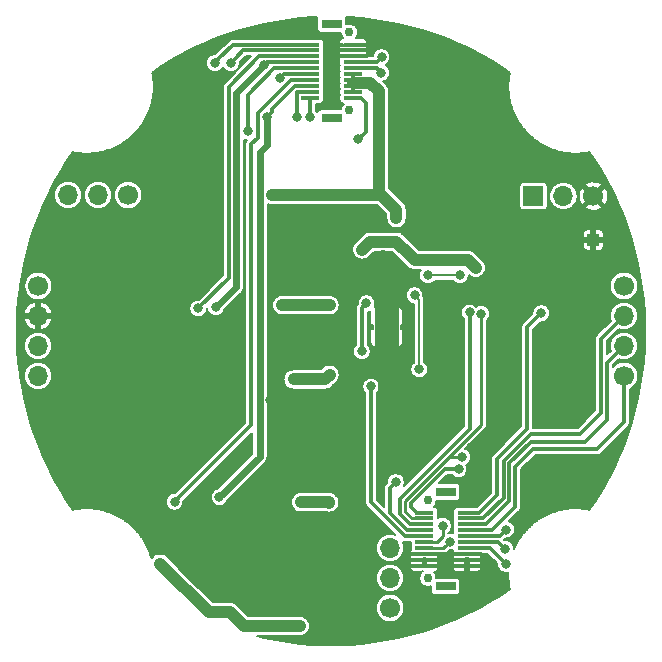
<source format=gbl>
G04 #@! TF.GenerationSoftware,KiCad,Pcbnew,(5.0.0)*
G04 #@! TF.CreationDate,2019-01-09T16:39:40-03:00*
G04 #@! TF.ProjectId,PCB_B,5043425F422E6B696361645F70636200,rev?*
G04 #@! TF.SameCoordinates,Original*
G04 #@! TF.FileFunction,Copper,L2,Bot,Signal*
G04 #@! TF.FilePolarity,Positive*
%FSLAX46Y46*%
G04 Gerber Fmt 4.6, Leading zero omitted, Abs format (unit mm)*
G04 Created by KiCad (PCBNEW (5.0.0)) date 01/09/19 16:39:40*
%MOMM*%
%LPD*%
G01*
G04 APERTURE LIST*
G04 #@! TA.AperFunction,ComponentPad*
%ADD10O,1.700000X1.700000*%
G04 #@! TD*
G04 #@! TA.AperFunction,ComponentPad*
%ADD11C,1.700000*%
G04 #@! TD*
G04 #@! TA.AperFunction,ComponentPad*
%ADD12R,1.700000X1.700000*%
G04 #@! TD*
G04 #@! TA.AperFunction,SMDPad,CuDef*
%ADD13R,1.950000X2.600000*%
G04 #@! TD*
G04 #@! TA.AperFunction,ViaPad*
%ADD14C,0.600000*%
G04 #@! TD*
G04 #@! TA.AperFunction,ComponentPad*
%ADD15C,6.200000*%
G04 #@! TD*
G04 #@! TA.AperFunction,ComponentPad*
%ADD16C,6.300000*%
G04 #@! TD*
G04 #@! TA.AperFunction,SMDPad,CuDef*
%ADD17R,1.600000X0.300000*%
G04 #@! TD*
G04 #@! TA.AperFunction,SMDPad,CuDef*
%ADD18R,1.800000X0.800000*%
G04 #@! TD*
G04 #@! TA.AperFunction,ComponentPad*
%ADD19C,0.750000*%
G04 #@! TD*
G04 #@! TA.AperFunction,ComponentPad*
%ADD20R,1.000000X1.000000*%
G04 #@! TD*
G04 #@! TA.AperFunction,ViaPad*
%ADD21C,0.800000*%
G04 #@! TD*
G04 #@! TA.AperFunction,Conductor*
%ADD22C,0.300000*%
G04 #@! TD*
G04 #@! TA.AperFunction,Conductor*
%ADD23C,0.600000*%
G04 #@! TD*
G04 #@! TA.AperFunction,Conductor*
%ADD24C,2.000000*%
G04 #@! TD*
G04 #@! TA.AperFunction,Conductor*
%ADD25C,0.900000*%
G04 #@! TD*
G04 #@! TA.AperFunction,Conductor*
%ADD26C,0.250000*%
G04 #@! TD*
G04 #@! TA.AperFunction,Conductor*
%ADD27C,0.800000*%
G04 #@! TD*
G04 #@! TA.AperFunction,Conductor*
%ADD28C,1.000000*%
G04 #@! TD*
G04 #@! TA.AperFunction,Conductor*
%ADD29C,0.200000*%
G04 #@! TD*
G04 APERTURE END LIST*
D10*
G04 #@! TO.P,J2,5*
G04 #@! TO.N,/S_GLOBO*
X24800000Y1270000D03*
G04 #@! TO.P,J2,10*
G04 #@! TO.N,/SCLK*
X4996841Y-18373862D03*
D11*
G04 #@! TO.P,J2,4*
G04 #@! TO.N,/SERVOS_5V*
X24800000Y3810000D03*
G04 #@! TO.P,J2,8*
G04 #@! TO.N,/SDI*
X4996841Y-23453862D03*
D10*
G04 #@! TO.P,J2,9*
G04 #@! TO.N,/CS*
X4996841Y-20913862D03*
D11*
G04 #@! TO.P,J2,7*
G04 #@! TO.N,/SDO*
X24800000Y-3810000D03*
D10*
G04 #@! TO.P,J2,6*
G04 #@! TO.N,/S_PARACAIDAS*
X24800000Y-1270000D03*
D11*
G04 #@! TO.P,J2,3*
G04 #@! TO.N,GND*
X22212262Y11400841D03*
D12*
G04 #@! TO.P,J2,1*
G04 #@! TO.N,/BATT_INTERNO*
X17132262Y11400841D03*
D10*
G04 #@! TO.P,J2,2*
X19672262Y11400841D03*
G04 #@! TO.P,J2,13*
G04 #@! TO.N,Net-(J2-Pad13)*
X-22267738Y11500841D03*
G04 #@! TO.P,J2,12*
G04 #@! TO.N,/GPS_TX*
X-19727738Y11500841D03*
D11*
G04 #@! TO.P,J2,11*
G04 #@! TO.N,/P1*
X-17187738Y11500841D03*
D10*
G04 #@! TO.P,J2,16*
G04 #@! TO.N,+3V3_Internal*
X-24800000Y-1270000D03*
G04 #@! TO.P,J2,17*
G04 #@! TO.N,Net-(J2-Pad17)*
X-24800000Y-3810000D03*
G04 #@! TO.P,J2,15*
G04 #@! TO.N,GND*
X-24800000Y1270000D03*
D11*
G04 #@! TO.P,J2,14*
G04 #@! TO.N,Net-(J2-Pad14)*
X-24800000Y3810000D03*
G04 #@! TD*
D13*
G04 #@! TO.P,U9,13*
G04 #@! TO.N,GND*
X4712500Y335001D03*
D14*
G04 #@! TD*
G04 #@! TO.N,GND*
G04 #@! TO.C,U9*
X5212500Y335001D03*
G04 #@! TO.N,GND*
G04 #@! TO.C,U9*
X4212500Y335001D03*
X4212500Y-564999D03*
X4212500Y1235001D03*
X5212500Y1235001D03*
X5212500Y-564999D03*
G04 #@! TD*
D15*
G04 #@! TO.P,MH1,3*
G04 #@! TO.N,GND*
X0Y-20200000D03*
D16*
G04 #@! TO.P,MH1,1*
X-12500000Y13500000D03*
D15*
G04 #@! TO.P,MH1,2*
X12500000Y13500000D03*
G04 #@! TD*
D17*
G04 #@! TO.P,J1,9*
G04 #@! TO.N,+BATT*
X1850000Y20250000D03*
G04 #@! TO.P,J1,8*
X1850000Y20750000D03*
G04 #@! TO.P,J1,18*
G04 #@! TO.N,/ENABLE_3V3*
X-1750000Y23250000D03*
D18*
G04 #@! TO.P,J1,41*
G04 #@! TO.N,Net-(J1-Pad41)*
X50000Y26000000D03*
D17*
G04 #@! TO.P,J1,11*
G04 #@! TO.N,/V_SENSE_5V*
X-1750000Y19750000D03*
G04 #@! TO.P,J1,10*
G04 #@! TO.N,+3V3_Internal*
X1850000Y19750000D03*
G04 #@! TO.P,J1,12*
G04 #@! TO.N,/I_SENSE_5V*
X-1750000Y20250000D03*
G04 #@! TO.P,J1,20*
G04 #@! TO.N,/GPS_TX*
X-1750000Y24250000D03*
G04 #@! TO.P,J1,16*
G04 #@! TO.N,/I_SENSE_3V3*
X-1750000Y22250000D03*
D18*
G04 #@! TO.P,J1,42*
G04 #@! TO.N,Net-(J1-Pad42)*
X50000Y18000000D03*
D17*
G04 #@! TO.P,J1,13*
G04 #@! TO.N,+5V*
X-1750000Y20750000D03*
D19*
G04 #@! TO.P,J1,45*
G04 #@! TO.N,N/C*
X1550000Y25300000D03*
D17*
G04 #@! TO.P,J1,17*
G04 #@! TO.N,+3V3*
X-1750000Y22750000D03*
G04 #@! TO.P,J1,14*
G04 #@! TO.N,/ENABLE_5V*
X-1750000Y21250000D03*
D19*
G04 #@! TO.P,J1,46*
G04 #@! TO.N,N/C*
X1550000Y18700000D03*
D17*
G04 #@! TO.P,J1,19*
G04 #@! TO.N,/P1*
X-1750000Y23750000D03*
G04 #@! TO.P,J1,15*
G04 #@! TO.N,/V_SENSE_3V3*
X-1750000Y21750000D03*
G04 #@! TO.P,J1,7*
G04 #@! TO.N,+BATT*
X1850000Y21250000D03*
G04 #@! TO.P,J1,6*
X1850000Y21750000D03*
G04 #@! TO.P,J1,5*
G04 #@! TO.N,+5V*
X1850000Y22250000D03*
G04 #@! TO.P,J1,4*
G04 #@! TO.N,+3V3*
X1850000Y22750000D03*
G04 #@! TO.P,J1,1*
G04 #@! TO.N,GND*
X1850000Y24250000D03*
G04 #@! TO.P,J1,3*
X1850000Y23250000D03*
G04 #@! TO.P,J1,2*
X1850000Y23750000D03*
G04 #@! TO.P,J1,29*
G04 #@! TO.N,/CHG*
X7900000Y-15877600D03*
G04 #@! TO.P,J1,28*
G04 #@! TO.N,/CHG_DISABLE*
X7900000Y-16377600D03*
G04 #@! TO.P,J1,38*
G04 #@! TO.N,GND*
X11500000Y-18877600D03*
D18*
G04 #@! TO.P,J1,43*
G04 #@! TO.N,Net-(J1-Pad43)*
X9700000Y-21627600D03*
D17*
G04 #@! TO.P,J1,31*
G04 #@! TO.N,/I_SENSE_BATT*
X11500000Y-15377600D03*
G04 #@! TO.P,J1,30*
G04 #@! TO.N,/ISET*
X7900000Y-15377600D03*
G04 #@! TO.P,J1,32*
G04 #@! TO.N,/S_GLOBO*
X11500000Y-15877600D03*
G04 #@! TO.P,J1,40*
G04 #@! TO.N,GND*
X11500000Y-19877600D03*
G04 #@! TO.P,J1,36*
G04 #@! TO.N,/CS*
X11500000Y-17877600D03*
D18*
G04 #@! TO.P,J1,44*
G04 #@! TO.N,Net-(J1-Pad44)*
X9700000Y-13627600D03*
D17*
G04 #@! TO.P,J1,33*
G04 #@! TO.N,/S_PARACAIDAS*
X11500000Y-16377600D03*
D19*
G04 #@! TO.P,J1,47*
G04 #@! TO.N,N/C*
X8200000Y-20927600D03*
D17*
G04 #@! TO.P,J1,37*
G04 #@! TO.N,/SDI*
X11500000Y-18377600D03*
G04 #@! TO.P,J1,34*
G04 #@! TO.N,/SDO*
X11500000Y-16877600D03*
D19*
G04 #@! TO.P,J1,48*
G04 #@! TO.N,N/C*
X8200000Y-14327600D03*
D17*
G04 #@! TO.P,J1,39*
G04 #@! TO.N,GND*
X11500000Y-19377600D03*
G04 #@! TO.P,J1,35*
G04 #@! TO.N,/SCLK*
X11500000Y-17377600D03*
G04 #@! TO.P,J1,27*
G04 #@! TO.N,Net-(F1-Pad2)*
X7900000Y-16877600D03*
G04 #@! TO.P,J1,26*
G04 #@! TO.N,/SDA*
X7900000Y-17377600D03*
G04 #@! TO.P,J1,25*
G04 #@! TO.N,/SCL*
X7900000Y-17877600D03*
G04 #@! TO.P,J1,24*
G04 #@! TO.N,/GPOUT*
X7900000Y-18377600D03*
G04 #@! TO.P,J1,21*
G04 #@! TO.N,GND*
X7900000Y-19877600D03*
G04 #@! TO.P,J1,23*
X7900000Y-18877600D03*
G04 #@! TO.P,J1,22*
X7900000Y-19377600D03*
G04 #@! TD*
D20*
G04 #@! TO.P,TP7,1*
G04 #@! TO.N,GND*
X22200000Y7700000D03*
G04 #@! TD*
D21*
G04 #@! TO.N,GND*
X16750000Y3250000D03*
X22200000Y9400000D03*
X6200000Y14800000D03*
X-9900000Y-21800000D03*
X-13000000Y3100000D03*
X-5000000Y0D03*
X-5250000Y-11500000D03*
X-5250000Y-17500000D03*
X-5000000Y5700000D03*
X20500000Y-6200000D03*
X-22800000Y1300000D03*
X-11000000Y-500000D03*
X9700000Y-19377600D03*
X10312660Y-2812660D03*
X-9589998Y-3720000D03*
X1890000Y8290000D03*
X4400000Y5850000D03*
X20800000Y2200000D03*
X11848543Y-9848543D03*
X6000000Y-6500000D03*
X17625000Y-600000D03*
X-12970000Y-7850000D03*
X-5129990Y-5840000D03*
X3680000Y24610000D03*
X1340000Y-220000D03*
X8468710Y913553D03*
X3708400Y25552400D03*
G04 #@! TO.N,/ISET*
X10800000Y-11700000D03*
G04 #@! TO.N,/CHG*
X12720000Y1450000D03*
X11125200Y-10668000D03*
G04 #@! TO.N,/CHG_DISABLE*
X11725721Y1562490D03*
G04 #@! TO.N,+BATT*
X-5010000Y11540000D03*
X1220000Y11550001D03*
X5540000Y9540000D03*
G04 #@! TO.N,/Fuel Gauge/VBAT*
X8200000Y4700000D03*
X10900000Y4700000D03*
X7460000Y-3260000D03*
X7070000Y3030000D03*
G04 #@! TO.N,+3V3*
X-9750000Y1990000D03*
X-5699669Y22500000D03*
X4280000Y23190000D03*
G04 #@! TO.N,+5V*
X4240002Y21860000D03*
X-9451532Y-14084677D03*
X-5430000Y18120066D03*
G04 #@! TO.N,/I_SENSE_BATT*
X17800000Y1500000D03*
G04 #@! TO.N,+3V3_Internal*
X-4125000Y2180000D03*
X2300000Y16219999D03*
X7092893Y5992893D03*
X-2540000Y-14510000D03*
X-3180000Y-4110000D03*
X-130000Y-3710000D03*
X-130000Y2180000D03*
X2650000Y6890000D03*
X12240000Y5350000D03*
X-2641600Y-24993600D03*
X-14478000Y-19710400D03*
X-152400Y-14528800D03*
G04 #@! TO.N,/I_SENSE_3V3*
X-7069998Y16890000D03*
G04 #@! TO.N,/I_SENSE_5V*
X-2900000Y18100000D03*
G04 #@! TO.N,/V_SENSE_5V*
X-1800000Y18099986D03*
G04 #@! TO.N,/V_SENSE_3V3*
X-4350000Y21420000D03*
G04 #@! TO.N,/SCL*
X9448800Y-16510000D03*
G04 #@! TO.N,/SDA*
X3400000Y-4700000D03*
G04 #@! TO.N,/GPOUT*
X3000000Y2340000D03*
X10058400Y-17830800D03*
X2600001Y-1727200D03*
G04 #@! TO.N,/GPS_TX*
X-9850000Y22680000D03*
G04 #@! TO.N,/P1*
X-8490000Y22680000D03*
G04 #@! TO.N,/CS*
X14732000Y-18440400D03*
G04 #@! TO.N,/SCLK*
X14833600Y-16814800D03*
G04 #@! TO.N,/SDI*
X14782800Y-19710400D03*
G04 #@! TO.N,/ENABLE_5V*
X-13250004Y-14480000D03*
G04 #@! TO.N,/ENABLE_3V3*
X-11260000Y1910000D03*
G04 #@! TO.N,Net-(F1-Pad2)*
X5486400Y-12801608D03*
G04 #@! TD*
D22*
G04 #@! TO.N,GND*
X7900000Y-19877600D02*
X9000000Y-19877600D01*
X9700000Y-19377600D02*
X11500000Y-19377600D01*
X7900000Y-19377600D02*
X9700000Y-19377600D01*
X9700000Y-18877600D02*
X9700000Y-19877600D01*
X9700000Y-19877600D02*
X11500000Y-19877600D01*
X9000000Y-19877600D02*
X9700000Y-19877600D01*
X9700000Y-18877600D02*
X11500000Y-18877600D01*
X7900000Y-18877600D02*
X9700000Y-18877600D01*
D23*
X5375001Y4874999D02*
X4400000Y5850000D01*
X5375001Y335001D02*
X5375001Y4874999D01*
X19750000Y3250000D02*
X16750000Y3250000D01*
X20800000Y2200000D02*
X19750000Y3250000D01*
D24*
X4712500Y5537500D02*
X4400000Y5850000D01*
X4712500Y335001D02*
X4712500Y5537500D01*
X5000001Y-5500001D02*
X6000000Y-6500000D01*
X5000001Y-2587501D02*
X5000001Y-5500001D01*
X4712500Y-2300000D02*
X5000001Y-2587501D01*
X4712500Y335001D02*
X4712500Y-2300000D01*
D25*
X822400Y-19377600D02*
X0Y-20200000D01*
D23*
X3634315Y24610000D02*
X3680000Y24610000D01*
D26*
X22200000Y7500000D02*
X22200000Y9400000D01*
D22*
X3320000Y24250000D02*
X3680000Y24610000D01*
X1850000Y24250000D02*
X3320000Y24250000D01*
X1850000Y23250000D02*
X3031600Y23250000D01*
X3226800Y23750000D02*
X3251200Y23774400D01*
X1850000Y23750000D02*
X3226800Y23750000D01*
X1850000Y23750000D02*
X430800Y23750000D01*
D26*
X1850000Y24250000D02*
X424800Y24250000D01*
D22*
X1850000Y23250000D02*
X372000Y23250000D01*
X7900000Y-18877600D02*
X6533200Y-18877600D01*
X6800000Y-19377600D02*
X6772000Y-19405600D01*
X7900000Y-19377600D02*
X6800000Y-19377600D01*
X7900000Y-19877600D02*
X6415600Y-19877600D01*
X12730800Y-18877600D02*
X11500000Y-18877600D01*
X11500000Y-19377600D02*
X13230800Y-19377600D01*
X13230800Y-19377600D02*
X12730800Y-18877600D01*
X11500000Y-19877600D02*
X13193200Y-19877600D01*
G04 #@! TO.N,/ISET*
X7900000Y-15377600D02*
X7250000Y-15377600D01*
X7250000Y-15377600D02*
X6800000Y-14927600D01*
X9643532Y-11700000D02*
X10234315Y-11700000D01*
X6800000Y-14543532D02*
X9643532Y-11700000D01*
X6800000Y-14927600D02*
X6800000Y-14543532D01*
X10234315Y-11700000D02*
X10800000Y-11700000D01*
D26*
G04 #@! TO.N,/CHG*
X7900000Y-15877600D02*
X6850000Y-15877600D01*
X12720000Y884315D02*
X12720000Y1450000D01*
X6300000Y-15327600D02*
X6300000Y-14371766D01*
X12720000Y-7951766D02*
X12720000Y884315D01*
X6850000Y-15877600D02*
X6300000Y-15327600D01*
X10003766Y-10668000D02*
X11125200Y-10668000D01*
X10003766Y-10668000D02*
X12720000Y-7951766D01*
X6300000Y-14371766D02*
X10003766Y-10668000D01*
D22*
G04 #@! TO.N,/CHG_DISABLE*
X5800000Y-14200000D02*
X11725721Y-8274279D01*
X11725721Y-8274279D02*
X11725721Y996805D01*
X11725721Y996805D02*
X11725721Y1562490D01*
X6677600Y-16377600D02*
X5800000Y-15500000D01*
X7900000Y-16377600D02*
X6677600Y-16377600D01*
X5800000Y-15500000D02*
X5800000Y-14200000D01*
D23*
G04 #@! TO.N,+BATT*
X-4980000Y11510000D02*
X-5010000Y11540000D01*
D27*
X1210000Y11540001D02*
X1220000Y11550001D01*
D28*
X-5010000Y11540000D02*
X1210000Y11540001D01*
D22*
X1850000Y21030000D02*
X1850000Y20250000D01*
X1850000Y21750000D02*
X1850000Y21030000D01*
D28*
X3300000Y21030000D02*
X1850000Y21030000D01*
X4040000Y20290000D02*
X3300000Y21030000D01*
X1220000Y11550001D02*
X1785685Y11550001D01*
X1220000Y11550001D02*
X4249999Y11550001D01*
X4040000Y11760000D02*
X4249999Y11550001D01*
X4040000Y15000000D02*
X4040000Y11760000D01*
X4040000Y15000000D02*
X4040000Y20290000D01*
X4040000Y14370001D02*
X4040000Y15000000D01*
X5540000Y10260000D02*
X5540000Y10105685D01*
X5540000Y10105685D02*
X5540000Y9540000D01*
X4249999Y11550001D02*
X5540000Y10260000D01*
D29*
G04 #@! TO.N,/Fuel Gauge/VBAT*
X8200000Y4700000D02*
X10900000Y4700000D01*
X7460000Y2640000D02*
X7070000Y3030000D01*
X7460000Y-3260000D02*
X7460000Y2640000D01*
D23*
G04 #@! TO.N,+3V3*
X-8029990Y20169679D02*
X-5699669Y22500000D01*
X-9750000Y1990000D02*
X-8029990Y3710010D01*
X-8029990Y3710010D02*
X-8029990Y20169679D01*
D22*
X-5449669Y22750000D02*
X-5699669Y22500000D01*
X-1750000Y22750000D02*
X-5449669Y22750000D01*
X1850000Y22750000D02*
X3840000Y22750000D01*
X3840000Y22750000D02*
X3880001Y22790001D01*
X3880001Y22790001D02*
X4280000Y23190000D01*
G04 #@! TO.N,+5V*
X-1750000Y20750000D02*
X-3060000Y20750000D01*
X3850002Y22250000D02*
X4240002Y21860000D01*
X1850000Y22250000D02*
X3850002Y22250000D01*
D23*
X-5430000Y15741729D02*
X-5430000Y17554381D01*
X-6030000Y15141729D02*
X-5430000Y15741729D01*
X-5430000Y17554381D02*
X-5430000Y18120066D01*
X-9451532Y-14084677D02*
X-6030000Y-10663145D01*
X-6030000Y-10663145D02*
X-6030000Y15141729D01*
D22*
X-3080000Y20750000D02*
X-5030001Y18799999D01*
X-1750000Y20750000D02*
X-3080000Y20750000D01*
X-5030001Y18799999D02*
X-5030001Y18520065D01*
X-5030001Y18520065D02*
X-5430000Y18120066D01*
G04 #@! TO.N,/I_SENSE_BATT*
X16600000Y300000D02*
X17800000Y1500000D01*
X16600000Y-8285760D02*
X16600000Y300000D01*
X14020800Y-10864960D02*
X16600000Y-8285760D01*
X14020800Y-13919200D02*
X14020800Y-10864960D01*
X11500000Y-15377600D02*
X12562400Y-15377600D01*
X12562400Y-15377600D02*
X14020800Y-13919200D01*
G04 #@! TO.N,+3V3_Internal*
X2500000Y19750000D02*
X2950000Y19300000D01*
X2950000Y16869999D02*
X2699999Y16619998D01*
X2699999Y16619998D02*
X2300000Y16219999D01*
X2950000Y19300000D02*
X2950000Y16869999D01*
X1850000Y19750000D02*
X2500000Y19750000D01*
D28*
X-3180000Y-4110000D02*
X-530000Y-4110000D01*
X-530000Y-4110000D02*
X-130000Y-3710000D01*
X-4125000Y2180000D02*
X-130000Y2180000D01*
X6692894Y6392892D02*
X7092893Y5992893D01*
X5535777Y7550009D02*
X6692894Y6392892D01*
X3310009Y7550009D02*
X5535777Y7550009D01*
X2650000Y6890000D02*
X3310009Y7550009D01*
X7092893Y5992893D02*
X11597107Y5992893D01*
X11597107Y5992893D02*
X11840001Y5749999D01*
X11840001Y5749999D02*
X12240000Y5350000D01*
X-2641600Y-24993600D02*
X-7366000Y-24993600D01*
X-7366000Y-24993600D02*
X-8534400Y-23825200D01*
X-8534400Y-23825200D02*
X-10363200Y-23825200D01*
X-10363200Y-23825200D02*
X-14478000Y-19710400D01*
X-171200Y-14510000D02*
X-152400Y-14528800D01*
X-2540000Y-14510000D02*
X-171200Y-14510000D01*
D22*
G04 #@! TO.N,/I_SENSE_3V3*
X-1750000Y22250000D02*
X-3400000Y22250000D01*
X-7069998Y19970002D02*
X-7069998Y17455685D01*
X-7069998Y17455685D02*
X-7069998Y16890000D01*
X-4790000Y22250000D02*
X-7069998Y19970002D01*
X-1750000Y22250000D02*
X-4790000Y22250000D01*
G04 #@! TO.N,/I_SENSE_5V*
X-1750000Y20250000D02*
X-2850000Y20250000D01*
X-2850000Y20250000D02*
X-2900000Y20200000D01*
X-2900000Y20200000D02*
X-2900000Y18665685D01*
X-2900000Y18665685D02*
X-2900000Y18100000D01*
G04 #@! TO.N,/V_SENSE_5V*
X-1750000Y19750000D02*
X-1750000Y18149986D01*
X-1750000Y18149986D02*
X-1800000Y18099986D01*
G04 #@! TO.N,/V_SENSE_3V3*
X-1750000Y21750000D02*
X-3090000Y21750000D01*
X-4020000Y21750000D02*
X-1750000Y21750000D01*
X-4350000Y21420000D02*
X-4020000Y21750000D01*
D26*
G04 #@! TO.N,/SCL*
X7900000Y-17877600D02*
X8950000Y-17877600D01*
X9448800Y-17075685D02*
X9448800Y-16510000D01*
X9448800Y-17378800D02*
X9448800Y-17075685D01*
X8950000Y-17877600D02*
X9448800Y-17378800D01*
D22*
G04 #@! TO.N,/SDA*
X7900000Y-17377600D02*
X6263360Y-17377600D01*
X6263360Y-17377600D02*
X3400000Y-14514240D01*
X3400000Y-14514240D02*
X3400000Y-5265685D01*
X3400000Y-5265685D02*
X3400000Y-4700000D01*
G04 #@! TO.N,/GPOUT*
X2600001Y1940001D02*
X3000000Y2340000D01*
D26*
X9658401Y-18230799D02*
X10058400Y-17830800D01*
X9511600Y-18377600D02*
X9658401Y-18230799D01*
X7900000Y-18377600D02*
X9511600Y-18377600D01*
D22*
X2600001Y-1727200D02*
X2600001Y1940001D01*
G04 #@! TO.N,/GPS_TX*
X-9450001Y23079999D02*
X-9850000Y22680000D01*
X-8280000Y24250000D02*
X-9450001Y23079999D01*
X-1750000Y24250000D02*
X-8280000Y24250000D01*
G04 #@! TO.N,/P1*
X-7420000Y23750000D02*
X-8090001Y23079999D01*
X-8090001Y23079999D02*
X-8490000Y22680000D01*
X-1750000Y23750000D02*
X-7420000Y23750000D01*
G04 #@! TO.N,/S_GLOBO*
X23950001Y420001D02*
X24800000Y1270000D01*
X22870000Y-6930000D02*
X22870000Y-660000D01*
X12824400Y-15877600D02*
X14600000Y-14102000D01*
X11500000Y-15877600D02*
X12824400Y-15877600D01*
X14600000Y-14102000D02*
X14600000Y-10992880D01*
X22870000Y-660000D02*
X23950001Y420001D01*
X14600000Y-10992880D02*
X16892880Y-8700000D01*
X16892880Y-8700000D02*
X21100000Y-8700000D01*
X21100000Y-8700000D02*
X22870000Y-6930000D01*
G04 #@! TO.N,/CS*
X11500000Y-17877600D02*
X14169200Y-17877600D01*
X14169200Y-17877600D02*
X14732000Y-18440400D01*
G04 #@! TO.N,/SCLK*
X11500000Y-17377600D02*
X14270800Y-17377600D01*
X14270800Y-17377600D02*
X14833600Y-16814800D01*
G04 #@! TO.N,/SDO*
X24800000Y-5012081D02*
X24800000Y-3810000D01*
X13622400Y-16877600D02*
X15600000Y-14900000D01*
X11500000Y-16877600D02*
X13622400Y-16877600D01*
X15600000Y-11512577D02*
X17112577Y-10000000D01*
X15600000Y-14900000D02*
X15600000Y-11512577D01*
X17112577Y-10000000D02*
X22542899Y-10000000D01*
X22542899Y-10000000D02*
X24800000Y-7742899D01*
X24800000Y-7742899D02*
X24800000Y-5012081D01*
G04 #@! TO.N,/S_PARACAIDAS*
X12400000Y-16377600D02*
X12600000Y-16377600D01*
X11500000Y-16377600D02*
X12400000Y-16377600D01*
X23390000Y-2680000D02*
X24800000Y-1270000D01*
X23390000Y-7510000D02*
X23390000Y-2680000D01*
X13122400Y-16377600D02*
X15100000Y-14400000D01*
X11500000Y-16377600D02*
X13122400Y-16377600D01*
X15100000Y-14400000D02*
X15100000Y-11200000D01*
X15100000Y-11200000D02*
X16900000Y-9400000D01*
X16900000Y-9400000D02*
X21500000Y-9400000D01*
X21500000Y-9400000D02*
X23390000Y-7510000D01*
G04 #@! TO.N,/SDI*
X14382801Y-19310401D02*
X14782800Y-19710400D01*
X11500000Y-18377600D02*
X13450000Y-18377600D01*
X13450000Y-18377600D02*
X14382801Y-19310401D01*
G04 #@! TO.N,/ENABLE_5V*
X-6770000Y-7999996D02*
X-12850005Y-14080001D01*
X-6200009Y18439991D02*
X-6200009Y16357111D01*
X-3390000Y21250000D02*
X-6200009Y18439991D01*
X-6200009Y16357111D02*
X-6770000Y15787120D01*
X-6770000Y15787120D02*
X-6770000Y-7999996D01*
X-1750000Y21250000D02*
X-3390000Y21250000D01*
X-12850005Y-14080001D02*
X-13250004Y-14480000D01*
G04 #@! TO.N,/ENABLE_3V3*
X-8680000Y4490000D02*
X-11260000Y1910000D01*
X-8680000Y20660000D02*
X-8680000Y4490000D01*
X-1750000Y23250000D02*
X-6090000Y23250000D01*
X-6090000Y23250000D02*
X-8680000Y20660000D01*
G04 #@! TO.N,Net-(F1-Pad2)*
X7900000Y-16877600D02*
X6470480Y-16877600D01*
X6470480Y-16877600D02*
X4980000Y-15387120D01*
X4980000Y-15387120D02*
X4980000Y-14784400D01*
D26*
X4980000Y-14784400D02*
X4978400Y-14782800D01*
D22*
X4980000Y-14784400D02*
X4980000Y-13308008D01*
X4980000Y-13308008D02*
X5086401Y-13201607D01*
X5086401Y-13201607D02*
X5486400Y-12801608D01*
G04 #@! TD*
D29*
G04 #@! TO.N,GND*
G36*
X-1174922Y26534587D02*
X-1194935Y26468612D01*
X-1201693Y26400000D01*
X-1201693Y25600000D01*
X-1194935Y25531388D01*
X-1174922Y25465413D01*
X-1142422Y25404610D01*
X-1098685Y25351315D01*
X-1045390Y25307578D01*
X-984587Y25275078D01*
X-918612Y25255065D01*
X-850000Y25248307D01*
X825000Y25248307D01*
X825000Y25228594D01*
X852861Y25088525D01*
X907513Y24956584D01*
X986856Y24837839D01*
X1024695Y24800000D01*
X1010604Y24800000D01*
X933325Y24784628D01*
X860529Y24754476D01*
X795015Y24710701D01*
X739300Y24654986D01*
X695525Y24589471D01*
X665372Y24516676D01*
X650000Y24439397D01*
X650000Y24400000D01*
X750000Y24300000D01*
X1010604Y24300000D01*
X933325Y24284628D01*
X860529Y24254476D01*
X795015Y24210701D01*
X784314Y24200000D01*
X750000Y24200000D01*
X650000Y24100000D01*
X650000Y24060603D01*
X662055Y24000000D01*
X650000Y23939397D01*
X650000Y23850000D01*
X750000Y23750000D01*
X650000Y23650000D01*
X650000Y23560603D01*
X662055Y23500000D01*
X650000Y23439397D01*
X650000Y23400000D01*
X750000Y23300000D01*
X784314Y23300000D01*
X795015Y23289299D01*
X860529Y23245524D01*
X913167Y23223721D01*
X868787Y23200000D01*
X750000Y23200000D01*
X650000Y23100000D01*
X650000Y23060603D01*
X665372Y22983324D01*
X695525Y22910529D01*
X698853Y22905548D01*
X698307Y22900000D01*
X698307Y22600000D01*
X705065Y22531388D01*
X714586Y22500000D01*
X705065Y22468612D01*
X698307Y22400000D01*
X698307Y22100000D01*
X705065Y22031388D01*
X714586Y22000000D01*
X705065Y21968612D01*
X698307Y21900000D01*
X698307Y21600000D01*
X705065Y21531388D01*
X714586Y21500000D01*
X705065Y21468612D01*
X698307Y21400000D01*
X698307Y21100000D01*
X705065Y21031388D01*
X714586Y21000000D01*
X705065Y20968612D01*
X698307Y20900000D01*
X698307Y20600000D01*
X705065Y20531388D01*
X714586Y20500000D01*
X705065Y20468612D01*
X698307Y20400000D01*
X698307Y20100000D01*
X705065Y20031388D01*
X714586Y20000000D01*
X705065Y19968612D01*
X698307Y19900000D01*
X698307Y19600000D01*
X705065Y19531388D01*
X725078Y19465413D01*
X757578Y19404610D01*
X801315Y19351315D01*
X854610Y19307578D01*
X915413Y19275078D01*
X981388Y19255065D01*
X1050000Y19248307D01*
X1073002Y19248307D01*
X986856Y19162161D01*
X907513Y19043416D01*
X852861Y18911475D01*
X825000Y18771406D01*
X825000Y18751693D01*
X-850000Y18751693D01*
X-918612Y18744935D01*
X-984587Y18724922D01*
X-1045390Y18692422D01*
X-1098685Y18648685D01*
X-1142422Y18595390D01*
X-1174922Y18534587D01*
X-1179122Y18520741D01*
X-1217437Y18578083D01*
X-1250000Y18610646D01*
X-1250000Y19248307D01*
X-950000Y19248307D01*
X-881388Y19255065D01*
X-815413Y19275078D01*
X-754610Y19307578D01*
X-701315Y19351315D01*
X-657578Y19404610D01*
X-625078Y19465413D01*
X-605065Y19531388D01*
X-598307Y19600000D01*
X-598307Y19900000D01*
X-605065Y19968612D01*
X-614586Y20000000D01*
X-605065Y20031388D01*
X-598307Y20100000D01*
X-598307Y20400000D01*
X-605065Y20468612D01*
X-614586Y20500000D01*
X-605065Y20531388D01*
X-598307Y20600000D01*
X-598307Y20900000D01*
X-605065Y20968612D01*
X-614586Y21000000D01*
X-605065Y21031388D01*
X-598307Y21100000D01*
X-598307Y21400000D01*
X-605065Y21468612D01*
X-614586Y21500000D01*
X-605065Y21531388D01*
X-598307Y21600000D01*
X-598307Y21900000D01*
X-605065Y21968612D01*
X-614586Y22000000D01*
X-605065Y22031388D01*
X-598307Y22100000D01*
X-598307Y22400000D01*
X-605065Y22468612D01*
X-614586Y22500000D01*
X-605065Y22531388D01*
X-598307Y22600000D01*
X-598307Y22900000D01*
X-605065Y22968612D01*
X-614586Y23000000D01*
X-605065Y23031388D01*
X-598307Y23100000D01*
X-598307Y23400000D01*
X-605065Y23468612D01*
X-614586Y23500000D01*
X-605065Y23531388D01*
X-598307Y23600000D01*
X-598307Y23900000D01*
X-605065Y23968612D01*
X-614586Y24000000D01*
X-605065Y24031388D01*
X-598307Y24100000D01*
X-598307Y24400000D01*
X-605065Y24468612D01*
X-625078Y24534587D01*
X-657578Y24595390D01*
X-701315Y24648685D01*
X-754610Y24692422D01*
X-815413Y24724922D01*
X-881388Y24744935D01*
X-950000Y24751693D01*
X-2550000Y24751693D01*
X-2567189Y24750000D01*
X-8255451Y24750000D01*
X-8280001Y24752418D01*
X-8304551Y24750000D01*
X-8304560Y24750000D01*
X-8378017Y24742765D01*
X-8472267Y24714175D01*
X-8559129Y24667746D01*
X-8635264Y24605264D01*
X-8650920Y24586187D01*
X-9786183Y23450922D01*
X-9786188Y23450918D01*
X-9807106Y23430000D01*
X-9923869Y23430000D01*
X-10068767Y23401178D01*
X-10205258Y23344641D01*
X-10328097Y23262563D01*
X-10432563Y23158097D01*
X-10514641Y23035258D01*
X-10571178Y22898767D01*
X-10600000Y22753869D01*
X-10600000Y22606131D01*
X-10571178Y22461233D01*
X-10514641Y22324742D01*
X-10432563Y22201903D01*
X-10328097Y22097437D01*
X-10205258Y22015359D01*
X-10068767Y21958822D01*
X-9923869Y21930000D01*
X-9776131Y21930000D01*
X-9631233Y21958822D01*
X-9494742Y22015359D01*
X-9371903Y22097437D01*
X-9267437Y22201903D01*
X-9185359Y22324742D01*
X-9170000Y22361822D01*
X-9154641Y22324742D01*
X-9072563Y22201903D01*
X-8968097Y22097437D01*
X-8845258Y22015359D01*
X-8708767Y21958822D01*
X-8563869Y21930000D01*
X-8416131Y21930000D01*
X-8271233Y21958822D01*
X-8134742Y22015359D01*
X-8011903Y22097437D01*
X-7907437Y22201903D01*
X-7825359Y22324742D01*
X-7768822Y22461233D01*
X-7740000Y22606131D01*
X-7740000Y22722894D01*
X-7719082Y22743812D01*
X-7719078Y22743817D01*
X-7212893Y23250000D01*
X-6797106Y23250000D01*
X-9016176Y21030929D01*
X-9035264Y21015264D01*
X-9097746Y20939129D01*
X-9144175Y20852266D01*
X-9153106Y20822824D01*
X-9172765Y20758017D01*
X-9182419Y20660000D01*
X-9180000Y20635440D01*
X-9179999Y4697107D01*
X-11217105Y2660000D01*
X-11333869Y2660000D01*
X-11478767Y2631178D01*
X-11615258Y2574641D01*
X-11738097Y2492563D01*
X-11842563Y2388097D01*
X-11924641Y2265258D01*
X-11981178Y2128767D01*
X-12010000Y1983869D01*
X-12010000Y1836131D01*
X-11981178Y1691233D01*
X-11924641Y1554742D01*
X-11842563Y1431903D01*
X-11738097Y1327437D01*
X-11615258Y1245359D01*
X-11478767Y1188822D01*
X-11333869Y1160000D01*
X-11186131Y1160000D01*
X-11041233Y1188822D01*
X-10904742Y1245359D01*
X-10781903Y1327437D01*
X-10677437Y1431903D01*
X-10595359Y1554742D01*
X-10538822Y1691233D01*
X-10510000Y1836131D01*
X-10510000Y1952895D01*
X-10500000Y1962895D01*
X-10500000Y1916131D01*
X-10471178Y1771233D01*
X-10414641Y1634742D01*
X-10332563Y1511903D01*
X-10228097Y1407437D01*
X-10105258Y1325359D01*
X-9968767Y1268822D01*
X-9823869Y1240000D01*
X-9676131Y1240000D01*
X-9531233Y1268822D01*
X-9394742Y1325359D01*
X-9271903Y1407437D01*
X-9167437Y1511903D01*
X-9085359Y1634742D01*
X-9028822Y1771233D01*
X-9023680Y1797081D01*
X-7592946Y3227816D01*
X-7568147Y3248167D01*
X-7537333Y3285713D01*
X-7486921Y3347141D01*
X-7486920Y3347142D01*
X-7426563Y3460062D01*
X-7389395Y3582588D01*
X-7379990Y3678078D01*
X-7379990Y3678088D01*
X-7376846Y3710009D01*
X-7379990Y3741930D01*
X-7379990Y16206609D01*
X-7288765Y16168822D01*
X-7143867Y16140000D01*
X-7127220Y16140000D01*
X-7187746Y16066249D01*
X-7234175Y15979386D01*
X-7247804Y15934456D01*
X-7262765Y15885137D01*
X-7272419Y15787120D01*
X-7270000Y15762560D01*
X-7269999Y-7792888D01*
X-13186186Y-13709077D01*
X-13186192Y-13709082D01*
X-13207110Y-13730000D01*
X-13323873Y-13730000D01*
X-13468771Y-13758822D01*
X-13605262Y-13815359D01*
X-13728101Y-13897437D01*
X-13832567Y-14001903D01*
X-13914645Y-14124742D01*
X-13971182Y-14261233D01*
X-14000004Y-14406131D01*
X-14000004Y-14553869D01*
X-13971182Y-14698767D01*
X-13914645Y-14835258D01*
X-13832567Y-14958097D01*
X-13728101Y-15062563D01*
X-13605262Y-15144641D01*
X-13468771Y-15201178D01*
X-13323873Y-15230000D01*
X-13176135Y-15230000D01*
X-13031237Y-15201178D01*
X-12894746Y-15144641D01*
X-12771907Y-15062563D01*
X-12667441Y-14958097D01*
X-12585363Y-14835258D01*
X-12528826Y-14698767D01*
X-12500004Y-14553869D01*
X-12500004Y-14437106D01*
X-12479086Y-14416188D01*
X-12479081Y-14416182D01*
X-6680000Y-8617103D01*
X-6680000Y-10393906D01*
X-9644450Y-13358357D01*
X-9670299Y-13363499D01*
X-9806790Y-13420036D01*
X-9929629Y-13502114D01*
X-10034095Y-13606580D01*
X-10116173Y-13729419D01*
X-10172710Y-13865910D01*
X-10201532Y-14010808D01*
X-10201532Y-14158546D01*
X-10172710Y-14303444D01*
X-10116173Y-14439935D01*
X-10034095Y-14562774D01*
X-9929629Y-14667240D01*
X-9806790Y-14749318D01*
X-9670299Y-14805855D01*
X-9525401Y-14834677D01*
X-9377663Y-14834677D01*
X-9232765Y-14805855D01*
X-9096274Y-14749318D01*
X-8973435Y-14667240D01*
X-8868969Y-14562774D01*
X-8833707Y-14510000D01*
X-3394112Y-14510000D01*
X-3377700Y-14676629D01*
X-3329097Y-14836855D01*
X-3250168Y-14984519D01*
X-3143948Y-15113948D01*
X-3014519Y-15220168D01*
X-2866855Y-15299097D01*
X-2706629Y-15347700D01*
X-2581749Y-15360000D01*
X-340457Y-15360000D01*
X-319029Y-15366500D01*
X-152401Y-15382911D01*
X14228Y-15366500D01*
X174454Y-15317897D01*
X322118Y-15238967D01*
X451548Y-15132748D01*
X557767Y-15003318D01*
X636697Y-14855654D01*
X685300Y-14695428D01*
X701711Y-14528799D01*
X685300Y-14362171D01*
X636697Y-14201946D01*
X557767Y-14054281D01*
X478161Y-13957281D01*
X459366Y-13938486D01*
X432748Y-13906052D01*
X303319Y-13799832D01*
X155655Y-13720903D01*
X-4571Y-13672300D01*
X-129451Y-13660000D01*
X-129459Y-13660000D01*
X-171200Y-13655889D01*
X-212941Y-13660000D01*
X-2581749Y-13660000D01*
X-2706629Y-13672300D01*
X-2866855Y-13720903D01*
X-3014519Y-13799832D01*
X-3143948Y-13906052D01*
X-3250168Y-14035481D01*
X-3329097Y-14183145D01*
X-3377700Y-14343371D01*
X-3394112Y-14510000D01*
X-8833707Y-14510000D01*
X-8786891Y-14439935D01*
X-8730354Y-14303444D01*
X-8725212Y-14277595D01*
X-5592955Y-11145339D01*
X-5568157Y-11124988D01*
X-5547802Y-11100186D01*
X-5486930Y-11026014D01*
X-5426573Y-10913093D01*
X-5411972Y-10864960D01*
X-5389405Y-10790567D01*
X-5380000Y-10695077D01*
X-5380000Y-10695067D01*
X-5376856Y-10663145D01*
X-5380000Y-10631224D01*
X-5380000Y-4110000D01*
X-4034112Y-4110000D01*
X-4017700Y-4276629D01*
X-3969097Y-4436855D01*
X-3890168Y-4584519D01*
X-3783948Y-4713948D01*
X-3654519Y-4820168D01*
X-3506855Y-4899097D01*
X-3346629Y-4947700D01*
X-3221749Y-4960000D01*
X-571741Y-4960000D01*
X-530000Y-4964111D01*
X-488259Y-4960000D01*
X-488251Y-4960000D01*
X-363371Y-4947700D01*
X-203145Y-4899097D01*
X-55481Y-4820168D01*
X73948Y-4713948D01*
X100565Y-4681515D01*
X500561Y-4281520D01*
X580167Y-4184519D01*
X659096Y-4036855D01*
X707699Y-3876630D01*
X724111Y-3710001D01*
X707699Y-3543372D01*
X659096Y-3383146D01*
X580167Y-3235482D01*
X473948Y-3106052D01*
X344518Y-2999833D01*
X196854Y-2920904D01*
X36628Y-2872301D01*
X-130001Y-2855889D01*
X-296630Y-2872301D01*
X-456855Y-2920904D01*
X-604519Y-2999833D01*
X-701520Y-3079439D01*
X-882081Y-3260000D01*
X-3221749Y-3260000D01*
X-3346629Y-3272300D01*
X-3506855Y-3320903D01*
X-3654519Y-3399832D01*
X-3783948Y-3506052D01*
X-3890168Y-3635481D01*
X-3969097Y-3783145D01*
X-4017700Y-3943371D01*
X-4034112Y-4110000D01*
X-5380000Y-4110000D01*
X-5380000Y-1653331D01*
X1850001Y-1653331D01*
X1850001Y-1801069D01*
X1878823Y-1945967D01*
X1935360Y-2082458D01*
X2017438Y-2205297D01*
X2121904Y-2309763D01*
X2244743Y-2391841D01*
X2381234Y-2448378D01*
X2526132Y-2477200D01*
X2673870Y-2477200D01*
X2818768Y-2448378D01*
X2955259Y-2391841D01*
X3078098Y-2309763D01*
X3182564Y-2205297D01*
X3264642Y-2082458D01*
X3321179Y-1945967D01*
X3350001Y-1801069D01*
X3350001Y-1653331D01*
X3321179Y-1508433D01*
X3264642Y-1371942D01*
X3182564Y-1249103D01*
X3100001Y-1166540D01*
X3100001Y1595198D01*
X3218767Y1618822D01*
X3337500Y1668003D01*
X3337500Y585001D01*
X3437500Y485001D01*
X3525442Y485001D01*
X3509264Y349570D01*
X3519934Y212096D01*
X3527544Y185001D01*
X3437500Y185001D01*
X3337500Y85001D01*
X3337500Y-1004395D01*
X3352872Y-1081674D01*
X3383024Y-1154470D01*
X3426799Y-1219984D01*
X3482514Y-1275699D01*
X3548029Y-1319474D01*
X3620824Y-1349627D01*
X3698103Y-1364999D01*
X4462500Y-1364999D01*
X4562500Y-1264999D01*
X4562500Y-833406D01*
X4568370Y-847577D01*
X4693169Y-872198D01*
X4712500Y-852867D01*
X4731831Y-872198D01*
X4856630Y-847577D01*
X4862500Y-829577D01*
X4862500Y-1264999D01*
X4962500Y-1364999D01*
X5726897Y-1364999D01*
X5804176Y-1349627D01*
X5876971Y-1319474D01*
X5942486Y-1275699D01*
X5998201Y-1219984D01*
X6041976Y-1154470D01*
X6072128Y-1081674D01*
X6087500Y-1004395D01*
X6087500Y85001D01*
X5987500Y185001D01*
X5899558Y185001D01*
X5915736Y320432D01*
X5905066Y457906D01*
X5897456Y485001D01*
X5987500Y485001D01*
X6087500Y585001D01*
X6087500Y1674397D01*
X6072128Y1751676D01*
X6041976Y1824472D01*
X5998201Y1889986D01*
X5942486Y1945701D01*
X5876971Y1989476D01*
X5804176Y2019629D01*
X5726897Y2035001D01*
X4962500Y2035001D01*
X4862500Y1935001D01*
X4862500Y1503408D01*
X4856630Y1517579D01*
X4731831Y1542200D01*
X4712500Y1522869D01*
X4693169Y1542200D01*
X4568370Y1517579D01*
X4562500Y1499579D01*
X4562500Y1935001D01*
X4462500Y2035001D01*
X3698103Y2035001D01*
X3684324Y2032260D01*
X3721178Y2121233D01*
X3750000Y2266131D01*
X3750000Y2413869D01*
X3721178Y2558767D01*
X3664641Y2695258D01*
X3582563Y2818097D01*
X3478097Y2922563D01*
X3355258Y3004641D01*
X3218767Y3061178D01*
X3073869Y3090000D01*
X2926131Y3090000D01*
X2781233Y3061178D01*
X2644742Y3004641D01*
X2521903Y2922563D01*
X2417437Y2818097D01*
X2335359Y2695258D01*
X2278822Y2558767D01*
X2250000Y2413869D01*
X2250000Y2299583D01*
X2244738Y2295265D01*
X2182256Y2219130D01*
X2156625Y2171178D01*
X2135827Y2132268D01*
X2107236Y2038018D01*
X2097582Y1940001D01*
X2100002Y1915431D01*
X2100001Y-1166540D01*
X2017438Y-1249103D01*
X1935360Y-1371942D01*
X1878823Y-1508433D01*
X1850001Y-1653331D01*
X-5380000Y-1653331D01*
X-5380000Y2180000D01*
X-4979112Y2180000D01*
X-4962700Y2013371D01*
X-4914097Y1853145D01*
X-4835168Y1705481D01*
X-4728948Y1576052D01*
X-4599519Y1469832D01*
X-4451855Y1390903D01*
X-4291629Y1342300D01*
X-4166749Y1330000D01*
X-88251Y1330000D01*
X36629Y1342300D01*
X196855Y1390903D01*
X344519Y1469832D01*
X473948Y1576052D01*
X580168Y1705481D01*
X659097Y1853145D01*
X707700Y2013371D01*
X724112Y2180000D01*
X707700Y2346629D01*
X659097Y2506855D01*
X580168Y2654519D01*
X473948Y2783948D01*
X344519Y2890168D01*
X196855Y2969097D01*
X36629Y3017700D01*
X-88251Y3030000D01*
X-4166749Y3030000D01*
X-4291629Y3017700D01*
X-4451855Y2969097D01*
X-4599519Y2890168D01*
X-4728948Y2783948D01*
X-4835168Y2654519D01*
X-4914097Y2506855D01*
X-4962700Y2346629D01*
X-4979112Y2180000D01*
X-5380000Y2180000D01*
X-5380000Y3103869D01*
X6320000Y3103869D01*
X6320000Y2956131D01*
X6348822Y2811233D01*
X6405359Y2674742D01*
X6487437Y2551903D01*
X6591903Y2447437D01*
X6714742Y2365359D01*
X6851233Y2308822D01*
X6996131Y2280000D01*
X7010001Y2280000D01*
X7010000Y-2658663D01*
X6981903Y-2677437D01*
X6877437Y-2781903D01*
X6795359Y-2904742D01*
X6738822Y-3041233D01*
X6710000Y-3186131D01*
X6710000Y-3333869D01*
X6738822Y-3478767D01*
X6795359Y-3615258D01*
X6877437Y-3738097D01*
X6981903Y-3842563D01*
X7104742Y-3924641D01*
X7241233Y-3981178D01*
X7386131Y-4010000D01*
X7533869Y-4010000D01*
X7678767Y-3981178D01*
X7815258Y-3924641D01*
X7938097Y-3842563D01*
X8042563Y-3738097D01*
X8124641Y-3615258D01*
X8181178Y-3478767D01*
X8210000Y-3333869D01*
X8210000Y-3186131D01*
X8181178Y-3041233D01*
X8124641Y-2904742D01*
X8042563Y-2781903D01*
X7938097Y-2677437D01*
X7910000Y-2658663D01*
X7910000Y2617909D01*
X7912176Y2640001D01*
X7910000Y2662093D01*
X7910000Y2662105D01*
X7903489Y2728215D01*
X7877757Y2813041D01*
X7835971Y2891217D01*
X7812723Y2919545D01*
X7820000Y2956131D01*
X7820000Y3103869D01*
X7791178Y3248767D01*
X7734641Y3385258D01*
X7652563Y3508097D01*
X7548097Y3612563D01*
X7425258Y3694641D01*
X7288767Y3751178D01*
X7143869Y3780000D01*
X6996131Y3780000D01*
X6851233Y3751178D01*
X6714742Y3694641D01*
X6591903Y3612563D01*
X6487437Y3508097D01*
X6405359Y3385258D01*
X6348822Y3248767D01*
X6320000Y3103869D01*
X-5380000Y3103869D01*
X-5380000Y3928190D01*
X23600000Y3928190D01*
X23600000Y3691810D01*
X23646116Y3459973D01*
X23736574Y3241587D01*
X23867899Y3045045D01*
X24035045Y2877899D01*
X24231587Y2746574D01*
X24449973Y2656116D01*
X24681810Y2610000D01*
X24918190Y2610000D01*
X25150027Y2656116D01*
X25368413Y2746574D01*
X25564955Y2877899D01*
X25732101Y3045045D01*
X25863426Y3241587D01*
X25953884Y3459973D01*
X26000000Y3691810D01*
X26000000Y3928190D01*
X25953884Y4160027D01*
X25863426Y4378413D01*
X25732101Y4574955D01*
X25564955Y4742101D01*
X25368413Y4873426D01*
X25150027Y4963884D01*
X24918190Y5010000D01*
X24681810Y5010000D01*
X24449973Y4963884D01*
X24231587Y4873426D01*
X24035045Y4742101D01*
X23867899Y4574955D01*
X23736574Y4378413D01*
X23646116Y4160027D01*
X23600000Y3928190D01*
X-5380000Y3928190D01*
X-5380000Y6890000D01*
X1795889Y6890000D01*
X1812300Y6723371D01*
X1860903Y6563146D01*
X1939833Y6415482D01*
X2046052Y6286052D01*
X2175482Y6179833D01*
X2323146Y6100903D01*
X2483371Y6052300D01*
X2650000Y6035889D01*
X2816629Y6052300D01*
X2976854Y6100903D01*
X3124518Y6179833D01*
X3221519Y6259439D01*
X3662090Y6700009D01*
X5183697Y6700009D01*
X6121374Y5762330D01*
X6121385Y5762321D01*
X6462327Y5421379D01*
X6488945Y5388945D01*
X6618374Y5282725D01*
X6766038Y5203796D01*
X6926263Y5155193D01*
X6941906Y5153652D01*
X7051144Y5142893D01*
X7051151Y5142893D01*
X7092892Y5138782D01*
X7134633Y5142893D01*
X7593915Y5142893D01*
X7535359Y5055258D01*
X7478822Y4918767D01*
X7450000Y4773869D01*
X7450000Y4626131D01*
X7478822Y4481233D01*
X7535359Y4344742D01*
X7617437Y4221903D01*
X7721903Y4117437D01*
X7844742Y4035359D01*
X7981233Y3978822D01*
X8126131Y3950000D01*
X8273869Y3950000D01*
X8418767Y3978822D01*
X8555258Y4035359D01*
X8678097Y4117437D01*
X8782563Y4221903D01*
X8801337Y4250000D01*
X10298663Y4250000D01*
X10317437Y4221903D01*
X10421903Y4117437D01*
X10544742Y4035359D01*
X10681233Y3978822D01*
X10826131Y3950000D01*
X10973869Y3950000D01*
X11118767Y3978822D01*
X11255258Y4035359D01*
X11378097Y4117437D01*
X11482563Y4221903D01*
X11564641Y4344742D01*
X11621178Y4481233D01*
X11650000Y4626131D01*
X11650000Y4737920D01*
X11668481Y4719439D01*
X11765482Y4639833D01*
X11913145Y4560903D01*
X12073370Y4512300D01*
X12239999Y4495889D01*
X12406628Y4512300D01*
X12566854Y4560903D01*
X12714518Y4639833D01*
X12843948Y4746052D01*
X12950167Y4875482D01*
X13029097Y5023146D01*
X13077700Y5183372D01*
X13094111Y5350001D01*
X13077700Y5516630D01*
X13029097Y5676855D01*
X12950167Y5824518D01*
X12870561Y5921519D01*
X12227673Y6564407D01*
X12201055Y6596841D01*
X12071626Y6703061D01*
X11923962Y6781990D01*
X11763736Y6830593D01*
X11638856Y6842893D01*
X11638848Y6842893D01*
X11597107Y6847004D01*
X11555366Y6842893D01*
X7444973Y6842893D01*
X7323465Y6964401D01*
X7323456Y6964412D01*
X6837868Y7450000D01*
X21300000Y7450000D01*
X21300000Y7160604D01*
X21315372Y7083325D01*
X21345524Y7010529D01*
X21389299Y6945015D01*
X21445014Y6889300D01*
X21510529Y6845525D01*
X21583324Y6815372D01*
X21660603Y6800000D01*
X21950000Y6800000D01*
X22050000Y6900000D01*
X22050000Y7550000D01*
X22350000Y7550000D01*
X22350000Y6900000D01*
X22450000Y6800000D01*
X22739397Y6800000D01*
X22816676Y6815372D01*
X22889471Y6845525D01*
X22954986Y6889300D01*
X23010701Y6945015D01*
X23054476Y7010529D01*
X23084628Y7083325D01*
X23100000Y7160604D01*
X23100000Y7450000D01*
X23000000Y7550000D01*
X22350000Y7550000D01*
X22050000Y7550000D01*
X21400000Y7550000D01*
X21300000Y7450000D01*
X6837868Y7450000D01*
X6166342Y8121524D01*
X6139725Y8153957D01*
X6035618Y8239396D01*
X21300000Y8239396D01*
X21300000Y7950000D01*
X21400000Y7850000D01*
X22050000Y7850000D01*
X22050000Y8500000D01*
X22350000Y8500000D01*
X22350000Y7850000D01*
X23000000Y7850000D01*
X23100000Y7950000D01*
X23100000Y8239396D01*
X23084628Y8316675D01*
X23054476Y8389471D01*
X23010701Y8454985D01*
X22954986Y8510700D01*
X22889471Y8554475D01*
X22816676Y8584628D01*
X22739397Y8600000D01*
X22450000Y8600000D01*
X22350000Y8500000D01*
X22050000Y8500000D01*
X21950000Y8600000D01*
X21660603Y8600000D01*
X21583324Y8584628D01*
X21510529Y8554475D01*
X21445014Y8510700D01*
X21389299Y8454985D01*
X21345524Y8389471D01*
X21315372Y8316675D01*
X21300000Y8239396D01*
X6035618Y8239396D01*
X6010296Y8260177D01*
X5862632Y8339106D01*
X5702406Y8387709D01*
X5577526Y8400009D01*
X5577518Y8400009D01*
X5535777Y8404120D01*
X5494036Y8400009D01*
X3351750Y8400009D01*
X3310009Y8404120D01*
X3268268Y8400009D01*
X3268260Y8400009D01*
X3143380Y8387709D01*
X2983154Y8339106D01*
X2835490Y8260177D01*
X2706061Y8153957D01*
X2679447Y8121528D01*
X2019439Y7461519D01*
X1939833Y7364518D01*
X1860903Y7216854D01*
X1812300Y7056629D01*
X1795889Y6890000D01*
X-5380000Y6890000D01*
X-5380000Y10773965D01*
X-5336854Y10750903D01*
X-5176628Y10702300D01*
X-5051748Y10690000D01*
X1251749Y10690002D01*
X1353267Y10700001D01*
X3897919Y10700001D01*
X4690000Y9907919D01*
X4690000Y9498251D01*
X4702300Y9373371D01*
X4750903Y9213145D01*
X4829833Y9065481D01*
X4936053Y8936052D01*
X5065482Y8829832D01*
X5213146Y8750903D01*
X5373372Y8702300D01*
X5540000Y8685888D01*
X5706629Y8702300D01*
X5866855Y8750903D01*
X6014519Y8829832D01*
X6143948Y8936052D01*
X6250168Y9065481D01*
X6329097Y9213145D01*
X6377700Y9373371D01*
X6390000Y9498251D01*
X6390000Y10218259D01*
X6394111Y10260000D01*
X6390000Y10301741D01*
X6390000Y10301749D01*
X6377700Y10426629D01*
X6329097Y10586855D01*
X6250168Y10734519D01*
X6143948Y10863948D01*
X6111521Y10890560D01*
X4890000Y12112080D01*
X4890000Y12250841D01*
X15930569Y12250841D01*
X15930569Y10550841D01*
X15937327Y10482229D01*
X15957340Y10416254D01*
X15989840Y10355451D01*
X16033577Y10302156D01*
X16086872Y10258419D01*
X16147675Y10225919D01*
X16213650Y10205906D01*
X16282262Y10199148D01*
X17982262Y10199148D01*
X18050874Y10205906D01*
X18116849Y10225919D01*
X18177652Y10258419D01*
X18230947Y10302156D01*
X18274684Y10355451D01*
X18307184Y10416254D01*
X18327197Y10482229D01*
X18333955Y10550841D01*
X18333955Y11400841D01*
X18466456Y11400841D01*
X18489625Y11165600D01*
X18558243Y10939399D01*
X18669671Y10730931D01*
X18819628Y10548207D01*
X19002352Y10398250D01*
X19210820Y10286822D01*
X19437021Y10218204D01*
X19613312Y10200841D01*
X19731212Y10200841D01*
X19907503Y10218204D01*
X20133704Y10286822D01*
X20342172Y10398250D01*
X20446946Y10484236D01*
X21507789Y10484236D01*
X21600612Y10303782D01*
X21826390Y10205534D01*
X22066998Y10153223D01*
X22313187Y10148855D01*
X22555498Y10192601D01*
X22784618Y10282779D01*
X22823912Y10303782D01*
X22916735Y10484236D01*
X22212262Y11188709D01*
X21507789Y10484236D01*
X20446946Y10484236D01*
X20524896Y10548207D01*
X20674853Y10730931D01*
X20786281Y10939399D01*
X20854899Y11165600D01*
X20868127Y11299916D01*
X20960276Y11299916D01*
X21004022Y11057605D01*
X21094200Y10828485D01*
X21115203Y10789191D01*
X21295657Y10696368D01*
X22000130Y11400841D01*
X22424394Y11400841D01*
X23128867Y10696368D01*
X23309321Y10789191D01*
X23407569Y11014969D01*
X23459880Y11255577D01*
X23464248Y11501766D01*
X23420502Y11744077D01*
X23330324Y11973197D01*
X23309321Y12012491D01*
X23128867Y12105314D01*
X22424394Y11400841D01*
X22000130Y11400841D01*
X21295657Y12105314D01*
X21115203Y12012491D01*
X21016955Y11786713D01*
X20964644Y11546105D01*
X20960276Y11299916D01*
X20868127Y11299916D01*
X20878068Y11400841D01*
X20854899Y11636082D01*
X20786281Y11862283D01*
X20674853Y12070751D01*
X20524896Y12253475D01*
X20446947Y12317446D01*
X21507789Y12317446D01*
X22212262Y11612973D01*
X22916735Y12317446D01*
X22823912Y12497900D01*
X22598134Y12596148D01*
X22357526Y12648459D01*
X22111337Y12652827D01*
X21869026Y12609081D01*
X21639906Y12518903D01*
X21600612Y12497900D01*
X21507789Y12317446D01*
X20446947Y12317446D01*
X20342172Y12403432D01*
X20133704Y12514860D01*
X19907503Y12583478D01*
X19731212Y12600841D01*
X19613312Y12600841D01*
X19437021Y12583478D01*
X19210820Y12514860D01*
X19002352Y12403432D01*
X18819628Y12253475D01*
X18669671Y12070751D01*
X18558243Y11862283D01*
X18489625Y11636082D01*
X18466456Y11400841D01*
X18333955Y11400841D01*
X18333955Y12250841D01*
X18327197Y12319453D01*
X18307184Y12385428D01*
X18274684Y12446231D01*
X18230947Y12499526D01*
X18177652Y12543263D01*
X18116849Y12575763D01*
X18050874Y12595776D01*
X17982262Y12602534D01*
X16282262Y12602534D01*
X16213650Y12595776D01*
X16147675Y12575763D01*
X16086872Y12543263D01*
X16033577Y12499526D01*
X15989840Y12446231D01*
X15957340Y12385428D01*
X15937327Y12319453D01*
X15930569Y12250841D01*
X4890000Y12250841D01*
X4890000Y20248260D01*
X4894111Y20290001D01*
X4890000Y20331742D01*
X4890000Y20331749D01*
X4877700Y20456629D01*
X4877139Y20458481D01*
X4829097Y20616855D01*
X4805711Y20660606D01*
X4750168Y20764519D01*
X4643948Y20893948D01*
X4611519Y20920562D01*
X4404128Y21127953D01*
X4458769Y21138822D01*
X4595260Y21195359D01*
X4718099Y21277437D01*
X4822565Y21381903D01*
X4904643Y21504742D01*
X4961180Y21641233D01*
X4990002Y21786131D01*
X4990002Y21933869D01*
X4961180Y22078767D01*
X4904643Y22215258D01*
X4822565Y22338097D01*
X4718099Y22442563D01*
X4609903Y22514857D01*
X4635258Y22525359D01*
X4758097Y22607437D01*
X4862563Y22711903D01*
X4944641Y22834742D01*
X5001178Y22971233D01*
X5030000Y23116131D01*
X5030000Y23263869D01*
X5001178Y23408767D01*
X4944641Y23545258D01*
X4862563Y23668097D01*
X4758097Y23772563D01*
X4635258Y23854641D01*
X4498767Y23911178D01*
X4353869Y23940000D01*
X4206131Y23940000D01*
X4061233Y23911178D01*
X3924742Y23854641D01*
X3801903Y23772563D01*
X3697437Y23668097D01*
X3615359Y23545258D01*
X3558822Y23408767D01*
X3530000Y23263869D01*
X3530000Y23250000D01*
X3050000Y23250000D01*
X3050000Y23300002D01*
X2950002Y23300002D01*
X3050000Y23400000D01*
X3050000Y23439397D01*
X3037945Y23500000D01*
X3050000Y23560603D01*
X3050000Y23650000D01*
X2950000Y23750000D01*
X3050000Y23850000D01*
X3050000Y23939397D01*
X3037945Y24000000D01*
X3050000Y24060603D01*
X3050000Y24100000D01*
X2950000Y24200000D01*
X2915686Y24200000D01*
X2904985Y24210701D01*
X2839471Y24254476D01*
X2766675Y24284628D01*
X2689396Y24300000D01*
X2950000Y24300000D01*
X3050000Y24400000D01*
X3050000Y24439397D01*
X3034628Y24516676D01*
X3004475Y24589471D01*
X2960700Y24654986D01*
X2904985Y24710701D01*
X2839471Y24754476D01*
X2766675Y24784628D01*
X2689396Y24800000D01*
X2075305Y24800000D01*
X2113144Y24837839D01*
X2192487Y24956584D01*
X2247139Y25088525D01*
X2275000Y25228594D01*
X2275000Y25371406D01*
X2247139Y25511475D01*
X2192487Y25643416D01*
X2113144Y25762161D01*
X2012161Y25863144D01*
X1893416Y25942487D01*
X1761475Y25997139D01*
X1621406Y26025000D01*
X1478594Y26025000D01*
X1338525Y25997139D01*
X1301693Y25981883D01*
X1301693Y26400000D01*
X1294935Y26468612D01*
X1274922Y26534587D01*
X1258116Y26566029D01*
X1560035Y26554239D01*
X2597967Y26473028D01*
X3632790Y26351213D01*
X4663209Y26188798D01*
X5688025Y25985776D01*
X6705962Y25742152D01*
X7715713Y25457945D01*
X8716172Y25133114D01*
X9705943Y24767707D01*
X10683901Y24361681D01*
X11648739Y23915058D01*
X12599244Y23427821D01*
X13534162Y22899971D01*
X14452260Y22331496D01*
X15131742Y21871651D01*
X15114686Y21789169D01*
X15112881Y21782599D01*
X15110710Y21769944D01*
X15108109Y21757366D01*
X15107390Y21750589D01*
X15081289Y21598442D01*
X15079711Y21591825D01*
X15077965Y21579065D01*
X15075794Y21566408D01*
X15075308Y21559640D01*
X15054474Y21407359D01*
X15053126Y21400720D01*
X15051813Y21387909D01*
X15050067Y21375147D01*
X15049811Y21368375D01*
X15034206Y21216114D01*
X15033084Y21209443D01*
X15032202Y21196560D01*
X15030888Y21183744D01*
X15030861Y21176994D01*
X15020439Y21024837D01*
X15019545Y21018154D01*
X15019096Y21005239D01*
X15018214Y20992361D01*
X15018415Y20985628D01*
X15013134Y20833696D01*
X15012468Y20827015D01*
X15012453Y20814098D01*
X15012003Y20801156D01*
X15012430Y20794440D01*
X15012251Y20642873D01*
X15011810Y20636181D01*
X15012228Y20623239D01*
X15012213Y20610290D01*
X15012862Y20603614D01*
X15017746Y20452498D01*
X15017529Y20445810D01*
X15018380Y20432875D01*
X15018799Y20419918D01*
X15019670Y20413283D01*
X15029577Y20262741D01*
X15029583Y20256062D01*
X15030867Y20243143D01*
X15031719Y20230196D01*
X15032808Y20223610D01*
X15047702Y20073745D01*
X15047930Y20067087D01*
X15049642Y20054224D01*
X15050928Y20041288D01*
X15052235Y20034745D01*
X15072080Y19885680D01*
X15072528Y19879043D01*
X15074668Y19866240D01*
X15076385Y19853340D01*
X15077908Y19846850D01*
X15102665Y19698714D01*
X15103334Y19692091D01*
X15105906Y19679326D01*
X15108047Y19666513D01*
X15109779Y19660100D01*
X15139420Y19512971D01*
X15140307Y19506379D01*
X15143301Y19493705D01*
X15145868Y19480963D01*
X15147811Y19474615D01*
X15182300Y19328615D01*
X15183405Y19322062D01*
X15186815Y19309504D01*
X15189806Y19296843D01*
X15191960Y19290558D01*
X15231265Y19145814D01*
X15232586Y19139300D01*
X15236413Y19126854D01*
X15239821Y19114304D01*
X15242180Y19108099D01*
X15286275Y18964700D01*
X15287810Y18958240D01*
X15292039Y18945953D01*
X15295867Y18933505D01*
X15298437Y18927367D01*
X15347283Y18785459D01*
X15349034Y18779046D01*
X15353671Y18766901D01*
X15357906Y18754597D01*
X15360677Y18748550D01*
X15414250Y18608230D01*
X15416217Y18601865D01*
X15421257Y18589876D01*
X15425890Y18577741D01*
X15428862Y18571786D01*
X15487136Y18433164D01*
X15489319Y18426855D01*
X15494755Y18415040D01*
X15499782Y18403083D01*
X15502952Y18397227D01*
X15565903Y18260417D01*
X15568297Y18254177D01*
X15574118Y18242562D01*
X15579538Y18230783D01*
X15582907Y18225025D01*
X15650505Y18090145D01*
X15653111Y18083979D01*
X15659306Y18072585D01*
X15665112Y18061000D01*
X15668681Y18055343D01*
X15740906Y17922502D01*
X15743719Y17916422D01*
X15750276Y17905269D01*
X15756467Y17893882D01*
X15760236Y17888327D01*
X15837053Y17757665D01*
X15840078Y17751663D01*
X15847001Y17740743D01*
X15853557Y17729592D01*
X15857517Y17724156D01*
X15938912Y17595774D01*
X15942146Y17589861D01*
X15949426Y17579190D01*
X15956341Y17568283D01*
X15960489Y17562974D01*
X16046439Y17436988D01*
X16049878Y17431175D01*
X16057498Y17420778D01*
X16064772Y17410115D01*
X16069112Y17404930D01*
X16159584Y17281478D01*
X16163234Y17275760D01*
X16171202Y17265625D01*
X16178807Y17255248D01*
X16183325Y17250206D01*
X16278319Y17129380D01*
X16282167Y17123779D01*
X16290454Y17113944D01*
X16298402Y17103835D01*
X16303106Y17098930D01*
X16402583Y16980875D01*
X16406629Y16975395D01*
X16415231Y16965864D01*
X16423510Y16956039D01*
X16428391Y16951283D01*
X16532331Y16836120D01*
X16536576Y16830763D01*
X16545492Y16821537D01*
X16554080Y16812022D01*
X16559130Y16807425D01*
X16667517Y16695275D01*
X16671943Y16690065D01*
X16681161Y16681157D01*
X16690069Y16671939D01*
X16695280Y16667512D01*
X16807429Y16559126D01*
X16812026Y16554076D01*
X16821541Y16545488D01*
X16830767Y16536572D01*
X16836123Y16532327D01*
X16951287Y16428387D01*
X16956043Y16423506D01*
X16965868Y16415227D01*
X16975399Y16406625D01*
X16980877Y16402580D01*
X17098934Y16303101D01*
X17103839Y16298398D01*
X17113948Y16290450D01*
X17123783Y16282163D01*
X17129384Y16278315D01*
X17250210Y16183321D01*
X17255252Y16178803D01*
X17265629Y16171198D01*
X17275764Y16163230D01*
X17281482Y16159580D01*
X17404934Y16069108D01*
X17410119Y16064768D01*
X17420782Y16057494D01*
X17431179Y16049874D01*
X17436992Y16046435D01*
X17562977Y15960486D01*
X17568287Y15956337D01*
X17579194Y15949422D01*
X17589865Y15942142D01*
X17595778Y15938908D01*
X17724160Y15857513D01*
X17729596Y15853553D01*
X17740747Y15846997D01*
X17751667Y15840074D01*
X17757670Y15837048D01*
X17888331Y15760232D01*
X17893886Y15756463D01*
X17905273Y15750272D01*
X17916426Y15743715D01*
X17922507Y15740902D01*
X18055347Y15668677D01*
X18061004Y15665108D01*
X18072589Y15659302D01*
X18083983Y15653107D01*
X18090149Y15650501D01*
X18225024Y15582906D01*
X18230788Y15579533D01*
X18242579Y15574107D01*
X18254181Y15568293D01*
X18260415Y15565901D01*
X18397236Y15502945D01*
X18403087Y15499778D01*
X18415033Y15494756D01*
X18426858Y15489315D01*
X18433171Y15487131D01*
X18571794Y15428856D01*
X18577745Y15425886D01*
X18589870Y15421257D01*
X18601868Y15416213D01*
X18608237Y15414244D01*
X18748558Y15360671D01*
X18754601Y15357902D01*
X18766896Y15353670D01*
X18779049Y15349030D01*
X18785466Y15347278D01*
X18927375Y15298431D01*
X18933509Y15295863D01*
X18945949Y15292038D01*
X18958243Y15287806D01*
X18964707Y15286270D01*
X19108102Y15242176D01*
X19114307Y15239817D01*
X19126857Y15236409D01*
X19139303Y15232582D01*
X19145817Y15231261D01*
X19290567Y15191954D01*
X19296847Y15189802D01*
X19309501Y15186813D01*
X19322065Y15183401D01*
X19328621Y15182296D01*
X19474619Y15147807D01*
X19480967Y15145864D01*
X19493710Y15143297D01*
X19506383Y15140303D01*
X19512975Y15139416D01*
X19660106Y15109774D01*
X19666517Y15108043D01*
X19679325Y15105902D01*
X19692094Y15103330D01*
X19698719Y15102661D01*
X19846856Y15077904D01*
X19853344Y15076381D01*
X19866240Y15074664D01*
X19879046Y15072524D01*
X19885684Y15072076D01*
X20034748Y15052231D01*
X20041291Y15050924D01*
X20054228Y15049638D01*
X20067090Y15047926D01*
X20073747Y15047698D01*
X20223617Y15032804D01*
X20230200Y15031715D01*
X20243142Y15030863D01*
X20256064Y15029579D01*
X20262745Y15029573D01*
X20413286Y15019666D01*
X20419921Y15018795D01*
X20432878Y15018376D01*
X20445813Y15017525D01*
X20452501Y15017742D01*
X20603619Y15012858D01*
X20610294Y15012209D01*
X20623242Y15012224D01*
X20636184Y15011806D01*
X20642876Y15012247D01*
X20794444Y15012426D01*
X20801160Y15011999D01*
X20814102Y15012449D01*
X20827019Y15012464D01*
X20833700Y15013130D01*
X20985632Y15018411D01*
X20992365Y15018210D01*
X21005243Y15019092D01*
X21018158Y15019541D01*
X21024841Y15020435D01*
X21176998Y15030857D01*
X21183748Y15030884D01*
X21196564Y15032198D01*
X21209447Y15033080D01*
X21216118Y15034202D01*
X21368379Y15049807D01*
X21375151Y15050063D01*
X21387913Y15051809D01*
X21400724Y15053122D01*
X21407363Y15054470D01*
X21559644Y15075304D01*
X21566412Y15075790D01*
X21579069Y15077961D01*
X21591829Y15079707D01*
X21598446Y15081285D01*
X21750593Y15107386D01*
X21757370Y15108105D01*
X21769948Y15110706D01*
X21782603Y15112877D01*
X21789173Y15114682D01*
X21871655Y15131738D01*
X22331517Y14452231D01*
X22899988Y13534134D01*
X23427840Y12599212D01*
X23915075Y11648707D01*
X24361697Y10683869D01*
X24767721Y9705912D01*
X25133135Y8716118D01*
X25457945Y7715719D01*
X25742168Y6705912D01*
X25985780Y5688022D01*
X26188803Y4663201D01*
X26351218Y3632783D01*
X26473033Y2597961D01*
X26554241Y1560056D01*
X26594848Y520215D01*
X26594847Y-520241D01*
X26554244Y-1560030D01*
X26473034Y-2597962D01*
X26351220Y-3632784D01*
X26188807Y-4663203D01*
X25985786Y-5688017D01*
X25742173Y-6705913D01*
X25457951Y-7715721D01*
X25133144Y-8716111D01*
X24767720Y-9705935D01*
X24361705Y-10683871D01*
X23915088Y-11648701D01*
X23427844Y-12599225D01*
X22900005Y-13534126D01*
X22331523Y-14452240D01*
X21871667Y-15131741D01*
X21789185Y-15114685D01*
X21782615Y-15112880D01*
X21769960Y-15110709D01*
X21757382Y-15108108D01*
X21750605Y-15107389D01*
X21598458Y-15081288D01*
X21591841Y-15079710D01*
X21579081Y-15077964D01*
X21566424Y-15075793D01*
X21559656Y-15075307D01*
X21407378Y-15054473D01*
X21400737Y-15053125D01*
X21387922Y-15051812D01*
X21375163Y-15050066D01*
X21368393Y-15049810D01*
X21216128Y-15034204D01*
X21209458Y-15033083D01*
X21196583Y-15032201D01*
X21183761Y-15030887D01*
X21177006Y-15030860D01*
X21024854Y-15020439D01*
X21018171Y-15019545D01*
X21005253Y-15019096D01*
X20992376Y-15018214D01*
X20985646Y-15018415D01*
X20833713Y-15013134D01*
X20827032Y-15012468D01*
X20814115Y-15012453D01*
X20801173Y-15012003D01*
X20794457Y-15012430D01*
X20642888Y-15012251D01*
X20636196Y-15011810D01*
X20623254Y-15012228D01*
X20610306Y-15012213D01*
X20603631Y-15012862D01*
X20452514Y-15017746D01*
X20445828Y-15017529D01*
X20432895Y-15018380D01*
X20419933Y-15018799D01*
X20413297Y-15019670D01*
X20262763Y-15029576D01*
X20256076Y-15029582D01*
X20243149Y-15030867D01*
X20230215Y-15031718D01*
X20223632Y-15032807D01*
X20073768Y-15047702D01*
X20067103Y-15047930D01*
X20054220Y-15049645D01*
X20041302Y-15050929D01*
X20034770Y-15052234D01*
X19885707Y-15072078D01*
X19879061Y-15072527D01*
X19866231Y-15074671D01*
X19853357Y-15076385D01*
X19846881Y-15077905D01*
X19698716Y-15102666D01*
X19692104Y-15103334D01*
X19679368Y-15105900D01*
X19666532Y-15108045D01*
X19660106Y-15109780D01*
X19512981Y-15139421D01*
X19506396Y-15140307D01*
X19493735Y-15143298D01*
X19480978Y-15145868D01*
X19474623Y-15147813D01*
X19328634Y-15182300D01*
X19322078Y-15183405D01*
X19309514Y-15186817D01*
X19296860Y-15189806D01*
X19290580Y-15191958D01*
X19145830Y-15231265D01*
X19139316Y-15232586D01*
X19126870Y-15236413D01*
X19114320Y-15239821D01*
X19108115Y-15242180D01*
X18964720Y-15286274D01*
X18958256Y-15287810D01*
X18945962Y-15292042D01*
X18933522Y-15295867D01*
X18927388Y-15298435D01*
X18785479Y-15347282D01*
X18779062Y-15349034D01*
X18766909Y-15353674D01*
X18754614Y-15357906D01*
X18748571Y-15360675D01*
X18608251Y-15414248D01*
X18601881Y-15416217D01*
X18589883Y-15421261D01*
X18577758Y-15425890D01*
X18571807Y-15428860D01*
X18433179Y-15487137D01*
X18426875Y-15489318D01*
X18415064Y-15494752D01*
X18403100Y-15499782D01*
X18397243Y-15502952D01*
X18260427Y-15565904D01*
X18254192Y-15568297D01*
X18242593Y-15574110D01*
X18230803Y-15579535D01*
X18225037Y-15582909D01*
X18090153Y-15650510D01*
X18083995Y-15653112D01*
X18072615Y-15659299D01*
X18061015Y-15665113D01*
X18055350Y-15668686D01*
X17922526Y-15740904D01*
X17916440Y-15743719D01*
X17905278Y-15750281D01*
X17893899Y-15756468D01*
X17888349Y-15760234D01*
X17757690Y-15837049D01*
X17751682Y-15840077D01*
X17740752Y-15847006D01*
X17729610Y-15853557D01*
X17724179Y-15857514D01*
X17595788Y-15938913D01*
X17589878Y-15942146D01*
X17579214Y-15949421D01*
X17568301Y-15956340D01*
X17562988Y-15960491D01*
X17437005Y-16046439D01*
X17431192Y-16049878D01*
X17420796Y-16057497D01*
X17410132Y-16064772D01*
X17404947Y-16069112D01*
X17281501Y-16159580D01*
X17275776Y-16163234D01*
X17265629Y-16171211D01*
X17255265Y-16178807D01*
X17250228Y-16183321D01*
X17129397Y-16278319D01*
X17123797Y-16282167D01*
X17113960Y-16290456D01*
X17103852Y-16298403D01*
X17098949Y-16303105D01*
X16980891Y-16402584D01*
X16975413Y-16406629D01*
X16965882Y-16415231D01*
X16956057Y-16423510D01*
X16951301Y-16428391D01*
X16836137Y-16532331D01*
X16830781Y-16536576D01*
X16821555Y-16545492D01*
X16812040Y-16554080D01*
X16807443Y-16559130D01*
X16695294Y-16667516D01*
X16690083Y-16671943D01*
X16681175Y-16681161D01*
X16671957Y-16690069D01*
X16667531Y-16695279D01*
X16559144Y-16807429D01*
X16554094Y-16812026D01*
X16545506Y-16821541D01*
X16536590Y-16830767D01*
X16532345Y-16836124D01*
X16428405Y-16951287D01*
X16423524Y-16956043D01*
X16415245Y-16965868D01*
X16406643Y-16975399D01*
X16402597Y-16980879D01*
X16303126Y-17098927D01*
X16298415Y-17103839D01*
X16290454Y-17113965D01*
X16282181Y-17123783D01*
X16278338Y-17129375D01*
X16183342Y-17250205D01*
X16178823Y-17255249D01*
X16171213Y-17265633D01*
X16163248Y-17275764D01*
X16159601Y-17281478D01*
X16069123Y-17404936D01*
X16064786Y-17410118D01*
X16057517Y-17420773D01*
X16049893Y-17431176D01*
X16046451Y-17436993D01*
X15960505Y-17562974D01*
X15956354Y-17568287D01*
X15949436Y-17579198D01*
X15942160Y-17589864D01*
X15938927Y-17595776D01*
X15857535Y-17724155D01*
X15853573Y-17729593D01*
X15847012Y-17740754D01*
X15840092Y-17751668D01*
X15837069Y-17757666D01*
X15760250Y-17888332D01*
X15756481Y-17893886D01*
X15750290Y-17905272D01*
X15743733Y-17916426D01*
X15740919Y-17922508D01*
X15668700Y-18055338D01*
X15665128Y-18061001D01*
X15659314Y-18072601D01*
X15653126Y-18083983D01*
X15650524Y-18090140D01*
X15582922Y-18225026D01*
X15579552Y-18230786D01*
X15574131Y-18242567D01*
X15568312Y-18254178D01*
X15565918Y-18260417D01*
X15502966Y-18397229D01*
X15499795Y-18403088D01*
X15494769Y-18415044D01*
X15489333Y-18426858D01*
X15487150Y-18433169D01*
X15482000Y-18445419D01*
X15482000Y-18366531D01*
X15453178Y-18221633D01*
X15396641Y-18085142D01*
X15314563Y-17962303D01*
X15210097Y-17857837D01*
X15087258Y-17775759D01*
X14950767Y-17719222D01*
X14805869Y-17690400D01*
X14689106Y-17690400D01*
X14677105Y-17678400D01*
X14790706Y-17564800D01*
X14907469Y-17564800D01*
X15052367Y-17535978D01*
X15188858Y-17479441D01*
X15311697Y-17397363D01*
X15416163Y-17292897D01*
X15498241Y-17170058D01*
X15554778Y-17033567D01*
X15583600Y-16888669D01*
X15583600Y-16740931D01*
X15554778Y-16596033D01*
X15498241Y-16459542D01*
X15416163Y-16336703D01*
X15311697Y-16232237D01*
X15188858Y-16150159D01*
X15095583Y-16111523D01*
X15936187Y-15270920D01*
X15955264Y-15255264D01*
X16017746Y-15179129D01*
X16064175Y-15092267D01*
X16092765Y-14998017D01*
X16100000Y-14924560D01*
X16100000Y-14924559D01*
X16102419Y-14900000D01*
X16100000Y-14875440D01*
X16100000Y-11719682D01*
X17319683Y-10500000D01*
X22518339Y-10500000D01*
X22542899Y-10502419D01*
X22567459Y-10500000D01*
X22640916Y-10492765D01*
X22735166Y-10464175D01*
X22822028Y-10417746D01*
X22898163Y-10355264D01*
X22913828Y-10336176D01*
X25136187Y-8113819D01*
X25155264Y-8098163D01*
X25217746Y-8022028D01*
X25264175Y-7935166D01*
X25292765Y-7840916D01*
X25300000Y-7767459D01*
X25300000Y-7767458D01*
X25302419Y-7742899D01*
X25300000Y-7718339D01*
X25300000Y-4901763D01*
X25368413Y-4873426D01*
X25564955Y-4742101D01*
X25732101Y-4574955D01*
X25863426Y-4378413D01*
X25953884Y-4160027D01*
X26000000Y-3928190D01*
X26000000Y-3691810D01*
X25953884Y-3459973D01*
X25863426Y-3241587D01*
X25732101Y-3045045D01*
X25564955Y-2877899D01*
X25368413Y-2746574D01*
X25150027Y-2656116D01*
X24918190Y-2610000D01*
X24681810Y-2610000D01*
X24449973Y-2656116D01*
X24231587Y-2746574D01*
X24035045Y-2877899D01*
X23890000Y-3022944D01*
X23890000Y-2887105D01*
X24380395Y-2396710D01*
X24564759Y-2452637D01*
X24741050Y-2470000D01*
X24858950Y-2470000D01*
X25035241Y-2452637D01*
X25261442Y-2384019D01*
X25469910Y-2272591D01*
X25652634Y-2122634D01*
X25802591Y-1939910D01*
X25914019Y-1731442D01*
X25982637Y-1505241D01*
X26005806Y-1270000D01*
X25982637Y-1034759D01*
X25914019Y-808558D01*
X25802591Y-600090D01*
X25652634Y-417366D01*
X25469910Y-267409D01*
X25261442Y-155981D01*
X25035241Y-87363D01*
X24858950Y-70000D01*
X24741050Y-70000D01*
X24564759Y-87363D01*
X24338558Y-155981D01*
X24130090Y-267409D01*
X23947366Y-417366D01*
X23797409Y-600090D01*
X23685981Y-808558D01*
X23617363Y-1034759D01*
X23594194Y-1270000D01*
X23617363Y-1505241D01*
X23673290Y-1689605D01*
X23370000Y-1992895D01*
X23370000Y-867105D01*
X24320920Y83814D01*
X24320924Y83819D01*
X24380395Y143290D01*
X24564759Y87363D01*
X24741050Y70000D01*
X24858950Y70000D01*
X25035241Y87363D01*
X25261442Y155981D01*
X25469910Y267409D01*
X25652634Y417366D01*
X25802591Y600090D01*
X25914019Y808558D01*
X25982637Y1034759D01*
X26005806Y1270000D01*
X25982637Y1505241D01*
X25914019Y1731442D01*
X25802591Y1939910D01*
X25652634Y2122634D01*
X25469910Y2272591D01*
X25261442Y2384019D01*
X25035241Y2452637D01*
X24858950Y2470000D01*
X24741050Y2470000D01*
X24564759Y2452637D01*
X24338558Y2384019D01*
X24130090Y2272591D01*
X23947366Y2122634D01*
X23797409Y1939910D01*
X23685981Y1731442D01*
X23617363Y1505241D01*
X23594194Y1270000D01*
X23617363Y1034759D01*
X23673290Y850395D01*
X23613819Y790924D01*
X23613814Y790920D01*
X22533819Y-289076D01*
X22514737Y-304736D01*
X22452255Y-380871D01*
X22407256Y-465057D01*
X22405826Y-467733D01*
X22377235Y-561983D01*
X22367581Y-660000D01*
X22370001Y-684570D01*
X22370000Y-6722894D01*
X20892895Y-8200000D01*
X17100000Y-8200000D01*
X17100000Y92895D01*
X17757106Y750000D01*
X17873869Y750000D01*
X18018767Y778822D01*
X18155258Y835359D01*
X18278097Y917437D01*
X18382563Y1021903D01*
X18464641Y1144742D01*
X18521178Y1281233D01*
X18550000Y1426131D01*
X18550000Y1573869D01*
X18521178Y1718767D01*
X18464641Y1855258D01*
X18382563Y1978097D01*
X18278097Y2082563D01*
X18155258Y2164641D01*
X18018767Y2221178D01*
X17873869Y2250000D01*
X17726131Y2250000D01*
X17581233Y2221178D01*
X17444742Y2164641D01*
X17321903Y2082563D01*
X17217437Y1978097D01*
X17135359Y1855258D01*
X17078822Y1718767D01*
X17050000Y1573869D01*
X17050000Y1457106D01*
X16263819Y670924D01*
X16244737Y655264D01*
X16182255Y579129D01*
X16149590Y518018D01*
X16135826Y492267D01*
X16107235Y398017D01*
X16097581Y300000D01*
X16100001Y275430D01*
X16100000Y-8078653D01*
X13684619Y-10494036D01*
X13665537Y-10509696D01*
X13603055Y-10585831D01*
X13559134Y-10668001D01*
X13556626Y-10672693D01*
X13528035Y-10766943D01*
X13518381Y-10864960D01*
X13520801Y-10889530D01*
X13520800Y-13712094D01*
X12355295Y-14877600D01*
X12317189Y-14877600D01*
X12300000Y-14875907D01*
X10700000Y-14875907D01*
X10631388Y-14882665D01*
X10565413Y-14902678D01*
X10504610Y-14935178D01*
X10451315Y-14978915D01*
X10407578Y-15032210D01*
X10375078Y-15093013D01*
X10355065Y-15158988D01*
X10348307Y-15227600D01*
X10348307Y-15527600D01*
X10355065Y-15596212D01*
X10364586Y-15627600D01*
X10355065Y-15658988D01*
X10348307Y-15727600D01*
X10348307Y-16027600D01*
X10355065Y-16096212D01*
X10364586Y-16127600D01*
X10355065Y-16158988D01*
X10348307Y-16227600D01*
X10348307Y-16527600D01*
X10355065Y-16596212D01*
X10364586Y-16627600D01*
X10355065Y-16658988D01*
X10348307Y-16727600D01*
X10348307Y-17027600D01*
X10355065Y-17096212D01*
X10364586Y-17127600D01*
X10359673Y-17143797D01*
X10277167Y-17109622D01*
X10132269Y-17080800D01*
X9984531Y-17080800D01*
X9927270Y-17092190D01*
X10031363Y-16988097D01*
X10113441Y-16865258D01*
X10169978Y-16728767D01*
X10198800Y-16583869D01*
X10198800Y-16436131D01*
X10169978Y-16291233D01*
X10113441Y-16154742D01*
X10031363Y-16031903D01*
X9926897Y-15927437D01*
X9804058Y-15845359D01*
X9667567Y-15788822D01*
X9522669Y-15760000D01*
X9374931Y-15760000D01*
X9230033Y-15788822D01*
X9093542Y-15845359D01*
X9051693Y-15873321D01*
X9051693Y-15727600D01*
X9044935Y-15658988D01*
X9035414Y-15627600D01*
X9044935Y-15596212D01*
X9051693Y-15527600D01*
X9051693Y-15227600D01*
X9044935Y-15158988D01*
X9024922Y-15093013D01*
X8992422Y-15032210D01*
X8948685Y-14978915D01*
X8895390Y-14935178D01*
X8834587Y-14902678D01*
X8768612Y-14882665D01*
X8700000Y-14875907D01*
X8676998Y-14875907D01*
X8763144Y-14789761D01*
X8842487Y-14671016D01*
X8897139Y-14539075D01*
X8925000Y-14399006D01*
X8925000Y-14379293D01*
X10600000Y-14379293D01*
X10668612Y-14372535D01*
X10734587Y-14352522D01*
X10795390Y-14320022D01*
X10848685Y-14276285D01*
X10892422Y-14222990D01*
X10924922Y-14162187D01*
X10944935Y-14096212D01*
X10951693Y-14027600D01*
X10951693Y-13227600D01*
X10944935Y-13158988D01*
X10924922Y-13093013D01*
X10892422Y-13032210D01*
X10848685Y-12978915D01*
X10795390Y-12935178D01*
X10734587Y-12902678D01*
X10668612Y-12882665D01*
X10600000Y-12875907D01*
X9174731Y-12875907D01*
X9850639Y-12200000D01*
X10239340Y-12200000D01*
X10321903Y-12282563D01*
X10444742Y-12364641D01*
X10581233Y-12421178D01*
X10726131Y-12450000D01*
X10873869Y-12450000D01*
X11018767Y-12421178D01*
X11155258Y-12364641D01*
X11278097Y-12282563D01*
X11382563Y-12178097D01*
X11464641Y-12055258D01*
X11521178Y-11918767D01*
X11550000Y-11773869D01*
X11550000Y-11626131D01*
X11521178Y-11481233D01*
X11464641Y-11344742D01*
X11461737Y-11340396D01*
X11480458Y-11332641D01*
X11603297Y-11250563D01*
X11707763Y-11146097D01*
X11789841Y-11023258D01*
X11846378Y-10886767D01*
X11875200Y-10741869D01*
X11875200Y-10594131D01*
X11846378Y-10449233D01*
X11789841Y-10312742D01*
X11707763Y-10189903D01*
X11603297Y-10085437D01*
X11480458Y-10003359D01*
X11381251Y-9962266D01*
X13039372Y-8304145D01*
X13057501Y-8289267D01*
X13116859Y-8216939D01*
X13160966Y-8134420D01*
X13188127Y-8044882D01*
X13195000Y-7975098D01*
X13195000Y-7975097D01*
X13197298Y-7951766D01*
X13195000Y-7928434D01*
X13195000Y865368D01*
X13198097Y867437D01*
X13302563Y971903D01*
X13384641Y1094742D01*
X13441178Y1231233D01*
X13470000Y1376131D01*
X13470000Y1523869D01*
X13441178Y1668767D01*
X13384641Y1805258D01*
X13302563Y1928097D01*
X13198097Y2032563D01*
X13075258Y2114641D01*
X12938767Y2171178D01*
X12793869Y2200000D01*
X12646131Y2200000D01*
X12501233Y2171178D01*
X12364742Y2114641D01*
X12286506Y2062365D01*
X12203818Y2145053D01*
X12080979Y2227131D01*
X11944488Y2283668D01*
X11799590Y2312490D01*
X11651852Y2312490D01*
X11506954Y2283668D01*
X11370463Y2227131D01*
X11247624Y2145053D01*
X11143158Y2040587D01*
X11061080Y1917748D01*
X11004543Y1781257D01*
X10975721Y1636359D01*
X10975721Y1488621D01*
X11004543Y1343723D01*
X11061080Y1207232D01*
X11143158Y1084393D01*
X11225721Y1001830D01*
X11225721Y972246D01*
X11225722Y972236D01*
X11225721Y-8067173D01*
X6161656Y-13131239D01*
X6207578Y-13020375D01*
X6236400Y-12875477D01*
X6236400Y-12727739D01*
X6207578Y-12582841D01*
X6151041Y-12446350D01*
X6068963Y-12323511D01*
X5964497Y-12219045D01*
X5841658Y-12136967D01*
X5705167Y-12080430D01*
X5560269Y-12051608D01*
X5412531Y-12051608D01*
X5267633Y-12080430D01*
X5131142Y-12136967D01*
X5008303Y-12219045D01*
X4903837Y-12323511D01*
X4821759Y-12446350D01*
X4765222Y-12582841D01*
X4736400Y-12727739D01*
X4736400Y-12844502D01*
X4643818Y-12937085D01*
X4624737Y-12952744D01*
X4562255Y-13028879D01*
X4522321Y-13103590D01*
X4515826Y-13115741D01*
X4487235Y-13209991D01*
X4477581Y-13308008D01*
X4480001Y-13332578D01*
X4480000Y-14808959D01*
X4480001Y-14808968D01*
X4480001Y-14887135D01*
X3900000Y-14307135D01*
X3900000Y-5260660D01*
X3982563Y-5178097D01*
X4064641Y-5055258D01*
X4121178Y-4918767D01*
X4150000Y-4773869D01*
X4150000Y-4626131D01*
X4121178Y-4481233D01*
X4064641Y-4344742D01*
X3982563Y-4221903D01*
X3878097Y-4117437D01*
X3755258Y-4035359D01*
X3618767Y-3978822D01*
X3473869Y-3950000D01*
X3326131Y-3950000D01*
X3181233Y-3978822D01*
X3044742Y-4035359D01*
X2921903Y-4117437D01*
X2817437Y-4221903D01*
X2735359Y-4344742D01*
X2678822Y-4481233D01*
X2650000Y-4626131D01*
X2650000Y-4773869D01*
X2678822Y-4918767D01*
X2735359Y-5055258D01*
X2817437Y-5178097D01*
X2900000Y-5260660D01*
X2900000Y-5290244D01*
X2900001Y-5290254D01*
X2900000Y-14489680D01*
X2897581Y-14514240D01*
X2903863Y-14578017D01*
X2907235Y-14612256D01*
X2935825Y-14706506D01*
X2982254Y-14793369D01*
X3044736Y-14869504D01*
X3063824Y-14885169D01*
X5429880Y-17251227D01*
X5232082Y-17191225D01*
X5055791Y-17173862D01*
X4937891Y-17173862D01*
X4761600Y-17191225D01*
X4535399Y-17259843D01*
X4326931Y-17371271D01*
X4144207Y-17521228D01*
X3994250Y-17703952D01*
X3882822Y-17912420D01*
X3814204Y-18138621D01*
X3791035Y-18373862D01*
X3814204Y-18609103D01*
X3882822Y-18835304D01*
X3994250Y-19043772D01*
X4144207Y-19226496D01*
X4326931Y-19376453D01*
X4535399Y-19487881D01*
X4761600Y-19556499D01*
X4937891Y-19573862D01*
X5055791Y-19573862D01*
X5232082Y-19556499D01*
X5458283Y-19487881D01*
X5666751Y-19376453D01*
X5849475Y-19226496D01*
X5999432Y-19043772D01*
X6110860Y-18835304D01*
X6179478Y-18609103D01*
X6202647Y-18373862D01*
X6179478Y-18138621D01*
X6110860Y-17912420D01*
X6073488Y-17842501D01*
X6150650Y-17865908D01*
X6165343Y-17870365D01*
X6263360Y-17880019D01*
X6287920Y-17877600D01*
X6748307Y-17877600D01*
X6748307Y-18027600D01*
X6755065Y-18096212D01*
X6764586Y-18127600D01*
X6755065Y-18158988D01*
X6748307Y-18227600D01*
X6748307Y-18527600D01*
X6748853Y-18533148D01*
X6745525Y-18538129D01*
X6715372Y-18610924D01*
X6700000Y-18688203D01*
X6700000Y-18702600D01*
X6800000Y-18802600D01*
X6883381Y-18802600D01*
X6904610Y-18820022D01*
X6963167Y-18851321D01*
X6910529Y-18873124D01*
X6845015Y-18916899D01*
X6809314Y-18952600D01*
X6800000Y-18952600D01*
X6700000Y-19052600D01*
X6700000Y-19066997D01*
X6712055Y-19127600D01*
X6700000Y-19188203D01*
X6700000Y-19202600D01*
X6800000Y-19302600D01*
X6809314Y-19302600D01*
X6845015Y-19338301D01*
X6903830Y-19377600D01*
X6845015Y-19416899D01*
X6809314Y-19452600D01*
X6800000Y-19452600D01*
X6700000Y-19552600D01*
X6700000Y-19566997D01*
X6712055Y-19627600D01*
X6700000Y-19688203D01*
X6700000Y-19702600D01*
X6800000Y-19802600D01*
X6809314Y-19802600D01*
X6845015Y-19838301D01*
X6910529Y-19882076D01*
X6983325Y-19912228D01*
X7060604Y-19927600D01*
X7650000Y-19927600D01*
X7750000Y-19827600D01*
X7750000Y-19427600D01*
X7700000Y-19377600D01*
X7750000Y-19327600D01*
X7750000Y-19227600D01*
X8050000Y-19227600D01*
X8050000Y-19327600D01*
X8100000Y-19377600D01*
X8050000Y-19427600D01*
X8050000Y-19827600D01*
X8150000Y-19927600D01*
X8739396Y-19927600D01*
X8816675Y-19912228D01*
X8889471Y-19882076D01*
X8954985Y-19838301D01*
X8990686Y-19802600D01*
X9000000Y-19802600D01*
X9100000Y-19702600D01*
X9100000Y-19688203D01*
X9087945Y-19627600D01*
X9100000Y-19566997D01*
X9100000Y-19552600D01*
X9000000Y-19452600D01*
X8990686Y-19452600D01*
X8954985Y-19416899D01*
X8896170Y-19377600D01*
X8954985Y-19338301D01*
X8990686Y-19302600D01*
X9000000Y-19302600D01*
X9100000Y-19202600D01*
X9100000Y-19188203D01*
X9087945Y-19127600D01*
X9100000Y-19066997D01*
X9100000Y-19052600D01*
X9000000Y-18952600D01*
X8990686Y-18952600D01*
X8954985Y-18916899D01*
X8889471Y-18873124D01*
X8839920Y-18852600D01*
X9488268Y-18852600D01*
X9511600Y-18854898D01*
X9534932Y-18852600D01*
X9604716Y-18845727D01*
X9694254Y-18818566D01*
X9776773Y-18774459D01*
X9849101Y-18715101D01*
X9863984Y-18696966D01*
X9980877Y-18580073D01*
X9984531Y-18580800D01*
X10132269Y-18580800D01*
X10277167Y-18551978D01*
X10348307Y-18522511D01*
X10348307Y-18527600D01*
X10348853Y-18533148D01*
X10345525Y-18538129D01*
X10315372Y-18610924D01*
X10300000Y-18688203D01*
X10300000Y-18702600D01*
X10400000Y-18802600D01*
X10483381Y-18802600D01*
X10504610Y-18820022D01*
X10563167Y-18851321D01*
X10510529Y-18873124D01*
X10445015Y-18916899D01*
X10409314Y-18952600D01*
X10400000Y-18952600D01*
X10300000Y-19052600D01*
X10300000Y-19066997D01*
X10312055Y-19127600D01*
X10300000Y-19188203D01*
X10300000Y-19202600D01*
X10400000Y-19302600D01*
X10409314Y-19302600D01*
X10445015Y-19338301D01*
X10503830Y-19377600D01*
X10445015Y-19416899D01*
X10409314Y-19452600D01*
X10400000Y-19452600D01*
X10300000Y-19552600D01*
X10300000Y-19566997D01*
X10312055Y-19627600D01*
X10300000Y-19688203D01*
X10300000Y-19702600D01*
X10400000Y-19802600D01*
X10409314Y-19802600D01*
X10445015Y-19838301D01*
X10510529Y-19882076D01*
X10583325Y-19912228D01*
X10660604Y-19927600D01*
X11250000Y-19927600D01*
X11350000Y-19827600D01*
X11350000Y-19427600D01*
X11300000Y-19377600D01*
X11350000Y-19327600D01*
X11350000Y-19227600D01*
X11650000Y-19227600D01*
X11650000Y-19327600D01*
X11700000Y-19377600D01*
X11650000Y-19427600D01*
X11650000Y-19827600D01*
X11750000Y-19927600D01*
X12339396Y-19927600D01*
X12416675Y-19912228D01*
X12489471Y-19882076D01*
X12554985Y-19838301D01*
X12590686Y-19802600D01*
X12600000Y-19802600D01*
X12700000Y-19702600D01*
X12700000Y-19688203D01*
X12687945Y-19627600D01*
X12700000Y-19566997D01*
X12700000Y-19552600D01*
X12600000Y-19452600D01*
X12590686Y-19452600D01*
X12554985Y-19416899D01*
X12496170Y-19377600D01*
X12554985Y-19338301D01*
X12590686Y-19302600D01*
X12600000Y-19302600D01*
X12700000Y-19202600D01*
X12700000Y-19188203D01*
X12687945Y-19127600D01*
X12700000Y-19066997D01*
X12700000Y-19052600D01*
X12600000Y-18952600D01*
X12590686Y-18952600D01*
X12554985Y-18916899D01*
X12496170Y-18877600D01*
X13242895Y-18877600D01*
X14032800Y-19667507D01*
X14032800Y-19784269D01*
X14061622Y-19929167D01*
X14118159Y-20065658D01*
X14200237Y-20188497D01*
X14304703Y-20292963D01*
X14427542Y-20375041D01*
X14564033Y-20431578D01*
X14708931Y-20460400D01*
X14856669Y-20460400D01*
X15001567Y-20431578D01*
X15018666Y-20424495D01*
X15018395Y-20432880D01*
X15017544Y-20445814D01*
X15017761Y-20452501D01*
X15012878Y-20603614D01*
X15012228Y-20610289D01*
X15012243Y-20623243D01*
X15011825Y-20636183D01*
X15012266Y-20642873D01*
X15012444Y-20794440D01*
X15012017Y-20801158D01*
X15012467Y-20814102D01*
X15012482Y-20827014D01*
X15013148Y-20833694D01*
X15018429Y-20985630D01*
X15018228Y-20992363D01*
X15019110Y-21005241D01*
X15019559Y-21018156D01*
X15020453Y-21024839D01*
X15030875Y-21176996D01*
X15030902Y-21183744D01*
X15032215Y-21196558D01*
X15033098Y-21209445D01*
X15034220Y-21216117D01*
X15049824Y-21368372D01*
X15050080Y-21375149D01*
X15051827Y-21387919D01*
X15053139Y-21400720D01*
X15054486Y-21407357D01*
X15075321Y-21559642D01*
X15075807Y-21566410D01*
X15077978Y-21579067D01*
X15079724Y-21591827D01*
X15081302Y-21598444D01*
X15107403Y-21750591D01*
X15108122Y-21757368D01*
X15110723Y-21769946D01*
X15112894Y-21782601D01*
X15114699Y-21789171D01*
X15131755Y-21871653D01*
X14452279Y-22331494D01*
X13534173Y-22899974D01*
X12599265Y-23427819D01*
X11648749Y-23915062D01*
X10683920Y-24361682D01*
X9705954Y-24767712D01*
X8716160Y-25133126D01*
X7715721Y-25457950D01*
X6705946Y-25742164D01*
X5688037Y-25985781D01*
X4663225Y-26188802D01*
X3632796Y-26351219D01*
X2597970Y-26473035D01*
X1560040Y-26554244D01*
X520248Y-26594848D01*
X-520234Y-26594848D01*
X-1560024Y-26554245D01*
X-2597955Y-26473036D01*
X-3632777Y-26351221D01*
X-4663203Y-26188805D01*
X-5688014Y-25985785D01*
X-6282109Y-25843600D01*
X-2599851Y-25843600D01*
X-2474971Y-25831300D01*
X-2314745Y-25782697D01*
X-2167081Y-25703768D01*
X-2037652Y-25597548D01*
X-1931432Y-25468119D01*
X-1852503Y-25320455D01*
X-1803900Y-25160229D01*
X-1787488Y-24993600D01*
X-1803900Y-24826971D01*
X-1852503Y-24666745D01*
X-1931432Y-24519081D01*
X-2037652Y-24389652D01*
X-2167081Y-24283432D01*
X-2314745Y-24204503D01*
X-2474971Y-24155900D01*
X-2599851Y-24143600D01*
X-7013919Y-24143600D01*
X-7821847Y-23335672D01*
X3796841Y-23335672D01*
X3796841Y-23572052D01*
X3842957Y-23803889D01*
X3933415Y-24022275D01*
X4064740Y-24218817D01*
X4231886Y-24385963D01*
X4428428Y-24517288D01*
X4646814Y-24607746D01*
X4878651Y-24653862D01*
X5115031Y-24653862D01*
X5346868Y-24607746D01*
X5565254Y-24517288D01*
X5761796Y-24385963D01*
X5928942Y-24218817D01*
X6060267Y-24022275D01*
X6150725Y-23803889D01*
X6196841Y-23572052D01*
X6196841Y-23335672D01*
X6150725Y-23103835D01*
X6060267Y-22885449D01*
X5928942Y-22688907D01*
X5761796Y-22521761D01*
X5565254Y-22390436D01*
X5346868Y-22299978D01*
X5115031Y-22253862D01*
X4878651Y-22253862D01*
X4646814Y-22299978D01*
X4428428Y-22390436D01*
X4231886Y-22521761D01*
X4064740Y-22688907D01*
X3933415Y-22885449D01*
X3842957Y-23103835D01*
X3796841Y-23335672D01*
X-7821847Y-23335672D01*
X-7903834Y-23253686D01*
X-7930452Y-23221252D01*
X-8059881Y-23115032D01*
X-8207545Y-23036103D01*
X-8367771Y-22987500D01*
X-8492651Y-22975200D01*
X-8492659Y-22975200D01*
X-8534400Y-22971089D01*
X-8576141Y-22975200D01*
X-10011119Y-22975200D01*
X-12072457Y-20913862D01*
X3791035Y-20913862D01*
X3814204Y-21149103D01*
X3882822Y-21375304D01*
X3994250Y-21583772D01*
X4144207Y-21766496D01*
X4326931Y-21916453D01*
X4535399Y-22027881D01*
X4761600Y-22096499D01*
X4937891Y-22113862D01*
X5055791Y-22113862D01*
X5232082Y-22096499D01*
X5458283Y-22027881D01*
X5666751Y-21916453D01*
X5849475Y-21766496D01*
X5999432Y-21583772D01*
X6110860Y-21375304D01*
X6179478Y-21149103D01*
X6202647Y-20913862D01*
X6179478Y-20678621D01*
X6110860Y-20452420D01*
X5999432Y-20243952D01*
X5849475Y-20061228D01*
X5838962Y-20052600D01*
X6700000Y-20052600D01*
X6700000Y-20066997D01*
X6715372Y-20144276D01*
X6745525Y-20217071D01*
X6789300Y-20282586D01*
X6845015Y-20338301D01*
X6910529Y-20382076D01*
X6983325Y-20412228D01*
X7060604Y-20427600D01*
X7650000Y-20427600D01*
X7749998Y-20327602D01*
X7749998Y-20356332D01*
X7737839Y-20364456D01*
X7636856Y-20465439D01*
X7557513Y-20584184D01*
X7502861Y-20716125D01*
X7475000Y-20856194D01*
X7475000Y-20999006D01*
X7502861Y-21139075D01*
X7557513Y-21271016D01*
X7636856Y-21389761D01*
X7737839Y-21490744D01*
X7856584Y-21570087D01*
X7988525Y-21624739D01*
X8128594Y-21652600D01*
X8271406Y-21652600D01*
X8411475Y-21624739D01*
X8448307Y-21609483D01*
X8448307Y-22027600D01*
X8455065Y-22096212D01*
X8475078Y-22162187D01*
X8507578Y-22222990D01*
X8551315Y-22276285D01*
X8604610Y-22320022D01*
X8665413Y-22352522D01*
X8731388Y-22372535D01*
X8800000Y-22379293D01*
X10600000Y-22379293D01*
X10668612Y-22372535D01*
X10734587Y-22352522D01*
X10795390Y-22320022D01*
X10848685Y-22276285D01*
X10892422Y-22222990D01*
X10924922Y-22162187D01*
X10944935Y-22096212D01*
X10951693Y-22027600D01*
X10951693Y-21227600D01*
X10944935Y-21158988D01*
X10924922Y-21093013D01*
X10892422Y-21032210D01*
X10848685Y-20978915D01*
X10795390Y-20935178D01*
X10734587Y-20902678D01*
X10668612Y-20882665D01*
X10600000Y-20875907D01*
X8925000Y-20875907D01*
X8925000Y-20856194D01*
X8897139Y-20716125D01*
X8842487Y-20584184D01*
X8763144Y-20465439D01*
X8725305Y-20427600D01*
X8739396Y-20427600D01*
X8816675Y-20412228D01*
X8889471Y-20382076D01*
X8954985Y-20338301D01*
X9010700Y-20282586D01*
X9054475Y-20217071D01*
X9084628Y-20144276D01*
X9100000Y-20066997D01*
X9100000Y-20052600D01*
X10300000Y-20052600D01*
X10300000Y-20066997D01*
X10315372Y-20144276D01*
X10345525Y-20217071D01*
X10389300Y-20282586D01*
X10445015Y-20338301D01*
X10510529Y-20382076D01*
X10583325Y-20412228D01*
X10660604Y-20427600D01*
X11250000Y-20427600D01*
X11350000Y-20327600D01*
X11350000Y-19952600D01*
X11650000Y-19952600D01*
X11650000Y-20327600D01*
X11750000Y-20427600D01*
X12339396Y-20427600D01*
X12416675Y-20412228D01*
X12489471Y-20382076D01*
X12554985Y-20338301D01*
X12610700Y-20282586D01*
X12654475Y-20217071D01*
X12684628Y-20144276D01*
X12700000Y-20066997D01*
X12700000Y-20052600D01*
X12600000Y-19952600D01*
X11650000Y-19952600D01*
X11350000Y-19952600D01*
X10400000Y-19952600D01*
X10300000Y-20052600D01*
X9100000Y-20052600D01*
X9000000Y-19952600D01*
X8050000Y-19952600D01*
X8050000Y-20027600D01*
X7750000Y-20027600D01*
X7750000Y-19952600D01*
X6800000Y-19952600D01*
X6700000Y-20052600D01*
X5838962Y-20052600D01*
X5666751Y-19911271D01*
X5458283Y-19799843D01*
X5232082Y-19731225D01*
X5055791Y-19713862D01*
X4937891Y-19713862D01*
X4761600Y-19731225D01*
X4535399Y-19799843D01*
X4326931Y-19911271D01*
X4144207Y-20061228D01*
X3994250Y-20243952D01*
X3882822Y-20452420D01*
X3814204Y-20678621D01*
X3791035Y-20913862D01*
X-12072457Y-20913862D01*
X-13906481Y-19079839D01*
X-14003482Y-19000233D01*
X-14151146Y-18921303D01*
X-14311371Y-18872700D01*
X-14478000Y-18856289D01*
X-14644629Y-18872700D01*
X-14804854Y-18921303D01*
X-14952518Y-19000233D01*
X-15081948Y-19106452D01*
X-15188167Y-19235882D01*
X-15200529Y-19259009D01*
X-15231265Y-19145821D01*
X-15232586Y-19139307D01*
X-15236413Y-19126861D01*
X-15239821Y-19114311D01*
X-15242180Y-19108106D01*
X-15286274Y-18964711D01*
X-15287810Y-18958247D01*
X-15292042Y-18945953D01*
X-15295867Y-18933513D01*
X-15298435Y-18927379D01*
X-15347282Y-18785470D01*
X-15349034Y-18779053D01*
X-15353674Y-18766900D01*
X-15357906Y-18754605D01*
X-15360675Y-18748562D01*
X-15414248Y-18608241D01*
X-15416217Y-18601872D01*
X-15421261Y-18589874D01*
X-15425890Y-18577749D01*
X-15428860Y-18571798D01*
X-15487135Y-18433175D01*
X-15489319Y-18426862D01*
X-15494760Y-18415037D01*
X-15499782Y-18403091D01*
X-15502949Y-18397240D01*
X-15565905Y-18260419D01*
X-15568297Y-18254185D01*
X-15574111Y-18242583D01*
X-15579537Y-18230792D01*
X-15582910Y-18225028D01*
X-15650505Y-18090153D01*
X-15653111Y-18083987D01*
X-15659306Y-18072593D01*
X-15665112Y-18061008D01*
X-15668681Y-18055351D01*
X-15740906Y-17922511D01*
X-15743719Y-17916430D01*
X-15750276Y-17905277D01*
X-15756467Y-17893890D01*
X-15760236Y-17888335D01*
X-15837052Y-17757674D01*
X-15840078Y-17751671D01*
X-15847001Y-17740751D01*
X-15853557Y-17729600D01*
X-15857517Y-17724164D01*
X-15938912Y-17595782D01*
X-15942146Y-17589869D01*
X-15949426Y-17579198D01*
X-15956341Y-17568291D01*
X-15960490Y-17562981D01*
X-16046439Y-17436996D01*
X-16049878Y-17431183D01*
X-16057498Y-17420786D01*
X-16064772Y-17410123D01*
X-16069112Y-17404938D01*
X-16159584Y-17281486D01*
X-16163234Y-17275768D01*
X-16171202Y-17265633D01*
X-16178807Y-17255256D01*
X-16183325Y-17250214D01*
X-16278319Y-17129388D01*
X-16282167Y-17123787D01*
X-16290454Y-17113952D01*
X-16298402Y-17103843D01*
X-16303105Y-17098938D01*
X-16402584Y-16980881D01*
X-16406629Y-16975403D01*
X-16415231Y-16965872D01*
X-16423510Y-16956047D01*
X-16428391Y-16951291D01*
X-16532331Y-16836127D01*
X-16536576Y-16830771D01*
X-16545492Y-16821545D01*
X-16554080Y-16812030D01*
X-16559130Y-16807433D01*
X-16667516Y-16695284D01*
X-16671943Y-16690073D01*
X-16681161Y-16681165D01*
X-16690069Y-16671947D01*
X-16695279Y-16667521D01*
X-16807429Y-16559134D01*
X-16812026Y-16554084D01*
X-16821541Y-16545496D01*
X-16830767Y-16536580D01*
X-16836124Y-16532335D01*
X-16951287Y-16428395D01*
X-16956043Y-16423514D01*
X-16965868Y-16415235D01*
X-16975399Y-16406633D01*
X-16980879Y-16402587D01*
X-17098934Y-16303110D01*
X-17103839Y-16298406D01*
X-17113948Y-16290458D01*
X-17123783Y-16282171D01*
X-17129384Y-16278323D01*
X-17250210Y-16183329D01*
X-17255252Y-16178811D01*
X-17265629Y-16171206D01*
X-17275764Y-16163238D01*
X-17281482Y-16159588D01*
X-17404934Y-16069116D01*
X-17410119Y-16064776D01*
X-17420782Y-16057502D01*
X-17431179Y-16049882D01*
X-17436992Y-16046443D01*
X-17562978Y-15960493D01*
X-17568287Y-15956345D01*
X-17579194Y-15949430D01*
X-17589865Y-15942150D01*
X-17595778Y-15938916D01*
X-17724160Y-15857521D01*
X-17729596Y-15853561D01*
X-17740747Y-15847005D01*
X-17751667Y-15840082D01*
X-17757669Y-15837057D01*
X-17888331Y-15760240D01*
X-17893886Y-15756471D01*
X-17905273Y-15750280D01*
X-17916426Y-15743723D01*
X-17922506Y-15740910D01*
X-18055347Y-15668685D01*
X-18061004Y-15665116D01*
X-18072589Y-15659310D01*
X-18083983Y-15653115D01*
X-18090149Y-15650509D01*
X-18225029Y-15582911D01*
X-18230787Y-15579542D01*
X-18242566Y-15574122D01*
X-18254181Y-15568301D01*
X-18260421Y-15565907D01*
X-18397231Y-15502956D01*
X-18403087Y-15499786D01*
X-18415044Y-15494759D01*
X-18426859Y-15489323D01*
X-18433168Y-15487140D01*
X-18571790Y-15428866D01*
X-18577745Y-15425894D01*
X-18589880Y-15421261D01*
X-18601869Y-15416221D01*
X-18608234Y-15414254D01*
X-18748554Y-15360681D01*
X-18754601Y-15357910D01*
X-18766905Y-15353675D01*
X-18779050Y-15349038D01*
X-18785463Y-15347287D01*
X-18927371Y-15298441D01*
X-18933509Y-15295871D01*
X-18945957Y-15292043D01*
X-18958244Y-15287814D01*
X-18964704Y-15286279D01*
X-19108103Y-15242184D01*
X-19114308Y-15239825D01*
X-19126858Y-15236417D01*
X-19139304Y-15232590D01*
X-19145818Y-15231269D01*
X-19290562Y-15191964D01*
X-19296847Y-15189810D01*
X-19309508Y-15186819D01*
X-19322066Y-15183409D01*
X-19328619Y-15182304D01*
X-19474619Y-15147815D01*
X-19480967Y-15145872D01*
X-19493709Y-15143305D01*
X-19506383Y-15140311D01*
X-19512975Y-15139424D01*
X-19660104Y-15109783D01*
X-19666517Y-15108051D01*
X-19679330Y-15105910D01*
X-19692095Y-15103338D01*
X-19698718Y-15102669D01*
X-19846854Y-15077912D01*
X-19853344Y-15076389D01*
X-19866244Y-15074672D01*
X-19879047Y-15072532D01*
X-19885684Y-15072084D01*
X-20034749Y-15052239D01*
X-20041292Y-15050932D01*
X-20054228Y-15049646D01*
X-20067091Y-15047934D01*
X-20073749Y-15047706D01*
X-20223614Y-15032812D01*
X-20230200Y-15031723D01*
X-20243147Y-15030871D01*
X-20256066Y-15029587D01*
X-20262745Y-15029581D01*
X-20413287Y-15019674D01*
X-20419922Y-15018803D01*
X-20432879Y-15018384D01*
X-20445814Y-15017533D01*
X-20452502Y-15017750D01*
X-20603618Y-15012866D01*
X-20610294Y-15012217D01*
X-20623243Y-15012232D01*
X-20636185Y-15011814D01*
X-20642877Y-15012255D01*
X-20794444Y-15012434D01*
X-20801160Y-15012007D01*
X-20814102Y-15012457D01*
X-20827019Y-15012472D01*
X-20833700Y-15013138D01*
X-20985633Y-15018419D01*
X-20992366Y-15018218D01*
X-21005245Y-15019100D01*
X-21018158Y-15019549D01*
X-21024840Y-15020442D01*
X-21176998Y-15030865D01*
X-21183749Y-15030892D01*
X-21196567Y-15032206D01*
X-21209447Y-15033088D01*
X-21216117Y-15034209D01*
X-21368379Y-15049815D01*
X-21375152Y-15050071D01*
X-21387917Y-15051817D01*
X-21400724Y-15053130D01*
X-21407361Y-15054478D01*
X-21559643Y-15075312D01*
X-21566413Y-15075798D01*
X-21579072Y-15077970D01*
X-21591829Y-15079715D01*
X-21598446Y-15081293D01*
X-21750581Y-15107392D01*
X-21757371Y-15108113D01*
X-21769976Y-15110720D01*
X-21782604Y-15112886D01*
X-21789160Y-15114687D01*
X-21871654Y-15131746D01*
X-22331500Y-14452263D01*
X-22899975Y-13534165D01*
X-23427820Y-12599256D01*
X-23915057Y-11648751D01*
X-24361685Y-10683901D01*
X-24767711Y-9705943D01*
X-25133125Y-8716149D01*
X-25457949Y-7715710D01*
X-25742157Y-6705954D01*
X-25985783Y-5688003D01*
X-26188800Y-4663210D01*
X-26323283Y-3810000D01*
X-26005806Y-3810000D01*
X-25982637Y-4045241D01*
X-25914019Y-4271442D01*
X-25802591Y-4479910D01*
X-25652634Y-4662634D01*
X-25469910Y-4812591D01*
X-25261442Y-4924019D01*
X-25035241Y-4992637D01*
X-24858950Y-5010000D01*
X-24741050Y-5010000D01*
X-24564759Y-4992637D01*
X-24338558Y-4924019D01*
X-24130090Y-4812591D01*
X-23947366Y-4662634D01*
X-23797409Y-4479910D01*
X-23685981Y-4271442D01*
X-23617363Y-4045241D01*
X-23594194Y-3810000D01*
X-23617363Y-3574759D01*
X-23685981Y-3348558D01*
X-23797409Y-3140090D01*
X-23947366Y-2957366D01*
X-24130090Y-2807409D01*
X-24338558Y-2695981D01*
X-24564759Y-2627363D01*
X-24741050Y-2610000D01*
X-24858950Y-2610000D01*
X-25035241Y-2627363D01*
X-25261442Y-2695981D01*
X-25469910Y-2807409D01*
X-25652634Y-2957366D01*
X-25802591Y-3140090D01*
X-25914019Y-3348558D01*
X-25982637Y-3574759D01*
X-26005806Y-3810000D01*
X-26323283Y-3810000D01*
X-26351216Y-3632784D01*
X-26473032Y-2597959D01*
X-26554241Y-1560029D01*
X-26565566Y-1270000D01*
X-26005806Y-1270000D01*
X-25982637Y-1505241D01*
X-25914019Y-1731442D01*
X-25802591Y-1939910D01*
X-25652634Y-2122634D01*
X-25469910Y-2272591D01*
X-25261442Y-2384019D01*
X-25035241Y-2452637D01*
X-24858950Y-2470000D01*
X-24741050Y-2470000D01*
X-24564759Y-2452637D01*
X-24338558Y-2384019D01*
X-24130090Y-2272591D01*
X-23947366Y-2122634D01*
X-23797409Y-1939910D01*
X-23685981Y-1731442D01*
X-23617363Y-1505241D01*
X-23594194Y-1270000D01*
X-23617363Y-1034759D01*
X-23685981Y-808558D01*
X-23797409Y-600090D01*
X-23947366Y-417366D01*
X-24130090Y-267409D01*
X-24338558Y-155981D01*
X-24564759Y-87363D01*
X-24741050Y-70000D01*
X-24858950Y-70000D01*
X-25035241Y-87363D01*
X-25261442Y-155981D01*
X-25469910Y-267409D01*
X-25652634Y-417366D01*
X-25802591Y-600090D01*
X-25914019Y-808558D01*
X-25982637Y-1034759D01*
X-26005806Y-1270000D01*
X-26565566Y-1270000D01*
X-26594844Y-520237D01*
X-26594844Y520244D01*
X-26578933Y927717D01*
X-26002223Y927717D01*
X-25989780Y886675D01*
X-25892136Y661926D01*
X-25752522Y460545D01*
X-25576303Y290271D01*
X-25370251Y157647D01*
X-25142284Y67770D01*
X-24950000Y129026D01*
X-24950000Y1120000D01*
X-24650000Y1120000D01*
X-24650000Y129026D01*
X-24457716Y67770D01*
X-24229749Y157647D01*
X-24023697Y290271D01*
X-23847478Y460545D01*
X-23707864Y661926D01*
X-23610220Y886675D01*
X-23597777Y927717D01*
X-23659825Y1120000D01*
X-24650000Y1120000D01*
X-24950000Y1120000D01*
X-25940175Y1120000D01*
X-26002223Y927717D01*
X-26578933Y927717D01*
X-26554240Y1560036D01*
X-26550153Y1612283D01*
X-26002223Y1612283D01*
X-25940175Y1420000D01*
X-24950000Y1420000D01*
X-24950000Y2410974D01*
X-24650000Y2410974D01*
X-24650000Y1420000D01*
X-23659825Y1420000D01*
X-23597777Y1612283D01*
X-23610220Y1653325D01*
X-23707864Y1878074D01*
X-23847478Y2079455D01*
X-24023697Y2249729D01*
X-24229749Y2382353D01*
X-24457716Y2472230D01*
X-24650000Y2410974D01*
X-24950000Y2410974D01*
X-25142284Y2472230D01*
X-25370251Y2382353D01*
X-25576303Y2249729D01*
X-25752522Y2079455D01*
X-25892136Y1878074D01*
X-25989780Y1653325D01*
X-26002223Y1612283D01*
X-26550153Y1612283D01*
X-26473031Y2597966D01*
X-26351215Y3632792D01*
X-26304655Y3928190D01*
X-26000000Y3928190D01*
X-26000000Y3691810D01*
X-25953884Y3459973D01*
X-25863426Y3241587D01*
X-25732101Y3045045D01*
X-25564955Y2877899D01*
X-25368413Y2746574D01*
X-25150027Y2656116D01*
X-24918190Y2610000D01*
X-24681810Y2610000D01*
X-24449973Y2656116D01*
X-24231587Y2746574D01*
X-24035045Y2877899D01*
X-23867899Y3045045D01*
X-23736574Y3241587D01*
X-23646116Y3459973D01*
X-23600000Y3691810D01*
X-23600000Y3928190D01*
X-23646116Y4160027D01*
X-23736574Y4378413D01*
X-23867899Y4574955D01*
X-24035045Y4742101D01*
X-24231587Y4873426D01*
X-24449973Y4963884D01*
X-24681810Y5010000D01*
X-24918190Y5010000D01*
X-25150027Y4963884D01*
X-25368413Y4873426D01*
X-25564955Y4742101D01*
X-25732101Y4574955D01*
X-25863426Y4378413D01*
X-25953884Y4160027D01*
X-26000000Y3928190D01*
X-26304655Y3928190D01*
X-26188798Y4663221D01*
X-25985777Y5688033D01*
X-25742160Y6705942D01*
X-25457946Y7715717D01*
X-25133122Y8716156D01*
X-24767708Y9705950D01*
X-24361678Y10683916D01*
X-23983523Y11500841D01*
X-23473544Y11500841D01*
X-23450375Y11265600D01*
X-23381757Y11039399D01*
X-23270329Y10830931D01*
X-23120372Y10648207D01*
X-22937648Y10498250D01*
X-22729180Y10386822D01*
X-22502979Y10318204D01*
X-22326688Y10300841D01*
X-22208788Y10300841D01*
X-22032497Y10318204D01*
X-21806296Y10386822D01*
X-21597828Y10498250D01*
X-21415104Y10648207D01*
X-21265147Y10830931D01*
X-21153719Y11039399D01*
X-21085101Y11265600D01*
X-21061932Y11500841D01*
X-20933544Y11500841D01*
X-20910375Y11265600D01*
X-20841757Y11039399D01*
X-20730329Y10830931D01*
X-20580372Y10648207D01*
X-20397648Y10498250D01*
X-20189180Y10386822D01*
X-19962979Y10318204D01*
X-19786688Y10300841D01*
X-19668788Y10300841D01*
X-19492497Y10318204D01*
X-19266296Y10386822D01*
X-19057828Y10498250D01*
X-18875104Y10648207D01*
X-18725147Y10830931D01*
X-18613719Y11039399D01*
X-18545101Y11265600D01*
X-18521932Y11500841D01*
X-18533572Y11619031D01*
X-18387738Y11619031D01*
X-18387738Y11382651D01*
X-18341622Y11150814D01*
X-18251164Y10932428D01*
X-18119839Y10735886D01*
X-17952693Y10568740D01*
X-17756151Y10437415D01*
X-17537765Y10346957D01*
X-17305928Y10300841D01*
X-17069548Y10300841D01*
X-16837711Y10346957D01*
X-16619325Y10437415D01*
X-16422783Y10568740D01*
X-16255637Y10735886D01*
X-16124312Y10932428D01*
X-16033854Y11150814D01*
X-15987738Y11382651D01*
X-15987738Y11619031D01*
X-16033854Y11850868D01*
X-16124312Y12069254D01*
X-16255637Y12265796D01*
X-16422783Y12432942D01*
X-16619325Y12564267D01*
X-16837711Y12654725D01*
X-17069548Y12700841D01*
X-17305928Y12700841D01*
X-17537765Y12654725D01*
X-17756151Y12564267D01*
X-17952693Y12432942D01*
X-18119839Y12265796D01*
X-18251164Y12069254D01*
X-18341622Y11850868D01*
X-18387738Y11619031D01*
X-18533572Y11619031D01*
X-18545101Y11736082D01*
X-18613719Y11962283D01*
X-18725147Y12170751D01*
X-18875104Y12353475D01*
X-19057828Y12503432D01*
X-19266296Y12614860D01*
X-19492497Y12683478D01*
X-19668788Y12700841D01*
X-19786688Y12700841D01*
X-19962979Y12683478D01*
X-20189180Y12614860D01*
X-20397648Y12503432D01*
X-20580372Y12353475D01*
X-20730329Y12170751D01*
X-20841757Y11962283D01*
X-20910375Y11736082D01*
X-20933544Y11500841D01*
X-21061932Y11500841D01*
X-21085101Y11736082D01*
X-21153719Y11962283D01*
X-21265147Y12170751D01*
X-21415104Y12353475D01*
X-21597828Y12503432D01*
X-21806296Y12614860D01*
X-22032497Y12683478D01*
X-22208788Y12700841D01*
X-22326688Y12700841D01*
X-22502979Y12683478D01*
X-22729180Y12614860D01*
X-22937648Y12503432D01*
X-23120372Y12353475D01*
X-23270329Y12170751D01*
X-23381757Y11962283D01*
X-23450375Y11736082D01*
X-23473544Y11500841D01*
X-23983523Y11500841D01*
X-23915058Y11648745D01*
X-23427815Y12599261D01*
X-22899970Y13534169D01*
X-22331490Y14452275D01*
X-21871649Y15131751D01*
X-21789154Y15114692D01*
X-21782598Y15112891D01*
X-21769970Y15110725D01*
X-21757365Y15108118D01*
X-21750575Y15107397D01*
X-21598440Y15081298D01*
X-21591823Y15079720D01*
X-21579066Y15077975D01*
X-21566407Y15075803D01*
X-21559637Y15075317D01*
X-21407351Y15054482D01*
X-21400716Y15053135D01*
X-21387918Y15051823D01*
X-21375146Y15050076D01*
X-21368368Y15049820D01*
X-21216112Y15034216D01*
X-21209441Y15033094D01*
X-21196556Y15032211D01*
X-21183741Y15030898D01*
X-21176992Y15030871D01*
X-21024834Y15020448D01*
X-21018152Y15019555D01*
X-21005239Y15019106D01*
X-20992360Y15018224D01*
X-20985627Y15018425D01*
X-20833690Y15013144D01*
X-20827010Y15012478D01*
X-20814098Y15012463D01*
X-20801154Y15012013D01*
X-20794436Y15012440D01*
X-20642869Y15012262D01*
X-20636179Y15011821D01*
X-20623239Y15012239D01*
X-20610286Y15012224D01*
X-20603611Y15012874D01*
X-20452497Y15017757D01*
X-20445810Y15017540D01*
X-20432876Y15018391D01*
X-20419916Y15018810D01*
X-20413281Y15019681D01*
X-20262745Y15029587D01*
X-20256058Y15029593D01*
X-20243131Y15030878D01*
X-20230197Y15031729D01*
X-20223614Y15032818D01*
X-20073750Y15047713D01*
X-20067086Y15047941D01*
X-20054206Y15049656D01*
X-20041284Y15050940D01*
X-20034750Y15052246D01*
X-19885688Y15072089D01*
X-19879044Y15072538D01*
X-19866218Y15074682D01*
X-19853339Y15076396D01*
X-19846861Y15077916D01*
X-19698705Y15102676D01*
X-19692090Y15103344D01*
X-19679343Y15105912D01*
X-19666514Y15108056D01*
X-19660092Y15109790D01*
X-19512961Y15139431D01*
X-19506376Y15140318D01*
X-19493721Y15143308D01*
X-19480962Y15145878D01*
X-19474604Y15147824D01*
X-19328620Y15182311D01*
X-19322061Y15183416D01*
X-19309490Y15186830D01*
X-19296840Y15189818D01*
X-19290561Y15191970D01*
X-19145813Y15231276D01*
X-19139299Y15232597D01*
X-19126853Y15236424D01*
X-19114303Y15239832D01*
X-19108098Y15242191D01*
X-18964705Y15286284D01*
X-18958241Y15287820D01*
X-18945942Y15292053D01*
X-18933504Y15295878D01*
X-18927372Y15298445D01*
X-18785449Y15347296D01*
X-18779043Y15349045D01*
X-18766914Y15353676D01*
X-18754598Y15357915D01*
X-18748542Y15360690D01*
X-18608223Y15414263D01*
X-18601866Y15416228D01*
X-18589889Y15421263D01*
X-18577738Y15425902D01*
X-18571779Y15428876D01*
X-18433165Y15487146D01*
X-18426854Y15489329D01*
X-18415040Y15494765D01*
X-18403084Y15499791D01*
X-18397225Y15502962D01*
X-18260413Y15565914D01*
X-18254174Y15568308D01*
X-18242563Y15574127D01*
X-18230782Y15579548D01*
X-18225022Y15582918D01*
X-18090136Y15650520D01*
X-18083979Y15653122D01*
X-18072590Y15659314D01*
X-18060997Y15665124D01*
X-18055334Y15668696D01*
X-17922504Y15740915D01*
X-17916422Y15743729D01*
X-17905268Y15750286D01*
X-17893882Y15756477D01*
X-17888328Y15760246D01*
X-17757662Y15837065D01*
X-17751664Y15840088D01*
X-17740750Y15847008D01*
X-17729589Y15853569D01*
X-17724151Y15857531D01*
X-17595772Y15938923D01*
X-17589860Y15942156D01*
X-17579194Y15949432D01*
X-17568283Y15956350D01*
X-17562970Y15960501D01*
X-17436989Y16046447D01*
X-17431172Y16049889D01*
X-17420769Y16057513D01*
X-17410114Y16064782D01*
X-17404932Y16069119D01*
X-17281474Y16159597D01*
X-17275760Y16163244D01*
X-17265629Y16171209D01*
X-17255245Y16178819D01*
X-17250201Y16183338D01*
X-17129371Y16278334D01*
X-17123779Y16282177D01*
X-17113961Y16290450D01*
X-17103835Y16298411D01*
X-17098923Y16303122D01*
X-16980875Y16402593D01*
X-16975395Y16406639D01*
X-16965864Y16415241D01*
X-16956039Y16423520D01*
X-16951283Y16428401D01*
X-16836120Y16532341D01*
X-16830763Y16536586D01*
X-16821537Y16545502D01*
X-16812022Y16554090D01*
X-16807425Y16559140D01*
X-16695275Y16667527D01*
X-16690065Y16671953D01*
X-16681157Y16681171D01*
X-16671939Y16690079D01*
X-16667512Y16695290D01*
X-16559126Y16807439D01*
X-16554076Y16812036D01*
X-16545488Y16821551D01*
X-16536572Y16830777D01*
X-16532327Y16836133D01*
X-16428387Y16951297D01*
X-16423506Y16956053D01*
X-16415227Y16965878D01*
X-16406625Y16975409D01*
X-16402580Y16980887D01*
X-16303101Y17098945D01*
X-16298399Y17103848D01*
X-16290452Y17113956D01*
X-16282163Y17123793D01*
X-16278315Y17129393D01*
X-16183317Y17250224D01*
X-16178803Y17255261D01*
X-16171207Y17265625D01*
X-16163230Y17275772D01*
X-16159576Y17281497D01*
X-16069108Y17404943D01*
X-16064768Y17410128D01*
X-16057494Y17420791D01*
X-16049874Y17431188D01*
X-16046435Y17437001D01*
X-15960487Y17562984D01*
X-15956336Y17568297D01*
X-15949417Y17579210D01*
X-15942142Y17589874D01*
X-15938909Y17595784D01*
X-15857510Y17724175D01*
X-15853553Y17729606D01*
X-15847002Y17740748D01*
X-15840073Y17751678D01*
X-15837045Y17757686D01*
X-15760230Y17888345D01*
X-15756464Y17893895D01*
X-15750277Y17905274D01*
X-15743715Y17916436D01*
X-15740900Y17922522D01*
X-15668682Y18055346D01*
X-15665109Y18061011D01*
X-15659295Y18072611D01*
X-15653108Y18083991D01*
X-15650506Y18090149D01*
X-15582905Y18225033D01*
X-15579531Y18230799D01*
X-15574106Y18242589D01*
X-15568293Y18254188D01*
X-15565900Y18260423D01*
X-15502948Y18397239D01*
X-15499778Y18403096D01*
X-15494748Y18415060D01*
X-15489314Y18426871D01*
X-15487133Y18433175D01*
X-15428856Y18571803D01*
X-15425886Y18577754D01*
X-15421257Y18589879D01*
X-15416213Y18601877D01*
X-15414244Y18608247D01*
X-15360671Y18748567D01*
X-15357902Y18754610D01*
X-15353670Y18766905D01*
X-15349030Y18779058D01*
X-15347278Y18785475D01*
X-15298431Y18927384D01*
X-15295863Y18933518D01*
X-15292038Y18945958D01*
X-15287806Y18958252D01*
X-15286270Y18964716D01*
X-15242176Y19108111D01*
X-15239817Y19114316D01*
X-15236409Y19126866D01*
X-15232582Y19139312D01*
X-15231261Y19145826D01*
X-15191954Y19290576D01*
X-15189802Y19296856D01*
X-15186813Y19309510D01*
X-15183401Y19322074D01*
X-15182296Y19328630D01*
X-15147809Y19474619D01*
X-15145864Y19480974D01*
X-15143294Y19493731D01*
X-15140303Y19506392D01*
X-15139417Y19512977D01*
X-15109776Y19660102D01*
X-15108041Y19666528D01*
X-15105896Y19679364D01*
X-15103330Y19692100D01*
X-15102662Y19698712D01*
X-15077901Y19846877D01*
X-15076381Y19853353D01*
X-15074667Y19866227D01*
X-15072523Y19879057D01*
X-15072074Y19885703D01*
X-15052230Y20034766D01*
X-15050925Y20041298D01*
X-15049641Y20054216D01*
X-15047926Y20067099D01*
X-15047698Y20073764D01*
X-15032803Y20223628D01*
X-15031714Y20230211D01*
X-15030863Y20243145D01*
X-15029578Y20256072D01*
X-15029572Y20262759D01*
X-15019666Y20413293D01*
X-15018795Y20419929D01*
X-15018376Y20432891D01*
X-15017525Y20445824D01*
X-15017742Y20452510D01*
X-15012858Y20603627D01*
X-15012209Y20610302D01*
X-15012224Y20623250D01*
X-15011806Y20636192D01*
X-15012247Y20642884D01*
X-15012426Y20794453D01*
X-15011999Y20801169D01*
X-15012449Y20814111D01*
X-15012464Y20827028D01*
X-15013130Y20833709D01*
X-15018411Y20985642D01*
X-15018210Y20992372D01*
X-15019092Y21005249D01*
X-15019541Y21018167D01*
X-15020435Y21024850D01*
X-15030856Y21177002D01*
X-15030883Y21183758D01*
X-15032197Y21196582D01*
X-15033079Y21209454D01*
X-15034200Y21216122D01*
X-15049806Y21368389D01*
X-15050062Y21375160D01*
X-15051808Y21387922D01*
X-15053121Y21400733D01*
X-15054469Y21407372D01*
X-15075303Y21559651D01*
X-15075789Y21566421D01*
X-15077961Y21579080D01*
X-15079706Y21591837D01*
X-15081284Y21598454D01*
X-15107383Y21750589D01*
X-15108104Y21757379D01*
X-15110711Y21769984D01*
X-15112877Y21782612D01*
X-15114678Y21789168D01*
X-15131737Y21871663D01*
X-14452236Y22331519D01*
X-13534122Y22900001D01*
X-12599221Y23427840D01*
X-11648697Y23915084D01*
X-10683867Y24361701D01*
X-9705931Y24767716D01*
X-8716107Y25133140D01*
X-7715717Y25457947D01*
X-6705909Y25742169D01*
X-5688013Y25985782D01*
X-4663199Y26188803D01*
X-3632780Y26351216D01*
X-2597958Y26473030D01*
X-1560026Y26554240D01*
X-1155984Y26570017D01*
X-1174922Y26534587D01*
X-1174922Y26534587D01*
G37*
X-1174922Y26534587D02*
X-1194935Y26468612D01*
X-1201693Y26400000D01*
X-1201693Y25600000D01*
X-1194935Y25531388D01*
X-1174922Y25465413D01*
X-1142422Y25404610D01*
X-1098685Y25351315D01*
X-1045390Y25307578D01*
X-984587Y25275078D01*
X-918612Y25255065D01*
X-850000Y25248307D01*
X825000Y25248307D01*
X825000Y25228594D01*
X852861Y25088525D01*
X907513Y24956584D01*
X986856Y24837839D01*
X1024695Y24800000D01*
X1010604Y24800000D01*
X933325Y24784628D01*
X860529Y24754476D01*
X795015Y24710701D01*
X739300Y24654986D01*
X695525Y24589471D01*
X665372Y24516676D01*
X650000Y24439397D01*
X650000Y24400000D01*
X750000Y24300000D01*
X1010604Y24300000D01*
X933325Y24284628D01*
X860529Y24254476D01*
X795015Y24210701D01*
X784314Y24200000D01*
X750000Y24200000D01*
X650000Y24100000D01*
X650000Y24060603D01*
X662055Y24000000D01*
X650000Y23939397D01*
X650000Y23850000D01*
X750000Y23750000D01*
X650000Y23650000D01*
X650000Y23560603D01*
X662055Y23500000D01*
X650000Y23439397D01*
X650000Y23400000D01*
X750000Y23300000D01*
X784314Y23300000D01*
X795015Y23289299D01*
X860529Y23245524D01*
X913167Y23223721D01*
X868787Y23200000D01*
X750000Y23200000D01*
X650000Y23100000D01*
X650000Y23060603D01*
X665372Y22983324D01*
X695525Y22910529D01*
X698853Y22905548D01*
X698307Y22900000D01*
X698307Y22600000D01*
X705065Y22531388D01*
X714586Y22500000D01*
X705065Y22468612D01*
X698307Y22400000D01*
X698307Y22100000D01*
X705065Y22031388D01*
X714586Y22000000D01*
X705065Y21968612D01*
X698307Y21900000D01*
X698307Y21600000D01*
X705065Y21531388D01*
X714586Y21500000D01*
X705065Y21468612D01*
X698307Y21400000D01*
X698307Y21100000D01*
X705065Y21031388D01*
X714586Y21000000D01*
X705065Y20968612D01*
X698307Y20900000D01*
X698307Y20600000D01*
X705065Y20531388D01*
X714586Y20500000D01*
X705065Y20468612D01*
X698307Y20400000D01*
X698307Y20100000D01*
X705065Y20031388D01*
X714586Y20000000D01*
X705065Y19968612D01*
X698307Y19900000D01*
X698307Y19600000D01*
X705065Y19531388D01*
X725078Y19465413D01*
X757578Y19404610D01*
X801315Y19351315D01*
X854610Y19307578D01*
X915413Y19275078D01*
X981388Y19255065D01*
X1050000Y19248307D01*
X1073002Y19248307D01*
X986856Y19162161D01*
X907513Y19043416D01*
X852861Y18911475D01*
X825000Y18771406D01*
X825000Y18751693D01*
X-850000Y18751693D01*
X-918612Y18744935D01*
X-984587Y18724922D01*
X-1045390Y18692422D01*
X-1098685Y18648685D01*
X-1142422Y18595390D01*
X-1174922Y18534587D01*
X-1179122Y18520741D01*
X-1217437Y18578083D01*
X-1250000Y18610646D01*
X-1250000Y19248307D01*
X-950000Y19248307D01*
X-881388Y19255065D01*
X-815413Y19275078D01*
X-754610Y19307578D01*
X-701315Y19351315D01*
X-657578Y19404610D01*
X-625078Y19465413D01*
X-605065Y19531388D01*
X-598307Y19600000D01*
X-598307Y19900000D01*
X-605065Y19968612D01*
X-614586Y20000000D01*
X-605065Y20031388D01*
X-598307Y20100000D01*
X-598307Y20400000D01*
X-605065Y20468612D01*
X-614586Y20500000D01*
X-605065Y20531388D01*
X-598307Y20600000D01*
X-598307Y20900000D01*
X-605065Y20968612D01*
X-614586Y21000000D01*
X-605065Y21031388D01*
X-598307Y21100000D01*
X-598307Y21400000D01*
X-605065Y21468612D01*
X-614586Y21500000D01*
X-605065Y21531388D01*
X-598307Y21600000D01*
X-598307Y21900000D01*
X-605065Y21968612D01*
X-614586Y22000000D01*
X-605065Y22031388D01*
X-598307Y22100000D01*
X-598307Y22400000D01*
X-605065Y22468612D01*
X-614586Y22500000D01*
X-605065Y22531388D01*
X-598307Y22600000D01*
X-598307Y22900000D01*
X-605065Y22968612D01*
X-614586Y23000000D01*
X-605065Y23031388D01*
X-598307Y23100000D01*
X-598307Y23400000D01*
X-605065Y23468612D01*
X-614586Y23500000D01*
X-605065Y23531388D01*
X-598307Y23600000D01*
X-598307Y23900000D01*
X-605065Y23968612D01*
X-614586Y24000000D01*
X-605065Y24031388D01*
X-598307Y24100000D01*
X-598307Y24400000D01*
X-605065Y24468612D01*
X-625078Y24534587D01*
X-657578Y24595390D01*
X-701315Y24648685D01*
X-754610Y24692422D01*
X-815413Y24724922D01*
X-881388Y24744935D01*
X-950000Y24751693D01*
X-2550000Y24751693D01*
X-2567189Y24750000D01*
X-8255451Y24750000D01*
X-8280001Y24752418D01*
X-8304551Y24750000D01*
X-8304560Y24750000D01*
X-8378017Y24742765D01*
X-8472267Y24714175D01*
X-8559129Y24667746D01*
X-8635264Y24605264D01*
X-8650920Y24586187D01*
X-9786183Y23450922D01*
X-9786188Y23450918D01*
X-9807106Y23430000D01*
X-9923869Y23430000D01*
X-10068767Y23401178D01*
X-10205258Y23344641D01*
X-10328097Y23262563D01*
X-10432563Y23158097D01*
X-10514641Y23035258D01*
X-10571178Y22898767D01*
X-10600000Y22753869D01*
X-10600000Y22606131D01*
X-10571178Y22461233D01*
X-10514641Y22324742D01*
X-10432563Y22201903D01*
X-10328097Y22097437D01*
X-10205258Y22015359D01*
X-10068767Y21958822D01*
X-9923869Y21930000D01*
X-9776131Y21930000D01*
X-9631233Y21958822D01*
X-9494742Y22015359D01*
X-9371903Y22097437D01*
X-9267437Y22201903D01*
X-9185359Y22324742D01*
X-9170000Y22361822D01*
X-9154641Y22324742D01*
X-9072563Y22201903D01*
X-8968097Y22097437D01*
X-8845258Y22015359D01*
X-8708767Y21958822D01*
X-8563869Y21930000D01*
X-8416131Y21930000D01*
X-8271233Y21958822D01*
X-8134742Y22015359D01*
X-8011903Y22097437D01*
X-7907437Y22201903D01*
X-7825359Y22324742D01*
X-7768822Y22461233D01*
X-7740000Y22606131D01*
X-7740000Y22722894D01*
X-7719082Y22743812D01*
X-7719078Y22743817D01*
X-7212893Y23250000D01*
X-6797106Y23250000D01*
X-9016176Y21030929D01*
X-9035264Y21015264D01*
X-9097746Y20939129D01*
X-9144175Y20852266D01*
X-9153106Y20822824D01*
X-9172765Y20758017D01*
X-9182419Y20660000D01*
X-9180000Y20635440D01*
X-9179999Y4697107D01*
X-11217105Y2660000D01*
X-11333869Y2660000D01*
X-11478767Y2631178D01*
X-11615258Y2574641D01*
X-11738097Y2492563D01*
X-11842563Y2388097D01*
X-11924641Y2265258D01*
X-11981178Y2128767D01*
X-12010000Y1983869D01*
X-12010000Y1836131D01*
X-11981178Y1691233D01*
X-11924641Y1554742D01*
X-11842563Y1431903D01*
X-11738097Y1327437D01*
X-11615258Y1245359D01*
X-11478767Y1188822D01*
X-11333869Y1160000D01*
X-11186131Y1160000D01*
X-11041233Y1188822D01*
X-10904742Y1245359D01*
X-10781903Y1327437D01*
X-10677437Y1431903D01*
X-10595359Y1554742D01*
X-10538822Y1691233D01*
X-10510000Y1836131D01*
X-10510000Y1952895D01*
X-10500000Y1962895D01*
X-10500000Y1916131D01*
X-10471178Y1771233D01*
X-10414641Y1634742D01*
X-10332563Y1511903D01*
X-10228097Y1407437D01*
X-10105258Y1325359D01*
X-9968767Y1268822D01*
X-9823869Y1240000D01*
X-9676131Y1240000D01*
X-9531233Y1268822D01*
X-9394742Y1325359D01*
X-9271903Y1407437D01*
X-9167437Y1511903D01*
X-9085359Y1634742D01*
X-9028822Y1771233D01*
X-9023680Y1797081D01*
X-7592946Y3227816D01*
X-7568147Y3248167D01*
X-7537333Y3285713D01*
X-7486921Y3347141D01*
X-7486920Y3347142D01*
X-7426563Y3460062D01*
X-7389395Y3582588D01*
X-7379990Y3678078D01*
X-7379990Y3678088D01*
X-7376846Y3710009D01*
X-7379990Y3741930D01*
X-7379990Y16206609D01*
X-7288765Y16168822D01*
X-7143867Y16140000D01*
X-7127220Y16140000D01*
X-7187746Y16066249D01*
X-7234175Y15979386D01*
X-7247804Y15934456D01*
X-7262765Y15885137D01*
X-7272419Y15787120D01*
X-7270000Y15762560D01*
X-7269999Y-7792888D01*
X-13186186Y-13709077D01*
X-13186192Y-13709082D01*
X-13207110Y-13730000D01*
X-13323873Y-13730000D01*
X-13468771Y-13758822D01*
X-13605262Y-13815359D01*
X-13728101Y-13897437D01*
X-13832567Y-14001903D01*
X-13914645Y-14124742D01*
X-13971182Y-14261233D01*
X-14000004Y-14406131D01*
X-14000004Y-14553869D01*
X-13971182Y-14698767D01*
X-13914645Y-14835258D01*
X-13832567Y-14958097D01*
X-13728101Y-15062563D01*
X-13605262Y-15144641D01*
X-13468771Y-15201178D01*
X-13323873Y-15230000D01*
X-13176135Y-15230000D01*
X-13031237Y-15201178D01*
X-12894746Y-15144641D01*
X-12771907Y-15062563D01*
X-12667441Y-14958097D01*
X-12585363Y-14835258D01*
X-12528826Y-14698767D01*
X-12500004Y-14553869D01*
X-12500004Y-14437106D01*
X-12479086Y-14416188D01*
X-12479081Y-14416182D01*
X-6680000Y-8617103D01*
X-6680000Y-10393906D01*
X-9644450Y-13358357D01*
X-9670299Y-13363499D01*
X-9806790Y-13420036D01*
X-9929629Y-13502114D01*
X-10034095Y-13606580D01*
X-10116173Y-13729419D01*
X-10172710Y-13865910D01*
X-10201532Y-14010808D01*
X-10201532Y-14158546D01*
X-10172710Y-14303444D01*
X-10116173Y-14439935D01*
X-10034095Y-14562774D01*
X-9929629Y-14667240D01*
X-9806790Y-14749318D01*
X-9670299Y-14805855D01*
X-9525401Y-14834677D01*
X-9377663Y-14834677D01*
X-9232765Y-14805855D01*
X-9096274Y-14749318D01*
X-8973435Y-14667240D01*
X-8868969Y-14562774D01*
X-8833707Y-14510000D01*
X-3394112Y-14510000D01*
X-3377700Y-14676629D01*
X-3329097Y-14836855D01*
X-3250168Y-14984519D01*
X-3143948Y-15113948D01*
X-3014519Y-15220168D01*
X-2866855Y-15299097D01*
X-2706629Y-15347700D01*
X-2581749Y-15360000D01*
X-340457Y-15360000D01*
X-319029Y-15366500D01*
X-152401Y-15382911D01*
X14228Y-15366500D01*
X174454Y-15317897D01*
X322118Y-15238967D01*
X451548Y-15132748D01*
X557767Y-15003318D01*
X636697Y-14855654D01*
X685300Y-14695428D01*
X701711Y-14528799D01*
X685300Y-14362171D01*
X636697Y-14201946D01*
X557767Y-14054281D01*
X478161Y-13957281D01*
X459366Y-13938486D01*
X432748Y-13906052D01*
X303319Y-13799832D01*
X155655Y-13720903D01*
X-4571Y-13672300D01*
X-129451Y-13660000D01*
X-129459Y-13660000D01*
X-171200Y-13655889D01*
X-212941Y-13660000D01*
X-2581749Y-13660000D01*
X-2706629Y-13672300D01*
X-2866855Y-13720903D01*
X-3014519Y-13799832D01*
X-3143948Y-13906052D01*
X-3250168Y-14035481D01*
X-3329097Y-14183145D01*
X-3377700Y-14343371D01*
X-3394112Y-14510000D01*
X-8833707Y-14510000D01*
X-8786891Y-14439935D01*
X-8730354Y-14303444D01*
X-8725212Y-14277595D01*
X-5592955Y-11145339D01*
X-5568157Y-11124988D01*
X-5547802Y-11100186D01*
X-5486930Y-11026014D01*
X-5426573Y-10913093D01*
X-5411972Y-10864960D01*
X-5389405Y-10790567D01*
X-5380000Y-10695077D01*
X-5380000Y-10695067D01*
X-5376856Y-10663145D01*
X-5380000Y-10631224D01*
X-5380000Y-4110000D01*
X-4034112Y-4110000D01*
X-4017700Y-4276629D01*
X-3969097Y-4436855D01*
X-3890168Y-4584519D01*
X-3783948Y-4713948D01*
X-3654519Y-4820168D01*
X-3506855Y-4899097D01*
X-3346629Y-4947700D01*
X-3221749Y-4960000D01*
X-571741Y-4960000D01*
X-530000Y-4964111D01*
X-488259Y-4960000D01*
X-488251Y-4960000D01*
X-363371Y-4947700D01*
X-203145Y-4899097D01*
X-55481Y-4820168D01*
X73948Y-4713948D01*
X100565Y-4681515D01*
X500561Y-4281520D01*
X580167Y-4184519D01*
X659096Y-4036855D01*
X707699Y-3876630D01*
X724111Y-3710001D01*
X707699Y-3543372D01*
X659096Y-3383146D01*
X580167Y-3235482D01*
X473948Y-3106052D01*
X344518Y-2999833D01*
X196854Y-2920904D01*
X36628Y-2872301D01*
X-130001Y-2855889D01*
X-296630Y-2872301D01*
X-456855Y-2920904D01*
X-604519Y-2999833D01*
X-701520Y-3079439D01*
X-882081Y-3260000D01*
X-3221749Y-3260000D01*
X-3346629Y-3272300D01*
X-3506855Y-3320903D01*
X-3654519Y-3399832D01*
X-3783948Y-3506052D01*
X-3890168Y-3635481D01*
X-3969097Y-3783145D01*
X-4017700Y-3943371D01*
X-4034112Y-4110000D01*
X-5380000Y-4110000D01*
X-5380000Y-1653331D01*
X1850001Y-1653331D01*
X1850001Y-1801069D01*
X1878823Y-1945967D01*
X1935360Y-2082458D01*
X2017438Y-2205297D01*
X2121904Y-2309763D01*
X2244743Y-2391841D01*
X2381234Y-2448378D01*
X2526132Y-2477200D01*
X2673870Y-2477200D01*
X2818768Y-2448378D01*
X2955259Y-2391841D01*
X3078098Y-2309763D01*
X3182564Y-2205297D01*
X3264642Y-2082458D01*
X3321179Y-1945967D01*
X3350001Y-1801069D01*
X3350001Y-1653331D01*
X3321179Y-1508433D01*
X3264642Y-1371942D01*
X3182564Y-1249103D01*
X3100001Y-1166540D01*
X3100001Y1595198D01*
X3218767Y1618822D01*
X3337500Y1668003D01*
X3337500Y585001D01*
X3437500Y485001D01*
X3525442Y485001D01*
X3509264Y349570D01*
X3519934Y212096D01*
X3527544Y185001D01*
X3437500Y185001D01*
X3337500Y85001D01*
X3337500Y-1004395D01*
X3352872Y-1081674D01*
X3383024Y-1154470D01*
X3426799Y-1219984D01*
X3482514Y-1275699D01*
X3548029Y-1319474D01*
X3620824Y-1349627D01*
X3698103Y-1364999D01*
X4462500Y-1364999D01*
X4562500Y-1264999D01*
X4562500Y-833406D01*
X4568370Y-847577D01*
X4693169Y-872198D01*
X4712500Y-852867D01*
X4731831Y-872198D01*
X4856630Y-847577D01*
X4862500Y-829577D01*
X4862500Y-1264999D01*
X4962500Y-1364999D01*
X5726897Y-1364999D01*
X5804176Y-1349627D01*
X5876971Y-1319474D01*
X5942486Y-1275699D01*
X5998201Y-1219984D01*
X6041976Y-1154470D01*
X6072128Y-1081674D01*
X6087500Y-1004395D01*
X6087500Y85001D01*
X5987500Y185001D01*
X5899558Y185001D01*
X5915736Y320432D01*
X5905066Y457906D01*
X5897456Y485001D01*
X5987500Y485001D01*
X6087500Y585001D01*
X6087500Y1674397D01*
X6072128Y1751676D01*
X6041976Y1824472D01*
X5998201Y1889986D01*
X5942486Y1945701D01*
X5876971Y1989476D01*
X5804176Y2019629D01*
X5726897Y2035001D01*
X4962500Y2035001D01*
X4862500Y1935001D01*
X4862500Y1503408D01*
X4856630Y1517579D01*
X4731831Y1542200D01*
X4712500Y1522869D01*
X4693169Y1542200D01*
X4568370Y1517579D01*
X4562500Y1499579D01*
X4562500Y1935001D01*
X4462500Y2035001D01*
X3698103Y2035001D01*
X3684324Y2032260D01*
X3721178Y2121233D01*
X3750000Y2266131D01*
X3750000Y2413869D01*
X3721178Y2558767D01*
X3664641Y2695258D01*
X3582563Y2818097D01*
X3478097Y2922563D01*
X3355258Y3004641D01*
X3218767Y3061178D01*
X3073869Y3090000D01*
X2926131Y3090000D01*
X2781233Y3061178D01*
X2644742Y3004641D01*
X2521903Y2922563D01*
X2417437Y2818097D01*
X2335359Y2695258D01*
X2278822Y2558767D01*
X2250000Y2413869D01*
X2250000Y2299583D01*
X2244738Y2295265D01*
X2182256Y2219130D01*
X2156625Y2171178D01*
X2135827Y2132268D01*
X2107236Y2038018D01*
X2097582Y1940001D01*
X2100002Y1915431D01*
X2100001Y-1166540D01*
X2017438Y-1249103D01*
X1935360Y-1371942D01*
X1878823Y-1508433D01*
X1850001Y-1653331D01*
X-5380000Y-1653331D01*
X-5380000Y2180000D01*
X-4979112Y2180000D01*
X-4962700Y2013371D01*
X-4914097Y1853145D01*
X-4835168Y1705481D01*
X-4728948Y1576052D01*
X-4599519Y1469832D01*
X-4451855Y1390903D01*
X-4291629Y1342300D01*
X-4166749Y1330000D01*
X-88251Y1330000D01*
X36629Y1342300D01*
X196855Y1390903D01*
X344519Y1469832D01*
X473948Y1576052D01*
X580168Y1705481D01*
X659097Y1853145D01*
X707700Y2013371D01*
X724112Y2180000D01*
X707700Y2346629D01*
X659097Y2506855D01*
X580168Y2654519D01*
X473948Y2783948D01*
X344519Y2890168D01*
X196855Y2969097D01*
X36629Y3017700D01*
X-88251Y3030000D01*
X-4166749Y3030000D01*
X-4291629Y3017700D01*
X-4451855Y2969097D01*
X-4599519Y2890168D01*
X-4728948Y2783948D01*
X-4835168Y2654519D01*
X-4914097Y2506855D01*
X-4962700Y2346629D01*
X-4979112Y2180000D01*
X-5380000Y2180000D01*
X-5380000Y3103869D01*
X6320000Y3103869D01*
X6320000Y2956131D01*
X6348822Y2811233D01*
X6405359Y2674742D01*
X6487437Y2551903D01*
X6591903Y2447437D01*
X6714742Y2365359D01*
X6851233Y2308822D01*
X6996131Y2280000D01*
X7010001Y2280000D01*
X7010000Y-2658663D01*
X6981903Y-2677437D01*
X6877437Y-2781903D01*
X6795359Y-2904742D01*
X6738822Y-3041233D01*
X6710000Y-3186131D01*
X6710000Y-3333869D01*
X6738822Y-3478767D01*
X6795359Y-3615258D01*
X6877437Y-3738097D01*
X6981903Y-3842563D01*
X7104742Y-3924641D01*
X7241233Y-3981178D01*
X7386131Y-4010000D01*
X7533869Y-4010000D01*
X7678767Y-3981178D01*
X7815258Y-3924641D01*
X7938097Y-3842563D01*
X8042563Y-3738097D01*
X8124641Y-3615258D01*
X8181178Y-3478767D01*
X8210000Y-3333869D01*
X8210000Y-3186131D01*
X8181178Y-3041233D01*
X8124641Y-2904742D01*
X8042563Y-2781903D01*
X7938097Y-2677437D01*
X7910000Y-2658663D01*
X7910000Y2617909D01*
X7912176Y2640001D01*
X7910000Y2662093D01*
X7910000Y2662105D01*
X7903489Y2728215D01*
X7877757Y2813041D01*
X7835971Y2891217D01*
X7812723Y2919545D01*
X7820000Y2956131D01*
X7820000Y3103869D01*
X7791178Y3248767D01*
X7734641Y3385258D01*
X7652563Y3508097D01*
X7548097Y3612563D01*
X7425258Y3694641D01*
X7288767Y3751178D01*
X7143869Y3780000D01*
X6996131Y3780000D01*
X6851233Y3751178D01*
X6714742Y3694641D01*
X6591903Y3612563D01*
X6487437Y3508097D01*
X6405359Y3385258D01*
X6348822Y3248767D01*
X6320000Y3103869D01*
X-5380000Y3103869D01*
X-5380000Y3928190D01*
X23600000Y3928190D01*
X23600000Y3691810D01*
X23646116Y3459973D01*
X23736574Y3241587D01*
X23867899Y3045045D01*
X24035045Y2877899D01*
X24231587Y2746574D01*
X24449973Y2656116D01*
X24681810Y2610000D01*
X24918190Y2610000D01*
X25150027Y2656116D01*
X25368413Y2746574D01*
X25564955Y2877899D01*
X25732101Y3045045D01*
X25863426Y3241587D01*
X25953884Y3459973D01*
X26000000Y3691810D01*
X26000000Y3928190D01*
X25953884Y4160027D01*
X25863426Y4378413D01*
X25732101Y4574955D01*
X25564955Y4742101D01*
X25368413Y4873426D01*
X25150027Y4963884D01*
X24918190Y5010000D01*
X24681810Y5010000D01*
X24449973Y4963884D01*
X24231587Y4873426D01*
X24035045Y4742101D01*
X23867899Y4574955D01*
X23736574Y4378413D01*
X23646116Y4160027D01*
X23600000Y3928190D01*
X-5380000Y3928190D01*
X-5380000Y6890000D01*
X1795889Y6890000D01*
X1812300Y6723371D01*
X1860903Y6563146D01*
X1939833Y6415482D01*
X2046052Y6286052D01*
X2175482Y6179833D01*
X2323146Y6100903D01*
X2483371Y6052300D01*
X2650000Y6035889D01*
X2816629Y6052300D01*
X2976854Y6100903D01*
X3124518Y6179833D01*
X3221519Y6259439D01*
X3662090Y6700009D01*
X5183697Y6700009D01*
X6121374Y5762330D01*
X6121385Y5762321D01*
X6462327Y5421379D01*
X6488945Y5388945D01*
X6618374Y5282725D01*
X6766038Y5203796D01*
X6926263Y5155193D01*
X6941906Y5153652D01*
X7051144Y5142893D01*
X7051151Y5142893D01*
X7092892Y5138782D01*
X7134633Y5142893D01*
X7593915Y5142893D01*
X7535359Y5055258D01*
X7478822Y4918767D01*
X7450000Y4773869D01*
X7450000Y4626131D01*
X7478822Y4481233D01*
X7535359Y4344742D01*
X7617437Y4221903D01*
X7721903Y4117437D01*
X7844742Y4035359D01*
X7981233Y3978822D01*
X8126131Y3950000D01*
X8273869Y3950000D01*
X8418767Y3978822D01*
X8555258Y4035359D01*
X8678097Y4117437D01*
X8782563Y4221903D01*
X8801337Y4250000D01*
X10298663Y4250000D01*
X10317437Y4221903D01*
X10421903Y4117437D01*
X10544742Y4035359D01*
X10681233Y3978822D01*
X10826131Y3950000D01*
X10973869Y3950000D01*
X11118767Y3978822D01*
X11255258Y4035359D01*
X11378097Y4117437D01*
X11482563Y4221903D01*
X11564641Y4344742D01*
X11621178Y4481233D01*
X11650000Y4626131D01*
X11650000Y4737920D01*
X11668481Y4719439D01*
X11765482Y4639833D01*
X11913145Y4560903D01*
X12073370Y4512300D01*
X12239999Y4495889D01*
X12406628Y4512300D01*
X12566854Y4560903D01*
X12714518Y4639833D01*
X12843948Y4746052D01*
X12950167Y4875482D01*
X13029097Y5023146D01*
X13077700Y5183372D01*
X13094111Y5350001D01*
X13077700Y5516630D01*
X13029097Y5676855D01*
X12950167Y5824518D01*
X12870561Y5921519D01*
X12227673Y6564407D01*
X12201055Y6596841D01*
X12071626Y6703061D01*
X11923962Y6781990D01*
X11763736Y6830593D01*
X11638856Y6842893D01*
X11638848Y6842893D01*
X11597107Y6847004D01*
X11555366Y6842893D01*
X7444973Y6842893D01*
X7323465Y6964401D01*
X7323456Y6964412D01*
X6837868Y7450000D01*
X21300000Y7450000D01*
X21300000Y7160604D01*
X21315372Y7083325D01*
X21345524Y7010529D01*
X21389299Y6945015D01*
X21445014Y6889300D01*
X21510529Y6845525D01*
X21583324Y6815372D01*
X21660603Y6800000D01*
X21950000Y6800000D01*
X22050000Y6900000D01*
X22050000Y7550000D01*
X22350000Y7550000D01*
X22350000Y6900000D01*
X22450000Y6800000D01*
X22739397Y6800000D01*
X22816676Y6815372D01*
X22889471Y6845525D01*
X22954986Y6889300D01*
X23010701Y6945015D01*
X23054476Y7010529D01*
X23084628Y7083325D01*
X23100000Y7160604D01*
X23100000Y7450000D01*
X23000000Y7550000D01*
X22350000Y7550000D01*
X22050000Y7550000D01*
X21400000Y7550000D01*
X21300000Y7450000D01*
X6837868Y7450000D01*
X6166342Y8121524D01*
X6139725Y8153957D01*
X6035618Y8239396D01*
X21300000Y8239396D01*
X21300000Y7950000D01*
X21400000Y7850000D01*
X22050000Y7850000D01*
X22050000Y8500000D01*
X22350000Y8500000D01*
X22350000Y7850000D01*
X23000000Y7850000D01*
X23100000Y7950000D01*
X23100000Y8239396D01*
X23084628Y8316675D01*
X23054476Y8389471D01*
X23010701Y8454985D01*
X22954986Y8510700D01*
X22889471Y8554475D01*
X22816676Y8584628D01*
X22739397Y8600000D01*
X22450000Y8600000D01*
X22350000Y8500000D01*
X22050000Y8500000D01*
X21950000Y8600000D01*
X21660603Y8600000D01*
X21583324Y8584628D01*
X21510529Y8554475D01*
X21445014Y8510700D01*
X21389299Y8454985D01*
X21345524Y8389471D01*
X21315372Y8316675D01*
X21300000Y8239396D01*
X6035618Y8239396D01*
X6010296Y8260177D01*
X5862632Y8339106D01*
X5702406Y8387709D01*
X5577526Y8400009D01*
X5577518Y8400009D01*
X5535777Y8404120D01*
X5494036Y8400009D01*
X3351750Y8400009D01*
X3310009Y8404120D01*
X3268268Y8400009D01*
X3268260Y8400009D01*
X3143380Y8387709D01*
X2983154Y8339106D01*
X2835490Y8260177D01*
X2706061Y8153957D01*
X2679447Y8121528D01*
X2019439Y7461519D01*
X1939833Y7364518D01*
X1860903Y7216854D01*
X1812300Y7056629D01*
X1795889Y6890000D01*
X-5380000Y6890000D01*
X-5380000Y10773965D01*
X-5336854Y10750903D01*
X-5176628Y10702300D01*
X-5051748Y10690000D01*
X1251749Y10690002D01*
X1353267Y10700001D01*
X3897919Y10700001D01*
X4690000Y9907919D01*
X4690000Y9498251D01*
X4702300Y9373371D01*
X4750903Y9213145D01*
X4829833Y9065481D01*
X4936053Y8936052D01*
X5065482Y8829832D01*
X5213146Y8750903D01*
X5373372Y8702300D01*
X5540000Y8685888D01*
X5706629Y8702300D01*
X5866855Y8750903D01*
X6014519Y8829832D01*
X6143948Y8936052D01*
X6250168Y9065481D01*
X6329097Y9213145D01*
X6377700Y9373371D01*
X6390000Y9498251D01*
X6390000Y10218259D01*
X6394111Y10260000D01*
X6390000Y10301741D01*
X6390000Y10301749D01*
X6377700Y10426629D01*
X6329097Y10586855D01*
X6250168Y10734519D01*
X6143948Y10863948D01*
X6111521Y10890560D01*
X4890000Y12112080D01*
X4890000Y12250841D01*
X15930569Y12250841D01*
X15930569Y10550841D01*
X15937327Y10482229D01*
X15957340Y10416254D01*
X15989840Y10355451D01*
X16033577Y10302156D01*
X16086872Y10258419D01*
X16147675Y10225919D01*
X16213650Y10205906D01*
X16282262Y10199148D01*
X17982262Y10199148D01*
X18050874Y10205906D01*
X18116849Y10225919D01*
X18177652Y10258419D01*
X18230947Y10302156D01*
X18274684Y10355451D01*
X18307184Y10416254D01*
X18327197Y10482229D01*
X18333955Y10550841D01*
X18333955Y11400841D01*
X18466456Y11400841D01*
X18489625Y11165600D01*
X18558243Y10939399D01*
X18669671Y10730931D01*
X18819628Y10548207D01*
X19002352Y10398250D01*
X19210820Y10286822D01*
X19437021Y10218204D01*
X19613312Y10200841D01*
X19731212Y10200841D01*
X19907503Y10218204D01*
X20133704Y10286822D01*
X20342172Y10398250D01*
X20446946Y10484236D01*
X21507789Y10484236D01*
X21600612Y10303782D01*
X21826390Y10205534D01*
X22066998Y10153223D01*
X22313187Y10148855D01*
X22555498Y10192601D01*
X22784618Y10282779D01*
X22823912Y10303782D01*
X22916735Y10484236D01*
X22212262Y11188709D01*
X21507789Y10484236D01*
X20446946Y10484236D01*
X20524896Y10548207D01*
X20674853Y10730931D01*
X20786281Y10939399D01*
X20854899Y11165600D01*
X20868127Y11299916D01*
X20960276Y11299916D01*
X21004022Y11057605D01*
X21094200Y10828485D01*
X21115203Y10789191D01*
X21295657Y10696368D01*
X22000130Y11400841D01*
X22424394Y11400841D01*
X23128867Y10696368D01*
X23309321Y10789191D01*
X23407569Y11014969D01*
X23459880Y11255577D01*
X23464248Y11501766D01*
X23420502Y11744077D01*
X23330324Y11973197D01*
X23309321Y12012491D01*
X23128867Y12105314D01*
X22424394Y11400841D01*
X22000130Y11400841D01*
X21295657Y12105314D01*
X21115203Y12012491D01*
X21016955Y11786713D01*
X20964644Y11546105D01*
X20960276Y11299916D01*
X20868127Y11299916D01*
X20878068Y11400841D01*
X20854899Y11636082D01*
X20786281Y11862283D01*
X20674853Y12070751D01*
X20524896Y12253475D01*
X20446947Y12317446D01*
X21507789Y12317446D01*
X22212262Y11612973D01*
X22916735Y12317446D01*
X22823912Y12497900D01*
X22598134Y12596148D01*
X22357526Y12648459D01*
X22111337Y12652827D01*
X21869026Y12609081D01*
X21639906Y12518903D01*
X21600612Y12497900D01*
X21507789Y12317446D01*
X20446947Y12317446D01*
X20342172Y12403432D01*
X20133704Y12514860D01*
X19907503Y12583478D01*
X19731212Y12600841D01*
X19613312Y12600841D01*
X19437021Y12583478D01*
X19210820Y12514860D01*
X19002352Y12403432D01*
X18819628Y12253475D01*
X18669671Y12070751D01*
X18558243Y11862283D01*
X18489625Y11636082D01*
X18466456Y11400841D01*
X18333955Y11400841D01*
X18333955Y12250841D01*
X18327197Y12319453D01*
X18307184Y12385428D01*
X18274684Y12446231D01*
X18230947Y12499526D01*
X18177652Y12543263D01*
X18116849Y12575763D01*
X18050874Y12595776D01*
X17982262Y12602534D01*
X16282262Y12602534D01*
X16213650Y12595776D01*
X16147675Y12575763D01*
X16086872Y12543263D01*
X16033577Y12499526D01*
X15989840Y12446231D01*
X15957340Y12385428D01*
X15937327Y12319453D01*
X15930569Y12250841D01*
X4890000Y12250841D01*
X4890000Y20248260D01*
X4894111Y20290001D01*
X4890000Y20331742D01*
X4890000Y20331749D01*
X4877700Y20456629D01*
X4877139Y20458481D01*
X4829097Y20616855D01*
X4805711Y20660606D01*
X4750168Y20764519D01*
X4643948Y20893948D01*
X4611519Y20920562D01*
X4404128Y21127953D01*
X4458769Y21138822D01*
X4595260Y21195359D01*
X4718099Y21277437D01*
X4822565Y21381903D01*
X4904643Y21504742D01*
X4961180Y21641233D01*
X4990002Y21786131D01*
X4990002Y21933869D01*
X4961180Y22078767D01*
X4904643Y22215258D01*
X4822565Y22338097D01*
X4718099Y22442563D01*
X4609903Y22514857D01*
X4635258Y22525359D01*
X4758097Y22607437D01*
X4862563Y22711903D01*
X4944641Y22834742D01*
X5001178Y22971233D01*
X5030000Y23116131D01*
X5030000Y23263869D01*
X5001178Y23408767D01*
X4944641Y23545258D01*
X4862563Y23668097D01*
X4758097Y23772563D01*
X4635258Y23854641D01*
X4498767Y23911178D01*
X4353869Y23940000D01*
X4206131Y23940000D01*
X4061233Y23911178D01*
X3924742Y23854641D01*
X3801903Y23772563D01*
X3697437Y23668097D01*
X3615359Y23545258D01*
X3558822Y23408767D01*
X3530000Y23263869D01*
X3530000Y23250000D01*
X3050000Y23250000D01*
X3050000Y23300002D01*
X2950002Y23300002D01*
X3050000Y23400000D01*
X3050000Y23439397D01*
X3037945Y23500000D01*
X3050000Y23560603D01*
X3050000Y23650000D01*
X2950000Y23750000D01*
X3050000Y23850000D01*
X3050000Y23939397D01*
X3037945Y24000000D01*
X3050000Y24060603D01*
X3050000Y24100000D01*
X2950000Y24200000D01*
X2915686Y24200000D01*
X2904985Y24210701D01*
X2839471Y24254476D01*
X2766675Y24284628D01*
X2689396Y24300000D01*
X2950000Y24300000D01*
X3050000Y24400000D01*
X3050000Y24439397D01*
X3034628Y24516676D01*
X3004475Y24589471D01*
X2960700Y24654986D01*
X2904985Y24710701D01*
X2839471Y24754476D01*
X2766675Y24784628D01*
X2689396Y24800000D01*
X2075305Y24800000D01*
X2113144Y24837839D01*
X2192487Y24956584D01*
X2247139Y25088525D01*
X2275000Y25228594D01*
X2275000Y25371406D01*
X2247139Y25511475D01*
X2192487Y25643416D01*
X2113144Y25762161D01*
X2012161Y25863144D01*
X1893416Y25942487D01*
X1761475Y25997139D01*
X1621406Y26025000D01*
X1478594Y26025000D01*
X1338525Y25997139D01*
X1301693Y25981883D01*
X1301693Y26400000D01*
X1294935Y26468612D01*
X1274922Y26534587D01*
X1258116Y26566029D01*
X1560035Y26554239D01*
X2597967Y26473028D01*
X3632790Y26351213D01*
X4663209Y26188798D01*
X5688025Y25985776D01*
X6705962Y25742152D01*
X7715713Y25457945D01*
X8716172Y25133114D01*
X9705943Y24767707D01*
X10683901Y24361681D01*
X11648739Y23915058D01*
X12599244Y23427821D01*
X13534162Y22899971D01*
X14452260Y22331496D01*
X15131742Y21871651D01*
X15114686Y21789169D01*
X15112881Y21782599D01*
X15110710Y21769944D01*
X15108109Y21757366D01*
X15107390Y21750589D01*
X15081289Y21598442D01*
X15079711Y21591825D01*
X15077965Y21579065D01*
X15075794Y21566408D01*
X15075308Y21559640D01*
X15054474Y21407359D01*
X15053126Y21400720D01*
X15051813Y21387909D01*
X15050067Y21375147D01*
X15049811Y21368375D01*
X15034206Y21216114D01*
X15033084Y21209443D01*
X15032202Y21196560D01*
X15030888Y21183744D01*
X15030861Y21176994D01*
X15020439Y21024837D01*
X15019545Y21018154D01*
X15019096Y21005239D01*
X15018214Y20992361D01*
X15018415Y20985628D01*
X15013134Y20833696D01*
X15012468Y20827015D01*
X15012453Y20814098D01*
X15012003Y20801156D01*
X15012430Y20794440D01*
X15012251Y20642873D01*
X15011810Y20636181D01*
X15012228Y20623239D01*
X15012213Y20610290D01*
X15012862Y20603614D01*
X15017746Y20452498D01*
X15017529Y20445810D01*
X15018380Y20432875D01*
X15018799Y20419918D01*
X15019670Y20413283D01*
X15029577Y20262741D01*
X15029583Y20256062D01*
X15030867Y20243143D01*
X15031719Y20230196D01*
X15032808Y20223610D01*
X15047702Y20073745D01*
X15047930Y20067087D01*
X15049642Y20054224D01*
X15050928Y20041288D01*
X15052235Y20034745D01*
X15072080Y19885680D01*
X15072528Y19879043D01*
X15074668Y19866240D01*
X15076385Y19853340D01*
X15077908Y19846850D01*
X15102665Y19698714D01*
X15103334Y19692091D01*
X15105906Y19679326D01*
X15108047Y19666513D01*
X15109779Y19660100D01*
X15139420Y19512971D01*
X15140307Y19506379D01*
X15143301Y19493705D01*
X15145868Y19480963D01*
X15147811Y19474615D01*
X15182300Y19328615D01*
X15183405Y19322062D01*
X15186815Y19309504D01*
X15189806Y19296843D01*
X15191960Y19290558D01*
X15231265Y19145814D01*
X15232586Y19139300D01*
X15236413Y19126854D01*
X15239821Y19114304D01*
X15242180Y19108099D01*
X15286275Y18964700D01*
X15287810Y18958240D01*
X15292039Y18945953D01*
X15295867Y18933505D01*
X15298437Y18927367D01*
X15347283Y18785459D01*
X15349034Y18779046D01*
X15353671Y18766901D01*
X15357906Y18754597D01*
X15360677Y18748550D01*
X15414250Y18608230D01*
X15416217Y18601865D01*
X15421257Y18589876D01*
X15425890Y18577741D01*
X15428862Y18571786D01*
X15487136Y18433164D01*
X15489319Y18426855D01*
X15494755Y18415040D01*
X15499782Y18403083D01*
X15502952Y18397227D01*
X15565903Y18260417D01*
X15568297Y18254177D01*
X15574118Y18242562D01*
X15579538Y18230783D01*
X15582907Y18225025D01*
X15650505Y18090145D01*
X15653111Y18083979D01*
X15659306Y18072585D01*
X15665112Y18061000D01*
X15668681Y18055343D01*
X15740906Y17922502D01*
X15743719Y17916422D01*
X15750276Y17905269D01*
X15756467Y17893882D01*
X15760236Y17888327D01*
X15837053Y17757665D01*
X15840078Y17751663D01*
X15847001Y17740743D01*
X15853557Y17729592D01*
X15857517Y17724156D01*
X15938912Y17595774D01*
X15942146Y17589861D01*
X15949426Y17579190D01*
X15956341Y17568283D01*
X15960489Y17562974D01*
X16046439Y17436988D01*
X16049878Y17431175D01*
X16057498Y17420778D01*
X16064772Y17410115D01*
X16069112Y17404930D01*
X16159584Y17281478D01*
X16163234Y17275760D01*
X16171202Y17265625D01*
X16178807Y17255248D01*
X16183325Y17250206D01*
X16278319Y17129380D01*
X16282167Y17123779D01*
X16290454Y17113944D01*
X16298402Y17103835D01*
X16303106Y17098930D01*
X16402583Y16980875D01*
X16406629Y16975395D01*
X16415231Y16965864D01*
X16423510Y16956039D01*
X16428391Y16951283D01*
X16532331Y16836120D01*
X16536576Y16830763D01*
X16545492Y16821537D01*
X16554080Y16812022D01*
X16559130Y16807425D01*
X16667517Y16695275D01*
X16671943Y16690065D01*
X16681161Y16681157D01*
X16690069Y16671939D01*
X16695280Y16667512D01*
X16807429Y16559126D01*
X16812026Y16554076D01*
X16821541Y16545488D01*
X16830767Y16536572D01*
X16836123Y16532327D01*
X16951287Y16428387D01*
X16956043Y16423506D01*
X16965868Y16415227D01*
X16975399Y16406625D01*
X16980877Y16402580D01*
X17098934Y16303101D01*
X17103839Y16298398D01*
X17113948Y16290450D01*
X17123783Y16282163D01*
X17129384Y16278315D01*
X17250210Y16183321D01*
X17255252Y16178803D01*
X17265629Y16171198D01*
X17275764Y16163230D01*
X17281482Y16159580D01*
X17404934Y16069108D01*
X17410119Y16064768D01*
X17420782Y16057494D01*
X17431179Y16049874D01*
X17436992Y16046435D01*
X17562977Y15960486D01*
X17568287Y15956337D01*
X17579194Y15949422D01*
X17589865Y15942142D01*
X17595778Y15938908D01*
X17724160Y15857513D01*
X17729596Y15853553D01*
X17740747Y15846997D01*
X17751667Y15840074D01*
X17757670Y15837048D01*
X17888331Y15760232D01*
X17893886Y15756463D01*
X17905273Y15750272D01*
X17916426Y15743715D01*
X17922507Y15740902D01*
X18055347Y15668677D01*
X18061004Y15665108D01*
X18072589Y15659302D01*
X18083983Y15653107D01*
X18090149Y15650501D01*
X18225024Y15582906D01*
X18230788Y15579533D01*
X18242579Y15574107D01*
X18254181Y15568293D01*
X18260415Y15565901D01*
X18397236Y15502945D01*
X18403087Y15499778D01*
X18415033Y15494756D01*
X18426858Y15489315D01*
X18433171Y15487131D01*
X18571794Y15428856D01*
X18577745Y15425886D01*
X18589870Y15421257D01*
X18601868Y15416213D01*
X18608237Y15414244D01*
X18748558Y15360671D01*
X18754601Y15357902D01*
X18766896Y15353670D01*
X18779049Y15349030D01*
X18785466Y15347278D01*
X18927375Y15298431D01*
X18933509Y15295863D01*
X18945949Y15292038D01*
X18958243Y15287806D01*
X18964707Y15286270D01*
X19108102Y15242176D01*
X19114307Y15239817D01*
X19126857Y15236409D01*
X19139303Y15232582D01*
X19145817Y15231261D01*
X19290567Y15191954D01*
X19296847Y15189802D01*
X19309501Y15186813D01*
X19322065Y15183401D01*
X19328621Y15182296D01*
X19474619Y15147807D01*
X19480967Y15145864D01*
X19493710Y15143297D01*
X19506383Y15140303D01*
X19512975Y15139416D01*
X19660106Y15109774D01*
X19666517Y15108043D01*
X19679325Y15105902D01*
X19692094Y15103330D01*
X19698719Y15102661D01*
X19846856Y15077904D01*
X19853344Y15076381D01*
X19866240Y15074664D01*
X19879046Y15072524D01*
X19885684Y15072076D01*
X20034748Y15052231D01*
X20041291Y15050924D01*
X20054228Y15049638D01*
X20067090Y15047926D01*
X20073747Y15047698D01*
X20223617Y15032804D01*
X20230200Y15031715D01*
X20243142Y15030863D01*
X20256064Y15029579D01*
X20262745Y15029573D01*
X20413286Y15019666D01*
X20419921Y15018795D01*
X20432878Y15018376D01*
X20445813Y15017525D01*
X20452501Y15017742D01*
X20603619Y15012858D01*
X20610294Y15012209D01*
X20623242Y15012224D01*
X20636184Y15011806D01*
X20642876Y15012247D01*
X20794444Y15012426D01*
X20801160Y15011999D01*
X20814102Y15012449D01*
X20827019Y15012464D01*
X20833700Y15013130D01*
X20985632Y15018411D01*
X20992365Y15018210D01*
X21005243Y15019092D01*
X21018158Y15019541D01*
X21024841Y15020435D01*
X21176998Y15030857D01*
X21183748Y15030884D01*
X21196564Y15032198D01*
X21209447Y15033080D01*
X21216118Y15034202D01*
X21368379Y15049807D01*
X21375151Y15050063D01*
X21387913Y15051809D01*
X21400724Y15053122D01*
X21407363Y15054470D01*
X21559644Y15075304D01*
X21566412Y15075790D01*
X21579069Y15077961D01*
X21591829Y15079707D01*
X21598446Y15081285D01*
X21750593Y15107386D01*
X21757370Y15108105D01*
X21769948Y15110706D01*
X21782603Y15112877D01*
X21789173Y15114682D01*
X21871655Y15131738D01*
X22331517Y14452231D01*
X22899988Y13534134D01*
X23427840Y12599212D01*
X23915075Y11648707D01*
X24361697Y10683869D01*
X24767721Y9705912D01*
X25133135Y8716118D01*
X25457945Y7715719D01*
X25742168Y6705912D01*
X25985780Y5688022D01*
X26188803Y4663201D01*
X26351218Y3632783D01*
X26473033Y2597961D01*
X26554241Y1560056D01*
X26594848Y520215D01*
X26594847Y-520241D01*
X26554244Y-1560030D01*
X26473034Y-2597962D01*
X26351220Y-3632784D01*
X26188807Y-4663203D01*
X25985786Y-5688017D01*
X25742173Y-6705913D01*
X25457951Y-7715721D01*
X25133144Y-8716111D01*
X24767720Y-9705935D01*
X24361705Y-10683871D01*
X23915088Y-11648701D01*
X23427844Y-12599225D01*
X22900005Y-13534126D01*
X22331523Y-14452240D01*
X21871667Y-15131741D01*
X21789185Y-15114685D01*
X21782615Y-15112880D01*
X21769960Y-15110709D01*
X21757382Y-15108108D01*
X21750605Y-15107389D01*
X21598458Y-15081288D01*
X21591841Y-15079710D01*
X21579081Y-15077964D01*
X21566424Y-15075793D01*
X21559656Y-15075307D01*
X21407378Y-15054473D01*
X21400737Y-15053125D01*
X21387922Y-15051812D01*
X21375163Y-15050066D01*
X21368393Y-15049810D01*
X21216128Y-15034204D01*
X21209458Y-15033083D01*
X21196583Y-15032201D01*
X21183761Y-15030887D01*
X21177006Y-15030860D01*
X21024854Y-15020439D01*
X21018171Y-15019545D01*
X21005253Y-15019096D01*
X20992376Y-15018214D01*
X20985646Y-15018415D01*
X20833713Y-15013134D01*
X20827032Y-15012468D01*
X20814115Y-15012453D01*
X20801173Y-15012003D01*
X20794457Y-15012430D01*
X20642888Y-15012251D01*
X20636196Y-15011810D01*
X20623254Y-15012228D01*
X20610306Y-15012213D01*
X20603631Y-15012862D01*
X20452514Y-15017746D01*
X20445828Y-15017529D01*
X20432895Y-15018380D01*
X20419933Y-15018799D01*
X20413297Y-15019670D01*
X20262763Y-15029576D01*
X20256076Y-15029582D01*
X20243149Y-15030867D01*
X20230215Y-15031718D01*
X20223632Y-15032807D01*
X20073768Y-15047702D01*
X20067103Y-15047930D01*
X20054220Y-15049645D01*
X20041302Y-15050929D01*
X20034770Y-15052234D01*
X19885707Y-15072078D01*
X19879061Y-15072527D01*
X19866231Y-15074671D01*
X19853357Y-15076385D01*
X19846881Y-15077905D01*
X19698716Y-15102666D01*
X19692104Y-15103334D01*
X19679368Y-15105900D01*
X19666532Y-15108045D01*
X19660106Y-15109780D01*
X19512981Y-15139421D01*
X19506396Y-15140307D01*
X19493735Y-15143298D01*
X19480978Y-15145868D01*
X19474623Y-15147813D01*
X19328634Y-15182300D01*
X19322078Y-15183405D01*
X19309514Y-15186817D01*
X19296860Y-15189806D01*
X19290580Y-15191958D01*
X19145830Y-15231265D01*
X19139316Y-15232586D01*
X19126870Y-15236413D01*
X19114320Y-15239821D01*
X19108115Y-15242180D01*
X18964720Y-15286274D01*
X18958256Y-15287810D01*
X18945962Y-15292042D01*
X18933522Y-15295867D01*
X18927388Y-15298435D01*
X18785479Y-15347282D01*
X18779062Y-15349034D01*
X18766909Y-15353674D01*
X18754614Y-15357906D01*
X18748571Y-15360675D01*
X18608251Y-15414248D01*
X18601881Y-15416217D01*
X18589883Y-15421261D01*
X18577758Y-15425890D01*
X18571807Y-15428860D01*
X18433179Y-15487137D01*
X18426875Y-15489318D01*
X18415064Y-15494752D01*
X18403100Y-15499782D01*
X18397243Y-15502952D01*
X18260427Y-15565904D01*
X18254192Y-15568297D01*
X18242593Y-15574110D01*
X18230803Y-15579535D01*
X18225037Y-15582909D01*
X18090153Y-15650510D01*
X18083995Y-15653112D01*
X18072615Y-15659299D01*
X18061015Y-15665113D01*
X18055350Y-15668686D01*
X17922526Y-15740904D01*
X17916440Y-15743719D01*
X17905278Y-15750281D01*
X17893899Y-15756468D01*
X17888349Y-15760234D01*
X17757690Y-15837049D01*
X17751682Y-15840077D01*
X17740752Y-15847006D01*
X17729610Y-15853557D01*
X17724179Y-15857514D01*
X17595788Y-15938913D01*
X17589878Y-15942146D01*
X17579214Y-15949421D01*
X17568301Y-15956340D01*
X17562988Y-15960491D01*
X17437005Y-16046439D01*
X17431192Y-16049878D01*
X17420796Y-16057497D01*
X17410132Y-16064772D01*
X17404947Y-16069112D01*
X17281501Y-16159580D01*
X17275776Y-16163234D01*
X17265629Y-16171211D01*
X17255265Y-16178807D01*
X17250228Y-16183321D01*
X17129397Y-16278319D01*
X17123797Y-16282167D01*
X17113960Y-16290456D01*
X17103852Y-16298403D01*
X17098949Y-16303105D01*
X16980891Y-16402584D01*
X16975413Y-16406629D01*
X16965882Y-16415231D01*
X16956057Y-16423510D01*
X16951301Y-16428391D01*
X16836137Y-16532331D01*
X16830781Y-16536576D01*
X16821555Y-16545492D01*
X16812040Y-16554080D01*
X16807443Y-16559130D01*
X16695294Y-16667516D01*
X16690083Y-16671943D01*
X16681175Y-16681161D01*
X16671957Y-16690069D01*
X16667531Y-16695279D01*
X16559144Y-16807429D01*
X16554094Y-16812026D01*
X16545506Y-16821541D01*
X16536590Y-16830767D01*
X16532345Y-16836124D01*
X16428405Y-16951287D01*
X16423524Y-16956043D01*
X16415245Y-16965868D01*
X16406643Y-16975399D01*
X16402597Y-16980879D01*
X16303126Y-17098927D01*
X16298415Y-17103839D01*
X16290454Y-17113965D01*
X16282181Y-17123783D01*
X16278338Y-17129375D01*
X16183342Y-17250205D01*
X16178823Y-17255249D01*
X16171213Y-17265633D01*
X16163248Y-17275764D01*
X16159601Y-17281478D01*
X16069123Y-17404936D01*
X16064786Y-17410118D01*
X16057517Y-17420773D01*
X16049893Y-17431176D01*
X16046451Y-17436993D01*
X15960505Y-17562974D01*
X15956354Y-17568287D01*
X15949436Y-17579198D01*
X15942160Y-17589864D01*
X15938927Y-17595776D01*
X15857535Y-17724155D01*
X15853573Y-17729593D01*
X15847012Y-17740754D01*
X15840092Y-17751668D01*
X15837069Y-17757666D01*
X15760250Y-17888332D01*
X15756481Y-17893886D01*
X15750290Y-17905272D01*
X15743733Y-17916426D01*
X15740919Y-17922508D01*
X15668700Y-18055338D01*
X15665128Y-18061001D01*
X15659314Y-18072601D01*
X15653126Y-18083983D01*
X15650524Y-18090140D01*
X15582922Y-18225026D01*
X15579552Y-18230786D01*
X15574131Y-18242567D01*
X15568312Y-18254178D01*
X15565918Y-18260417D01*
X15502966Y-18397229D01*
X15499795Y-18403088D01*
X15494769Y-18415044D01*
X15489333Y-18426858D01*
X15487150Y-18433169D01*
X15482000Y-18445419D01*
X15482000Y-18366531D01*
X15453178Y-18221633D01*
X15396641Y-18085142D01*
X15314563Y-17962303D01*
X15210097Y-17857837D01*
X15087258Y-17775759D01*
X14950767Y-17719222D01*
X14805869Y-17690400D01*
X14689106Y-17690400D01*
X14677105Y-17678400D01*
X14790706Y-17564800D01*
X14907469Y-17564800D01*
X15052367Y-17535978D01*
X15188858Y-17479441D01*
X15311697Y-17397363D01*
X15416163Y-17292897D01*
X15498241Y-17170058D01*
X15554778Y-17033567D01*
X15583600Y-16888669D01*
X15583600Y-16740931D01*
X15554778Y-16596033D01*
X15498241Y-16459542D01*
X15416163Y-16336703D01*
X15311697Y-16232237D01*
X15188858Y-16150159D01*
X15095583Y-16111523D01*
X15936187Y-15270920D01*
X15955264Y-15255264D01*
X16017746Y-15179129D01*
X16064175Y-15092267D01*
X16092765Y-14998017D01*
X16100000Y-14924560D01*
X16100000Y-14924559D01*
X16102419Y-14900000D01*
X16100000Y-14875440D01*
X16100000Y-11719682D01*
X17319683Y-10500000D01*
X22518339Y-10500000D01*
X22542899Y-10502419D01*
X22567459Y-10500000D01*
X22640916Y-10492765D01*
X22735166Y-10464175D01*
X22822028Y-10417746D01*
X22898163Y-10355264D01*
X22913828Y-10336176D01*
X25136187Y-8113819D01*
X25155264Y-8098163D01*
X25217746Y-8022028D01*
X25264175Y-7935166D01*
X25292765Y-7840916D01*
X25300000Y-7767459D01*
X25300000Y-7767458D01*
X25302419Y-7742899D01*
X25300000Y-7718339D01*
X25300000Y-4901763D01*
X25368413Y-4873426D01*
X25564955Y-4742101D01*
X25732101Y-4574955D01*
X25863426Y-4378413D01*
X25953884Y-4160027D01*
X26000000Y-3928190D01*
X26000000Y-3691810D01*
X25953884Y-3459973D01*
X25863426Y-3241587D01*
X25732101Y-3045045D01*
X25564955Y-2877899D01*
X25368413Y-2746574D01*
X25150027Y-2656116D01*
X24918190Y-2610000D01*
X24681810Y-2610000D01*
X24449973Y-2656116D01*
X24231587Y-2746574D01*
X24035045Y-2877899D01*
X23890000Y-3022944D01*
X23890000Y-2887105D01*
X24380395Y-2396710D01*
X24564759Y-2452637D01*
X24741050Y-2470000D01*
X24858950Y-2470000D01*
X25035241Y-2452637D01*
X25261442Y-2384019D01*
X25469910Y-2272591D01*
X25652634Y-2122634D01*
X25802591Y-1939910D01*
X25914019Y-1731442D01*
X25982637Y-1505241D01*
X26005806Y-1270000D01*
X25982637Y-1034759D01*
X25914019Y-808558D01*
X25802591Y-600090D01*
X25652634Y-417366D01*
X25469910Y-267409D01*
X25261442Y-155981D01*
X25035241Y-87363D01*
X24858950Y-70000D01*
X24741050Y-70000D01*
X24564759Y-87363D01*
X24338558Y-155981D01*
X24130090Y-267409D01*
X23947366Y-417366D01*
X23797409Y-600090D01*
X23685981Y-808558D01*
X23617363Y-1034759D01*
X23594194Y-1270000D01*
X23617363Y-1505241D01*
X23673290Y-1689605D01*
X23370000Y-1992895D01*
X23370000Y-867105D01*
X24320920Y83814D01*
X24320924Y83819D01*
X24380395Y143290D01*
X24564759Y87363D01*
X24741050Y70000D01*
X24858950Y70000D01*
X25035241Y87363D01*
X25261442Y155981D01*
X25469910Y267409D01*
X25652634Y417366D01*
X25802591Y600090D01*
X25914019Y808558D01*
X25982637Y1034759D01*
X26005806Y1270000D01*
X25982637Y1505241D01*
X25914019Y1731442D01*
X25802591Y1939910D01*
X25652634Y2122634D01*
X25469910Y2272591D01*
X25261442Y2384019D01*
X25035241Y2452637D01*
X24858950Y2470000D01*
X24741050Y2470000D01*
X24564759Y2452637D01*
X24338558Y2384019D01*
X24130090Y2272591D01*
X23947366Y2122634D01*
X23797409Y1939910D01*
X23685981Y1731442D01*
X23617363Y1505241D01*
X23594194Y1270000D01*
X23617363Y1034759D01*
X23673290Y850395D01*
X23613819Y790924D01*
X23613814Y790920D01*
X22533819Y-289076D01*
X22514737Y-304736D01*
X22452255Y-380871D01*
X22407256Y-465057D01*
X22405826Y-467733D01*
X22377235Y-561983D01*
X22367581Y-660000D01*
X22370001Y-684570D01*
X22370000Y-6722894D01*
X20892895Y-8200000D01*
X17100000Y-8200000D01*
X17100000Y92895D01*
X17757106Y750000D01*
X17873869Y750000D01*
X18018767Y778822D01*
X18155258Y835359D01*
X18278097Y917437D01*
X18382563Y1021903D01*
X18464641Y1144742D01*
X18521178Y1281233D01*
X18550000Y1426131D01*
X18550000Y1573869D01*
X18521178Y1718767D01*
X18464641Y1855258D01*
X18382563Y1978097D01*
X18278097Y2082563D01*
X18155258Y2164641D01*
X18018767Y2221178D01*
X17873869Y2250000D01*
X17726131Y2250000D01*
X17581233Y2221178D01*
X17444742Y2164641D01*
X17321903Y2082563D01*
X17217437Y1978097D01*
X17135359Y1855258D01*
X17078822Y1718767D01*
X17050000Y1573869D01*
X17050000Y1457106D01*
X16263819Y670924D01*
X16244737Y655264D01*
X16182255Y579129D01*
X16149590Y518018D01*
X16135826Y492267D01*
X16107235Y398017D01*
X16097581Y300000D01*
X16100001Y275430D01*
X16100000Y-8078653D01*
X13684619Y-10494036D01*
X13665537Y-10509696D01*
X13603055Y-10585831D01*
X13559134Y-10668001D01*
X13556626Y-10672693D01*
X13528035Y-10766943D01*
X13518381Y-10864960D01*
X13520801Y-10889530D01*
X13520800Y-13712094D01*
X12355295Y-14877600D01*
X12317189Y-14877600D01*
X12300000Y-14875907D01*
X10700000Y-14875907D01*
X10631388Y-14882665D01*
X10565413Y-14902678D01*
X10504610Y-14935178D01*
X10451315Y-14978915D01*
X10407578Y-15032210D01*
X10375078Y-15093013D01*
X10355065Y-15158988D01*
X10348307Y-15227600D01*
X10348307Y-15527600D01*
X10355065Y-15596212D01*
X10364586Y-15627600D01*
X10355065Y-15658988D01*
X10348307Y-15727600D01*
X10348307Y-16027600D01*
X10355065Y-16096212D01*
X10364586Y-16127600D01*
X10355065Y-16158988D01*
X10348307Y-16227600D01*
X10348307Y-16527600D01*
X10355065Y-16596212D01*
X10364586Y-16627600D01*
X10355065Y-16658988D01*
X10348307Y-16727600D01*
X10348307Y-17027600D01*
X10355065Y-17096212D01*
X10364586Y-17127600D01*
X10359673Y-17143797D01*
X10277167Y-17109622D01*
X10132269Y-17080800D01*
X9984531Y-17080800D01*
X9927270Y-17092190D01*
X10031363Y-16988097D01*
X10113441Y-16865258D01*
X10169978Y-16728767D01*
X10198800Y-16583869D01*
X10198800Y-16436131D01*
X10169978Y-16291233D01*
X10113441Y-16154742D01*
X10031363Y-16031903D01*
X9926897Y-15927437D01*
X9804058Y-15845359D01*
X9667567Y-15788822D01*
X9522669Y-15760000D01*
X9374931Y-15760000D01*
X9230033Y-15788822D01*
X9093542Y-15845359D01*
X9051693Y-15873321D01*
X9051693Y-15727600D01*
X9044935Y-15658988D01*
X9035414Y-15627600D01*
X9044935Y-15596212D01*
X9051693Y-15527600D01*
X9051693Y-15227600D01*
X9044935Y-15158988D01*
X9024922Y-15093013D01*
X8992422Y-15032210D01*
X8948685Y-14978915D01*
X8895390Y-14935178D01*
X8834587Y-14902678D01*
X8768612Y-14882665D01*
X8700000Y-14875907D01*
X8676998Y-14875907D01*
X8763144Y-14789761D01*
X8842487Y-14671016D01*
X8897139Y-14539075D01*
X8925000Y-14399006D01*
X8925000Y-14379293D01*
X10600000Y-14379293D01*
X10668612Y-14372535D01*
X10734587Y-14352522D01*
X10795390Y-14320022D01*
X10848685Y-14276285D01*
X10892422Y-14222990D01*
X10924922Y-14162187D01*
X10944935Y-14096212D01*
X10951693Y-14027600D01*
X10951693Y-13227600D01*
X10944935Y-13158988D01*
X10924922Y-13093013D01*
X10892422Y-13032210D01*
X10848685Y-12978915D01*
X10795390Y-12935178D01*
X10734587Y-12902678D01*
X10668612Y-12882665D01*
X10600000Y-12875907D01*
X9174731Y-12875907D01*
X9850639Y-12200000D01*
X10239340Y-12200000D01*
X10321903Y-12282563D01*
X10444742Y-12364641D01*
X10581233Y-12421178D01*
X10726131Y-12450000D01*
X10873869Y-12450000D01*
X11018767Y-12421178D01*
X11155258Y-12364641D01*
X11278097Y-12282563D01*
X11382563Y-12178097D01*
X11464641Y-12055258D01*
X11521178Y-11918767D01*
X11550000Y-11773869D01*
X11550000Y-11626131D01*
X11521178Y-11481233D01*
X11464641Y-11344742D01*
X11461737Y-11340396D01*
X11480458Y-11332641D01*
X11603297Y-11250563D01*
X11707763Y-11146097D01*
X11789841Y-11023258D01*
X11846378Y-10886767D01*
X11875200Y-10741869D01*
X11875200Y-10594131D01*
X11846378Y-10449233D01*
X11789841Y-10312742D01*
X11707763Y-10189903D01*
X11603297Y-10085437D01*
X11480458Y-10003359D01*
X11381251Y-9962266D01*
X13039372Y-8304145D01*
X13057501Y-8289267D01*
X13116859Y-8216939D01*
X13160966Y-8134420D01*
X13188127Y-8044882D01*
X13195000Y-7975098D01*
X13195000Y-7975097D01*
X13197298Y-7951766D01*
X13195000Y-7928434D01*
X13195000Y865368D01*
X13198097Y867437D01*
X13302563Y971903D01*
X13384641Y1094742D01*
X13441178Y1231233D01*
X13470000Y1376131D01*
X13470000Y1523869D01*
X13441178Y1668767D01*
X13384641Y1805258D01*
X13302563Y1928097D01*
X13198097Y2032563D01*
X13075258Y2114641D01*
X12938767Y2171178D01*
X12793869Y2200000D01*
X12646131Y2200000D01*
X12501233Y2171178D01*
X12364742Y2114641D01*
X12286506Y2062365D01*
X12203818Y2145053D01*
X12080979Y2227131D01*
X11944488Y2283668D01*
X11799590Y2312490D01*
X11651852Y2312490D01*
X11506954Y2283668D01*
X11370463Y2227131D01*
X11247624Y2145053D01*
X11143158Y2040587D01*
X11061080Y1917748D01*
X11004543Y1781257D01*
X10975721Y1636359D01*
X10975721Y1488621D01*
X11004543Y1343723D01*
X11061080Y1207232D01*
X11143158Y1084393D01*
X11225721Y1001830D01*
X11225721Y972246D01*
X11225722Y972236D01*
X11225721Y-8067173D01*
X6161656Y-13131239D01*
X6207578Y-13020375D01*
X6236400Y-12875477D01*
X6236400Y-12727739D01*
X6207578Y-12582841D01*
X6151041Y-12446350D01*
X6068963Y-12323511D01*
X5964497Y-12219045D01*
X5841658Y-12136967D01*
X5705167Y-12080430D01*
X5560269Y-12051608D01*
X5412531Y-12051608D01*
X5267633Y-12080430D01*
X5131142Y-12136967D01*
X5008303Y-12219045D01*
X4903837Y-12323511D01*
X4821759Y-12446350D01*
X4765222Y-12582841D01*
X4736400Y-12727739D01*
X4736400Y-12844502D01*
X4643818Y-12937085D01*
X4624737Y-12952744D01*
X4562255Y-13028879D01*
X4522321Y-13103590D01*
X4515826Y-13115741D01*
X4487235Y-13209991D01*
X4477581Y-13308008D01*
X4480001Y-13332578D01*
X4480000Y-14808959D01*
X4480001Y-14808968D01*
X4480001Y-14887135D01*
X3900000Y-14307135D01*
X3900000Y-5260660D01*
X3982563Y-5178097D01*
X4064641Y-5055258D01*
X4121178Y-4918767D01*
X4150000Y-4773869D01*
X4150000Y-4626131D01*
X4121178Y-4481233D01*
X4064641Y-4344742D01*
X3982563Y-4221903D01*
X3878097Y-4117437D01*
X3755258Y-4035359D01*
X3618767Y-3978822D01*
X3473869Y-3950000D01*
X3326131Y-3950000D01*
X3181233Y-3978822D01*
X3044742Y-4035359D01*
X2921903Y-4117437D01*
X2817437Y-4221903D01*
X2735359Y-4344742D01*
X2678822Y-4481233D01*
X2650000Y-4626131D01*
X2650000Y-4773869D01*
X2678822Y-4918767D01*
X2735359Y-5055258D01*
X2817437Y-5178097D01*
X2900000Y-5260660D01*
X2900000Y-5290244D01*
X2900001Y-5290254D01*
X2900000Y-14489680D01*
X2897581Y-14514240D01*
X2903863Y-14578017D01*
X2907235Y-14612256D01*
X2935825Y-14706506D01*
X2982254Y-14793369D01*
X3044736Y-14869504D01*
X3063824Y-14885169D01*
X5429880Y-17251227D01*
X5232082Y-17191225D01*
X5055791Y-17173862D01*
X4937891Y-17173862D01*
X4761600Y-17191225D01*
X4535399Y-17259843D01*
X4326931Y-17371271D01*
X4144207Y-17521228D01*
X3994250Y-17703952D01*
X3882822Y-17912420D01*
X3814204Y-18138621D01*
X3791035Y-18373862D01*
X3814204Y-18609103D01*
X3882822Y-18835304D01*
X3994250Y-19043772D01*
X4144207Y-19226496D01*
X4326931Y-19376453D01*
X4535399Y-19487881D01*
X4761600Y-19556499D01*
X4937891Y-19573862D01*
X5055791Y-19573862D01*
X5232082Y-19556499D01*
X5458283Y-19487881D01*
X5666751Y-19376453D01*
X5849475Y-19226496D01*
X5999432Y-19043772D01*
X6110860Y-18835304D01*
X6179478Y-18609103D01*
X6202647Y-18373862D01*
X6179478Y-18138621D01*
X6110860Y-17912420D01*
X6073488Y-17842501D01*
X6150650Y-17865908D01*
X6165343Y-17870365D01*
X6263360Y-17880019D01*
X6287920Y-17877600D01*
X6748307Y-17877600D01*
X6748307Y-18027600D01*
X6755065Y-18096212D01*
X6764586Y-18127600D01*
X6755065Y-18158988D01*
X6748307Y-18227600D01*
X6748307Y-18527600D01*
X6748853Y-18533148D01*
X6745525Y-18538129D01*
X6715372Y-18610924D01*
X6700000Y-18688203D01*
X6700000Y-18702600D01*
X6800000Y-18802600D01*
X6883381Y-18802600D01*
X6904610Y-18820022D01*
X6963167Y-18851321D01*
X6910529Y-18873124D01*
X6845015Y-18916899D01*
X6809314Y-18952600D01*
X6800000Y-18952600D01*
X6700000Y-19052600D01*
X6700000Y-19066997D01*
X6712055Y-19127600D01*
X6700000Y-19188203D01*
X6700000Y-19202600D01*
X6800000Y-19302600D01*
X6809314Y-19302600D01*
X6845015Y-19338301D01*
X6903830Y-19377600D01*
X6845015Y-19416899D01*
X6809314Y-19452600D01*
X6800000Y-19452600D01*
X6700000Y-19552600D01*
X6700000Y-19566997D01*
X6712055Y-19627600D01*
X6700000Y-19688203D01*
X6700000Y-19702600D01*
X6800000Y-19802600D01*
X6809314Y-19802600D01*
X6845015Y-19838301D01*
X6910529Y-19882076D01*
X6983325Y-19912228D01*
X7060604Y-19927600D01*
X7650000Y-19927600D01*
X7750000Y-19827600D01*
X7750000Y-19427600D01*
X7700000Y-19377600D01*
X7750000Y-19327600D01*
X7750000Y-19227600D01*
X8050000Y-19227600D01*
X8050000Y-19327600D01*
X8100000Y-19377600D01*
X8050000Y-19427600D01*
X8050000Y-19827600D01*
X8150000Y-19927600D01*
X8739396Y-19927600D01*
X8816675Y-19912228D01*
X8889471Y-19882076D01*
X8954985Y-19838301D01*
X8990686Y-19802600D01*
X9000000Y-19802600D01*
X9100000Y-19702600D01*
X9100000Y-19688203D01*
X9087945Y-19627600D01*
X9100000Y-19566997D01*
X9100000Y-19552600D01*
X9000000Y-19452600D01*
X8990686Y-19452600D01*
X8954985Y-19416899D01*
X8896170Y-19377600D01*
X8954985Y-19338301D01*
X8990686Y-19302600D01*
X9000000Y-19302600D01*
X9100000Y-19202600D01*
X9100000Y-19188203D01*
X9087945Y-19127600D01*
X9100000Y-19066997D01*
X9100000Y-19052600D01*
X9000000Y-18952600D01*
X8990686Y-18952600D01*
X8954985Y-18916899D01*
X8889471Y-18873124D01*
X8839920Y-18852600D01*
X9488268Y-18852600D01*
X9511600Y-18854898D01*
X9534932Y-18852600D01*
X9604716Y-18845727D01*
X9694254Y-18818566D01*
X9776773Y-18774459D01*
X9849101Y-18715101D01*
X9863984Y-18696966D01*
X9980877Y-18580073D01*
X9984531Y-18580800D01*
X10132269Y-18580800D01*
X10277167Y-18551978D01*
X10348307Y-18522511D01*
X10348307Y-18527600D01*
X10348853Y-18533148D01*
X10345525Y-18538129D01*
X10315372Y-18610924D01*
X10300000Y-18688203D01*
X10300000Y-18702600D01*
X10400000Y-18802600D01*
X10483381Y-18802600D01*
X10504610Y-18820022D01*
X10563167Y-18851321D01*
X10510529Y-18873124D01*
X10445015Y-18916899D01*
X10409314Y-18952600D01*
X10400000Y-18952600D01*
X10300000Y-19052600D01*
X10300000Y-19066997D01*
X10312055Y-19127600D01*
X10300000Y-19188203D01*
X10300000Y-19202600D01*
X10400000Y-19302600D01*
X10409314Y-19302600D01*
X10445015Y-19338301D01*
X10503830Y-19377600D01*
X10445015Y-19416899D01*
X10409314Y-19452600D01*
X10400000Y-19452600D01*
X10300000Y-19552600D01*
X10300000Y-19566997D01*
X10312055Y-19627600D01*
X10300000Y-19688203D01*
X10300000Y-19702600D01*
X10400000Y-19802600D01*
X10409314Y-19802600D01*
X10445015Y-19838301D01*
X10510529Y-19882076D01*
X10583325Y-19912228D01*
X10660604Y-19927600D01*
X11250000Y-19927600D01*
X11350000Y-19827600D01*
X11350000Y-19427600D01*
X11300000Y-19377600D01*
X11350000Y-19327600D01*
X11350000Y-19227600D01*
X11650000Y-19227600D01*
X11650000Y-19327600D01*
X11700000Y-19377600D01*
X11650000Y-19427600D01*
X11650000Y-19827600D01*
X11750000Y-19927600D01*
X12339396Y-19927600D01*
X12416675Y-19912228D01*
X12489471Y-19882076D01*
X12554985Y-19838301D01*
X12590686Y-19802600D01*
X12600000Y-19802600D01*
X12700000Y-19702600D01*
X12700000Y-19688203D01*
X12687945Y-19627600D01*
X12700000Y-19566997D01*
X12700000Y-19552600D01*
X12600000Y-19452600D01*
X12590686Y-19452600D01*
X12554985Y-19416899D01*
X12496170Y-19377600D01*
X12554985Y-19338301D01*
X12590686Y-19302600D01*
X12600000Y-19302600D01*
X12700000Y-19202600D01*
X12700000Y-19188203D01*
X12687945Y-19127600D01*
X12700000Y-19066997D01*
X12700000Y-19052600D01*
X12600000Y-18952600D01*
X12590686Y-18952600D01*
X12554985Y-18916899D01*
X12496170Y-18877600D01*
X13242895Y-18877600D01*
X14032800Y-19667507D01*
X14032800Y-19784269D01*
X14061622Y-19929167D01*
X14118159Y-20065658D01*
X14200237Y-20188497D01*
X14304703Y-20292963D01*
X14427542Y-20375041D01*
X14564033Y-20431578D01*
X14708931Y-20460400D01*
X14856669Y-20460400D01*
X15001567Y-20431578D01*
X15018666Y-20424495D01*
X15018395Y-20432880D01*
X15017544Y-20445814D01*
X15017761Y-20452501D01*
X15012878Y-20603614D01*
X15012228Y-20610289D01*
X15012243Y-20623243D01*
X15011825Y-20636183D01*
X15012266Y-20642873D01*
X15012444Y-20794440D01*
X15012017Y-20801158D01*
X15012467Y-20814102D01*
X15012482Y-20827014D01*
X15013148Y-20833694D01*
X15018429Y-20985630D01*
X15018228Y-20992363D01*
X15019110Y-21005241D01*
X15019559Y-21018156D01*
X15020453Y-21024839D01*
X15030875Y-21176996D01*
X15030902Y-21183744D01*
X15032215Y-21196558D01*
X15033098Y-21209445D01*
X15034220Y-21216117D01*
X15049824Y-21368372D01*
X15050080Y-21375149D01*
X15051827Y-21387919D01*
X15053139Y-21400720D01*
X15054486Y-21407357D01*
X15075321Y-21559642D01*
X15075807Y-21566410D01*
X15077978Y-21579067D01*
X15079724Y-21591827D01*
X15081302Y-21598444D01*
X15107403Y-21750591D01*
X15108122Y-21757368D01*
X15110723Y-21769946D01*
X15112894Y-21782601D01*
X15114699Y-21789171D01*
X15131755Y-21871653D01*
X14452279Y-22331494D01*
X13534173Y-22899974D01*
X12599265Y-23427819D01*
X11648749Y-23915062D01*
X10683920Y-24361682D01*
X9705954Y-24767712D01*
X8716160Y-25133126D01*
X7715721Y-25457950D01*
X6705946Y-25742164D01*
X5688037Y-25985781D01*
X4663225Y-26188802D01*
X3632796Y-26351219D01*
X2597970Y-26473035D01*
X1560040Y-26554244D01*
X520248Y-26594848D01*
X-520234Y-26594848D01*
X-1560024Y-26554245D01*
X-2597955Y-26473036D01*
X-3632777Y-26351221D01*
X-4663203Y-26188805D01*
X-5688014Y-25985785D01*
X-6282109Y-25843600D01*
X-2599851Y-25843600D01*
X-2474971Y-25831300D01*
X-2314745Y-25782697D01*
X-2167081Y-25703768D01*
X-2037652Y-25597548D01*
X-1931432Y-25468119D01*
X-1852503Y-25320455D01*
X-1803900Y-25160229D01*
X-1787488Y-24993600D01*
X-1803900Y-24826971D01*
X-1852503Y-24666745D01*
X-1931432Y-24519081D01*
X-2037652Y-24389652D01*
X-2167081Y-24283432D01*
X-2314745Y-24204503D01*
X-2474971Y-24155900D01*
X-2599851Y-24143600D01*
X-7013919Y-24143600D01*
X-7821847Y-23335672D01*
X3796841Y-23335672D01*
X3796841Y-23572052D01*
X3842957Y-23803889D01*
X3933415Y-24022275D01*
X4064740Y-24218817D01*
X4231886Y-24385963D01*
X4428428Y-24517288D01*
X4646814Y-24607746D01*
X4878651Y-24653862D01*
X5115031Y-24653862D01*
X5346868Y-24607746D01*
X5565254Y-24517288D01*
X5761796Y-24385963D01*
X5928942Y-24218817D01*
X6060267Y-24022275D01*
X6150725Y-23803889D01*
X6196841Y-23572052D01*
X6196841Y-23335672D01*
X6150725Y-23103835D01*
X6060267Y-22885449D01*
X5928942Y-22688907D01*
X5761796Y-22521761D01*
X5565254Y-22390436D01*
X5346868Y-22299978D01*
X5115031Y-22253862D01*
X4878651Y-22253862D01*
X4646814Y-22299978D01*
X4428428Y-22390436D01*
X4231886Y-22521761D01*
X4064740Y-22688907D01*
X3933415Y-22885449D01*
X3842957Y-23103835D01*
X3796841Y-23335672D01*
X-7821847Y-23335672D01*
X-7903834Y-23253686D01*
X-7930452Y-23221252D01*
X-8059881Y-23115032D01*
X-8207545Y-23036103D01*
X-8367771Y-22987500D01*
X-8492651Y-22975200D01*
X-8492659Y-22975200D01*
X-8534400Y-22971089D01*
X-8576141Y-22975200D01*
X-10011119Y-22975200D01*
X-12072457Y-20913862D01*
X3791035Y-20913862D01*
X3814204Y-21149103D01*
X3882822Y-21375304D01*
X3994250Y-21583772D01*
X4144207Y-21766496D01*
X4326931Y-21916453D01*
X4535399Y-22027881D01*
X4761600Y-22096499D01*
X4937891Y-22113862D01*
X5055791Y-22113862D01*
X5232082Y-22096499D01*
X5458283Y-22027881D01*
X5666751Y-21916453D01*
X5849475Y-21766496D01*
X5999432Y-21583772D01*
X6110860Y-21375304D01*
X6179478Y-21149103D01*
X6202647Y-20913862D01*
X6179478Y-20678621D01*
X6110860Y-20452420D01*
X5999432Y-20243952D01*
X5849475Y-20061228D01*
X5838962Y-20052600D01*
X6700000Y-20052600D01*
X6700000Y-20066997D01*
X6715372Y-20144276D01*
X6745525Y-20217071D01*
X6789300Y-20282586D01*
X6845015Y-20338301D01*
X6910529Y-20382076D01*
X6983325Y-20412228D01*
X7060604Y-20427600D01*
X7650000Y-20427600D01*
X7749998Y-20327602D01*
X7749998Y-20356332D01*
X7737839Y-20364456D01*
X7636856Y-20465439D01*
X7557513Y-20584184D01*
X7502861Y-20716125D01*
X7475000Y-20856194D01*
X7475000Y-20999006D01*
X7502861Y-21139075D01*
X7557513Y-21271016D01*
X7636856Y-21389761D01*
X7737839Y-21490744D01*
X7856584Y-21570087D01*
X7988525Y-21624739D01*
X8128594Y-21652600D01*
X8271406Y-21652600D01*
X8411475Y-21624739D01*
X8448307Y-21609483D01*
X8448307Y-22027600D01*
X8455065Y-22096212D01*
X8475078Y-22162187D01*
X8507578Y-22222990D01*
X8551315Y-22276285D01*
X8604610Y-22320022D01*
X8665413Y-22352522D01*
X8731388Y-22372535D01*
X8800000Y-22379293D01*
X10600000Y-22379293D01*
X10668612Y-22372535D01*
X10734587Y-22352522D01*
X10795390Y-22320022D01*
X10848685Y-22276285D01*
X10892422Y-22222990D01*
X10924922Y-22162187D01*
X10944935Y-22096212D01*
X10951693Y-22027600D01*
X10951693Y-21227600D01*
X10944935Y-21158988D01*
X10924922Y-21093013D01*
X10892422Y-21032210D01*
X10848685Y-20978915D01*
X10795390Y-20935178D01*
X10734587Y-20902678D01*
X10668612Y-20882665D01*
X10600000Y-20875907D01*
X8925000Y-20875907D01*
X8925000Y-20856194D01*
X8897139Y-20716125D01*
X8842487Y-20584184D01*
X8763144Y-20465439D01*
X8725305Y-20427600D01*
X8739396Y-20427600D01*
X8816675Y-20412228D01*
X8889471Y-20382076D01*
X8954985Y-20338301D01*
X9010700Y-20282586D01*
X9054475Y-20217071D01*
X9084628Y-20144276D01*
X9100000Y-20066997D01*
X9100000Y-20052600D01*
X10300000Y-20052600D01*
X10300000Y-20066997D01*
X10315372Y-20144276D01*
X10345525Y-20217071D01*
X10389300Y-20282586D01*
X10445015Y-20338301D01*
X10510529Y-20382076D01*
X10583325Y-20412228D01*
X10660604Y-20427600D01*
X11250000Y-20427600D01*
X11350000Y-20327600D01*
X11350000Y-19952600D01*
X11650000Y-19952600D01*
X11650000Y-20327600D01*
X11750000Y-20427600D01*
X12339396Y-20427600D01*
X12416675Y-20412228D01*
X12489471Y-20382076D01*
X12554985Y-20338301D01*
X12610700Y-20282586D01*
X12654475Y-20217071D01*
X12684628Y-20144276D01*
X12700000Y-20066997D01*
X12700000Y-20052600D01*
X12600000Y-19952600D01*
X11650000Y-19952600D01*
X11350000Y-19952600D01*
X10400000Y-19952600D01*
X10300000Y-20052600D01*
X9100000Y-20052600D01*
X9000000Y-19952600D01*
X8050000Y-19952600D01*
X8050000Y-20027600D01*
X7750000Y-20027600D01*
X7750000Y-19952600D01*
X6800000Y-19952600D01*
X6700000Y-20052600D01*
X5838962Y-20052600D01*
X5666751Y-19911271D01*
X5458283Y-19799843D01*
X5232082Y-19731225D01*
X5055791Y-19713862D01*
X4937891Y-19713862D01*
X4761600Y-19731225D01*
X4535399Y-19799843D01*
X4326931Y-19911271D01*
X4144207Y-20061228D01*
X3994250Y-20243952D01*
X3882822Y-20452420D01*
X3814204Y-20678621D01*
X3791035Y-20913862D01*
X-12072457Y-20913862D01*
X-13906481Y-19079839D01*
X-14003482Y-19000233D01*
X-14151146Y-18921303D01*
X-14311371Y-18872700D01*
X-14478000Y-18856289D01*
X-14644629Y-18872700D01*
X-14804854Y-18921303D01*
X-14952518Y-19000233D01*
X-15081948Y-19106452D01*
X-15188167Y-19235882D01*
X-15200529Y-19259009D01*
X-15231265Y-19145821D01*
X-15232586Y-19139307D01*
X-15236413Y-19126861D01*
X-15239821Y-19114311D01*
X-15242180Y-19108106D01*
X-15286274Y-18964711D01*
X-15287810Y-18958247D01*
X-15292042Y-18945953D01*
X-15295867Y-18933513D01*
X-15298435Y-18927379D01*
X-15347282Y-18785470D01*
X-15349034Y-18779053D01*
X-15353674Y-18766900D01*
X-15357906Y-18754605D01*
X-15360675Y-18748562D01*
X-15414248Y-18608241D01*
X-15416217Y-18601872D01*
X-15421261Y-18589874D01*
X-15425890Y-18577749D01*
X-15428860Y-18571798D01*
X-15487135Y-18433175D01*
X-15489319Y-18426862D01*
X-15494760Y-18415037D01*
X-15499782Y-18403091D01*
X-15502949Y-18397240D01*
X-15565905Y-18260419D01*
X-15568297Y-18254185D01*
X-15574111Y-18242583D01*
X-15579537Y-18230792D01*
X-15582910Y-18225028D01*
X-15650505Y-18090153D01*
X-15653111Y-18083987D01*
X-15659306Y-18072593D01*
X-15665112Y-18061008D01*
X-15668681Y-18055351D01*
X-15740906Y-17922511D01*
X-15743719Y-17916430D01*
X-15750276Y-17905277D01*
X-15756467Y-17893890D01*
X-15760236Y-17888335D01*
X-15837052Y-17757674D01*
X-15840078Y-17751671D01*
X-15847001Y-17740751D01*
X-15853557Y-17729600D01*
X-15857517Y-17724164D01*
X-15938912Y-17595782D01*
X-15942146Y-17589869D01*
X-15949426Y-17579198D01*
X-15956341Y-17568291D01*
X-15960490Y-17562981D01*
X-16046439Y-17436996D01*
X-16049878Y-17431183D01*
X-16057498Y-17420786D01*
X-16064772Y-17410123D01*
X-16069112Y-17404938D01*
X-16159584Y-17281486D01*
X-16163234Y-17275768D01*
X-16171202Y-17265633D01*
X-16178807Y-17255256D01*
X-16183325Y-17250214D01*
X-16278319Y-17129388D01*
X-16282167Y-17123787D01*
X-16290454Y-17113952D01*
X-16298402Y-17103843D01*
X-16303105Y-17098938D01*
X-16402584Y-16980881D01*
X-16406629Y-16975403D01*
X-16415231Y-16965872D01*
X-16423510Y-16956047D01*
X-16428391Y-16951291D01*
X-16532331Y-16836127D01*
X-16536576Y-16830771D01*
X-16545492Y-16821545D01*
X-16554080Y-16812030D01*
X-16559130Y-16807433D01*
X-16667516Y-16695284D01*
X-16671943Y-16690073D01*
X-16681161Y-16681165D01*
X-16690069Y-16671947D01*
X-16695279Y-16667521D01*
X-16807429Y-16559134D01*
X-16812026Y-16554084D01*
X-16821541Y-16545496D01*
X-16830767Y-16536580D01*
X-16836124Y-16532335D01*
X-16951287Y-16428395D01*
X-16956043Y-16423514D01*
X-16965868Y-16415235D01*
X-16975399Y-16406633D01*
X-16980879Y-16402587D01*
X-17098934Y-16303110D01*
X-17103839Y-16298406D01*
X-17113948Y-16290458D01*
X-17123783Y-16282171D01*
X-17129384Y-16278323D01*
X-17250210Y-16183329D01*
X-17255252Y-16178811D01*
X-17265629Y-16171206D01*
X-17275764Y-16163238D01*
X-17281482Y-16159588D01*
X-17404934Y-16069116D01*
X-17410119Y-16064776D01*
X-17420782Y-16057502D01*
X-17431179Y-16049882D01*
X-17436992Y-16046443D01*
X-17562978Y-15960493D01*
X-17568287Y-15956345D01*
X-17579194Y-15949430D01*
X-17589865Y-15942150D01*
X-17595778Y-15938916D01*
X-17724160Y-15857521D01*
X-17729596Y-15853561D01*
X-17740747Y-15847005D01*
X-17751667Y-15840082D01*
X-17757669Y-15837057D01*
X-17888331Y-15760240D01*
X-17893886Y-15756471D01*
X-17905273Y-15750280D01*
X-17916426Y-15743723D01*
X-17922506Y-15740910D01*
X-18055347Y-15668685D01*
X-18061004Y-15665116D01*
X-18072589Y-15659310D01*
X-18083983Y-15653115D01*
X-18090149Y-15650509D01*
X-18225029Y-15582911D01*
X-18230787Y-15579542D01*
X-18242566Y-15574122D01*
X-18254181Y-15568301D01*
X-18260421Y-15565907D01*
X-18397231Y-15502956D01*
X-18403087Y-15499786D01*
X-18415044Y-15494759D01*
X-18426859Y-15489323D01*
X-18433168Y-15487140D01*
X-18571790Y-15428866D01*
X-18577745Y-15425894D01*
X-18589880Y-15421261D01*
X-18601869Y-15416221D01*
X-18608234Y-15414254D01*
X-18748554Y-15360681D01*
X-18754601Y-15357910D01*
X-18766905Y-15353675D01*
X-18779050Y-15349038D01*
X-18785463Y-15347287D01*
X-18927371Y-15298441D01*
X-18933509Y-15295871D01*
X-18945957Y-15292043D01*
X-18958244Y-15287814D01*
X-18964704Y-15286279D01*
X-19108103Y-15242184D01*
X-19114308Y-15239825D01*
X-19126858Y-15236417D01*
X-19139304Y-15232590D01*
X-19145818Y-15231269D01*
X-19290562Y-15191964D01*
X-19296847Y-15189810D01*
X-19309508Y-15186819D01*
X-19322066Y-15183409D01*
X-19328619Y-15182304D01*
X-19474619Y-15147815D01*
X-19480967Y-15145872D01*
X-19493709Y-15143305D01*
X-19506383Y-15140311D01*
X-19512975Y-15139424D01*
X-19660104Y-15109783D01*
X-19666517Y-15108051D01*
X-19679330Y-15105910D01*
X-19692095Y-15103338D01*
X-19698718Y-15102669D01*
X-19846854Y-15077912D01*
X-19853344Y-15076389D01*
X-19866244Y-15074672D01*
X-19879047Y-15072532D01*
X-19885684Y-15072084D01*
X-20034749Y-15052239D01*
X-20041292Y-15050932D01*
X-20054228Y-15049646D01*
X-20067091Y-15047934D01*
X-20073749Y-15047706D01*
X-20223614Y-15032812D01*
X-20230200Y-15031723D01*
X-20243147Y-15030871D01*
X-20256066Y-15029587D01*
X-20262745Y-15029581D01*
X-20413287Y-15019674D01*
X-20419922Y-15018803D01*
X-20432879Y-15018384D01*
X-20445814Y-15017533D01*
X-20452502Y-15017750D01*
X-20603618Y-15012866D01*
X-20610294Y-15012217D01*
X-20623243Y-15012232D01*
X-20636185Y-15011814D01*
X-20642877Y-15012255D01*
X-20794444Y-15012434D01*
X-20801160Y-15012007D01*
X-20814102Y-15012457D01*
X-20827019Y-15012472D01*
X-20833700Y-15013138D01*
X-20985633Y-15018419D01*
X-20992366Y-15018218D01*
X-21005245Y-15019100D01*
X-21018158Y-15019549D01*
X-21024840Y-15020442D01*
X-21176998Y-15030865D01*
X-21183749Y-15030892D01*
X-21196567Y-15032206D01*
X-21209447Y-15033088D01*
X-21216117Y-15034209D01*
X-21368379Y-15049815D01*
X-21375152Y-15050071D01*
X-21387917Y-15051817D01*
X-21400724Y-15053130D01*
X-21407361Y-15054478D01*
X-21559643Y-15075312D01*
X-21566413Y-15075798D01*
X-21579072Y-15077970D01*
X-21591829Y-15079715D01*
X-21598446Y-15081293D01*
X-21750581Y-15107392D01*
X-21757371Y-15108113D01*
X-21769976Y-15110720D01*
X-21782604Y-15112886D01*
X-21789160Y-15114687D01*
X-21871654Y-15131746D01*
X-22331500Y-14452263D01*
X-22899975Y-13534165D01*
X-23427820Y-12599256D01*
X-23915057Y-11648751D01*
X-24361685Y-10683901D01*
X-24767711Y-9705943D01*
X-25133125Y-8716149D01*
X-25457949Y-7715710D01*
X-25742157Y-6705954D01*
X-25985783Y-5688003D01*
X-26188800Y-4663210D01*
X-26323283Y-3810000D01*
X-26005806Y-3810000D01*
X-25982637Y-4045241D01*
X-25914019Y-4271442D01*
X-25802591Y-4479910D01*
X-25652634Y-4662634D01*
X-25469910Y-4812591D01*
X-25261442Y-4924019D01*
X-25035241Y-4992637D01*
X-24858950Y-5010000D01*
X-24741050Y-5010000D01*
X-24564759Y-4992637D01*
X-24338558Y-4924019D01*
X-24130090Y-4812591D01*
X-23947366Y-4662634D01*
X-23797409Y-4479910D01*
X-23685981Y-4271442D01*
X-23617363Y-4045241D01*
X-23594194Y-3810000D01*
X-23617363Y-3574759D01*
X-23685981Y-3348558D01*
X-23797409Y-3140090D01*
X-23947366Y-2957366D01*
X-24130090Y-2807409D01*
X-24338558Y-2695981D01*
X-24564759Y-2627363D01*
X-24741050Y-2610000D01*
X-24858950Y-2610000D01*
X-25035241Y-2627363D01*
X-25261442Y-2695981D01*
X-25469910Y-2807409D01*
X-25652634Y-2957366D01*
X-25802591Y-3140090D01*
X-25914019Y-3348558D01*
X-25982637Y-3574759D01*
X-26005806Y-3810000D01*
X-26323283Y-3810000D01*
X-26351216Y-3632784D01*
X-26473032Y-2597959D01*
X-26554241Y-1560029D01*
X-26565566Y-1270000D01*
X-26005806Y-1270000D01*
X-25982637Y-1505241D01*
X-25914019Y-1731442D01*
X-25802591Y-1939910D01*
X-25652634Y-2122634D01*
X-25469910Y-2272591D01*
X-25261442Y-2384019D01*
X-25035241Y-2452637D01*
X-24858950Y-2470000D01*
X-24741050Y-2470000D01*
X-24564759Y-2452637D01*
X-24338558Y-2384019D01*
X-24130090Y-2272591D01*
X-23947366Y-2122634D01*
X-23797409Y-1939910D01*
X-23685981Y-1731442D01*
X-23617363Y-1505241D01*
X-23594194Y-1270000D01*
X-23617363Y-1034759D01*
X-23685981Y-808558D01*
X-23797409Y-600090D01*
X-23947366Y-417366D01*
X-24130090Y-267409D01*
X-24338558Y-155981D01*
X-24564759Y-87363D01*
X-24741050Y-70000D01*
X-24858950Y-70000D01*
X-25035241Y-87363D01*
X-25261442Y-155981D01*
X-25469910Y-267409D01*
X-25652634Y-417366D01*
X-25802591Y-600090D01*
X-25914019Y-808558D01*
X-25982637Y-1034759D01*
X-26005806Y-1270000D01*
X-26565566Y-1270000D01*
X-26594844Y-520237D01*
X-26594844Y520244D01*
X-26578933Y927717D01*
X-26002223Y927717D01*
X-25989780Y886675D01*
X-25892136Y661926D01*
X-25752522Y460545D01*
X-25576303Y290271D01*
X-25370251Y157647D01*
X-25142284Y67770D01*
X-24950000Y129026D01*
X-24950000Y1120000D01*
X-24650000Y1120000D01*
X-24650000Y129026D01*
X-24457716Y67770D01*
X-24229749Y157647D01*
X-24023697Y290271D01*
X-23847478Y460545D01*
X-23707864Y661926D01*
X-23610220Y886675D01*
X-23597777Y927717D01*
X-23659825Y1120000D01*
X-24650000Y1120000D01*
X-24950000Y1120000D01*
X-25940175Y1120000D01*
X-26002223Y927717D01*
X-26578933Y927717D01*
X-26554240Y1560036D01*
X-26550153Y1612283D01*
X-26002223Y1612283D01*
X-25940175Y1420000D01*
X-24950000Y1420000D01*
X-24950000Y2410974D01*
X-24650000Y2410974D01*
X-24650000Y1420000D01*
X-23659825Y1420000D01*
X-23597777Y1612283D01*
X-23610220Y1653325D01*
X-23707864Y1878074D01*
X-23847478Y2079455D01*
X-24023697Y2249729D01*
X-24229749Y2382353D01*
X-24457716Y2472230D01*
X-24650000Y2410974D01*
X-24950000Y2410974D01*
X-25142284Y2472230D01*
X-25370251Y2382353D01*
X-25576303Y2249729D01*
X-25752522Y2079455D01*
X-25892136Y1878074D01*
X-25989780Y1653325D01*
X-26002223Y1612283D01*
X-26550153Y1612283D01*
X-26473031Y2597966D01*
X-26351215Y3632792D01*
X-26304655Y3928190D01*
X-26000000Y3928190D01*
X-26000000Y3691810D01*
X-25953884Y3459973D01*
X-25863426Y3241587D01*
X-25732101Y3045045D01*
X-25564955Y2877899D01*
X-25368413Y2746574D01*
X-25150027Y2656116D01*
X-24918190Y2610000D01*
X-24681810Y2610000D01*
X-24449973Y2656116D01*
X-24231587Y2746574D01*
X-24035045Y2877899D01*
X-23867899Y3045045D01*
X-23736574Y3241587D01*
X-23646116Y3459973D01*
X-23600000Y3691810D01*
X-23600000Y3928190D01*
X-23646116Y4160027D01*
X-23736574Y4378413D01*
X-23867899Y4574955D01*
X-24035045Y4742101D01*
X-24231587Y4873426D01*
X-24449973Y4963884D01*
X-24681810Y5010000D01*
X-24918190Y5010000D01*
X-25150027Y4963884D01*
X-25368413Y4873426D01*
X-25564955Y4742101D01*
X-25732101Y4574955D01*
X-25863426Y4378413D01*
X-25953884Y4160027D01*
X-26000000Y3928190D01*
X-26304655Y3928190D01*
X-26188798Y4663221D01*
X-25985777Y5688033D01*
X-25742160Y6705942D01*
X-25457946Y7715717D01*
X-25133122Y8716156D01*
X-24767708Y9705950D01*
X-24361678Y10683916D01*
X-23983523Y11500841D01*
X-23473544Y11500841D01*
X-23450375Y11265600D01*
X-23381757Y11039399D01*
X-23270329Y10830931D01*
X-23120372Y10648207D01*
X-22937648Y10498250D01*
X-22729180Y10386822D01*
X-22502979Y10318204D01*
X-22326688Y10300841D01*
X-22208788Y10300841D01*
X-22032497Y10318204D01*
X-21806296Y10386822D01*
X-21597828Y10498250D01*
X-21415104Y10648207D01*
X-21265147Y10830931D01*
X-21153719Y11039399D01*
X-21085101Y11265600D01*
X-21061932Y11500841D01*
X-20933544Y11500841D01*
X-20910375Y11265600D01*
X-20841757Y11039399D01*
X-20730329Y10830931D01*
X-20580372Y10648207D01*
X-20397648Y10498250D01*
X-20189180Y10386822D01*
X-19962979Y10318204D01*
X-19786688Y10300841D01*
X-19668788Y10300841D01*
X-19492497Y10318204D01*
X-19266296Y10386822D01*
X-19057828Y10498250D01*
X-18875104Y10648207D01*
X-18725147Y10830931D01*
X-18613719Y11039399D01*
X-18545101Y11265600D01*
X-18521932Y11500841D01*
X-18533572Y11619031D01*
X-18387738Y11619031D01*
X-18387738Y11382651D01*
X-18341622Y11150814D01*
X-18251164Y10932428D01*
X-18119839Y10735886D01*
X-17952693Y10568740D01*
X-17756151Y10437415D01*
X-17537765Y10346957D01*
X-17305928Y10300841D01*
X-17069548Y10300841D01*
X-16837711Y10346957D01*
X-16619325Y10437415D01*
X-16422783Y10568740D01*
X-16255637Y10735886D01*
X-16124312Y10932428D01*
X-16033854Y11150814D01*
X-15987738Y11382651D01*
X-15987738Y11619031D01*
X-16033854Y11850868D01*
X-16124312Y12069254D01*
X-16255637Y12265796D01*
X-16422783Y12432942D01*
X-16619325Y12564267D01*
X-16837711Y12654725D01*
X-17069548Y12700841D01*
X-17305928Y12700841D01*
X-17537765Y12654725D01*
X-17756151Y12564267D01*
X-17952693Y12432942D01*
X-18119839Y12265796D01*
X-18251164Y12069254D01*
X-18341622Y11850868D01*
X-18387738Y11619031D01*
X-18533572Y11619031D01*
X-18545101Y11736082D01*
X-18613719Y11962283D01*
X-18725147Y12170751D01*
X-18875104Y12353475D01*
X-19057828Y12503432D01*
X-19266296Y12614860D01*
X-19492497Y12683478D01*
X-19668788Y12700841D01*
X-19786688Y12700841D01*
X-19962979Y12683478D01*
X-20189180Y12614860D01*
X-20397648Y12503432D01*
X-20580372Y12353475D01*
X-20730329Y12170751D01*
X-20841757Y11962283D01*
X-20910375Y11736082D01*
X-20933544Y11500841D01*
X-21061932Y11500841D01*
X-21085101Y11736082D01*
X-21153719Y11962283D01*
X-21265147Y12170751D01*
X-21415104Y12353475D01*
X-21597828Y12503432D01*
X-21806296Y12614860D01*
X-22032497Y12683478D01*
X-22208788Y12700841D01*
X-22326688Y12700841D01*
X-22502979Y12683478D01*
X-22729180Y12614860D01*
X-22937648Y12503432D01*
X-23120372Y12353475D01*
X-23270329Y12170751D01*
X-23381757Y11962283D01*
X-23450375Y11736082D01*
X-23473544Y11500841D01*
X-23983523Y11500841D01*
X-23915058Y11648745D01*
X-23427815Y12599261D01*
X-22899970Y13534169D01*
X-22331490Y14452275D01*
X-21871649Y15131751D01*
X-21789154Y15114692D01*
X-21782598Y15112891D01*
X-21769970Y15110725D01*
X-21757365Y15108118D01*
X-21750575Y15107397D01*
X-21598440Y15081298D01*
X-21591823Y15079720D01*
X-21579066Y15077975D01*
X-21566407Y15075803D01*
X-21559637Y15075317D01*
X-21407351Y15054482D01*
X-21400716Y15053135D01*
X-21387918Y15051823D01*
X-21375146Y15050076D01*
X-21368368Y15049820D01*
X-21216112Y15034216D01*
X-21209441Y15033094D01*
X-21196556Y15032211D01*
X-21183741Y15030898D01*
X-21176992Y15030871D01*
X-21024834Y15020448D01*
X-21018152Y15019555D01*
X-21005239Y15019106D01*
X-20992360Y15018224D01*
X-20985627Y15018425D01*
X-20833690Y15013144D01*
X-20827010Y15012478D01*
X-20814098Y15012463D01*
X-20801154Y15012013D01*
X-20794436Y15012440D01*
X-20642869Y15012262D01*
X-20636179Y15011821D01*
X-20623239Y15012239D01*
X-20610286Y15012224D01*
X-20603611Y15012874D01*
X-20452497Y15017757D01*
X-20445810Y15017540D01*
X-20432876Y15018391D01*
X-20419916Y15018810D01*
X-20413281Y15019681D01*
X-20262745Y15029587D01*
X-20256058Y15029593D01*
X-20243131Y15030878D01*
X-20230197Y15031729D01*
X-20223614Y15032818D01*
X-20073750Y15047713D01*
X-20067086Y15047941D01*
X-20054206Y15049656D01*
X-20041284Y15050940D01*
X-20034750Y15052246D01*
X-19885688Y15072089D01*
X-19879044Y15072538D01*
X-19866218Y15074682D01*
X-19853339Y15076396D01*
X-19846861Y15077916D01*
X-19698705Y15102676D01*
X-19692090Y15103344D01*
X-19679343Y15105912D01*
X-19666514Y15108056D01*
X-19660092Y15109790D01*
X-19512961Y15139431D01*
X-19506376Y15140318D01*
X-19493721Y15143308D01*
X-19480962Y15145878D01*
X-19474604Y15147824D01*
X-19328620Y15182311D01*
X-19322061Y15183416D01*
X-19309490Y15186830D01*
X-19296840Y15189818D01*
X-19290561Y15191970D01*
X-19145813Y15231276D01*
X-19139299Y15232597D01*
X-19126853Y15236424D01*
X-19114303Y15239832D01*
X-19108098Y15242191D01*
X-18964705Y15286284D01*
X-18958241Y15287820D01*
X-18945942Y15292053D01*
X-18933504Y15295878D01*
X-18927372Y15298445D01*
X-18785449Y15347296D01*
X-18779043Y15349045D01*
X-18766914Y15353676D01*
X-18754598Y15357915D01*
X-18748542Y15360690D01*
X-18608223Y15414263D01*
X-18601866Y15416228D01*
X-18589889Y15421263D01*
X-18577738Y15425902D01*
X-18571779Y15428876D01*
X-18433165Y15487146D01*
X-18426854Y15489329D01*
X-18415040Y15494765D01*
X-18403084Y15499791D01*
X-18397225Y15502962D01*
X-18260413Y15565914D01*
X-18254174Y15568308D01*
X-18242563Y15574127D01*
X-18230782Y15579548D01*
X-18225022Y15582918D01*
X-18090136Y15650520D01*
X-18083979Y15653122D01*
X-18072590Y15659314D01*
X-18060997Y15665124D01*
X-18055334Y15668696D01*
X-17922504Y15740915D01*
X-17916422Y15743729D01*
X-17905268Y15750286D01*
X-17893882Y15756477D01*
X-17888328Y15760246D01*
X-17757662Y15837065D01*
X-17751664Y15840088D01*
X-17740750Y15847008D01*
X-17729589Y15853569D01*
X-17724151Y15857531D01*
X-17595772Y15938923D01*
X-17589860Y15942156D01*
X-17579194Y15949432D01*
X-17568283Y15956350D01*
X-17562970Y15960501D01*
X-17436989Y16046447D01*
X-17431172Y16049889D01*
X-17420769Y16057513D01*
X-17410114Y16064782D01*
X-17404932Y16069119D01*
X-17281474Y16159597D01*
X-17275760Y16163244D01*
X-17265629Y16171209D01*
X-17255245Y16178819D01*
X-17250201Y16183338D01*
X-17129371Y16278334D01*
X-17123779Y16282177D01*
X-17113961Y16290450D01*
X-17103835Y16298411D01*
X-17098923Y16303122D01*
X-16980875Y16402593D01*
X-16975395Y16406639D01*
X-16965864Y16415241D01*
X-16956039Y16423520D01*
X-16951283Y16428401D01*
X-16836120Y16532341D01*
X-16830763Y16536586D01*
X-16821537Y16545502D01*
X-16812022Y16554090D01*
X-16807425Y16559140D01*
X-16695275Y16667527D01*
X-16690065Y16671953D01*
X-16681157Y16681171D01*
X-16671939Y16690079D01*
X-16667512Y16695290D01*
X-16559126Y16807439D01*
X-16554076Y16812036D01*
X-16545488Y16821551D01*
X-16536572Y16830777D01*
X-16532327Y16836133D01*
X-16428387Y16951297D01*
X-16423506Y16956053D01*
X-16415227Y16965878D01*
X-16406625Y16975409D01*
X-16402580Y16980887D01*
X-16303101Y17098945D01*
X-16298399Y17103848D01*
X-16290452Y17113956D01*
X-16282163Y17123793D01*
X-16278315Y17129393D01*
X-16183317Y17250224D01*
X-16178803Y17255261D01*
X-16171207Y17265625D01*
X-16163230Y17275772D01*
X-16159576Y17281497D01*
X-16069108Y17404943D01*
X-16064768Y17410128D01*
X-16057494Y17420791D01*
X-16049874Y17431188D01*
X-16046435Y17437001D01*
X-15960487Y17562984D01*
X-15956336Y17568297D01*
X-15949417Y17579210D01*
X-15942142Y17589874D01*
X-15938909Y17595784D01*
X-15857510Y17724175D01*
X-15853553Y17729606D01*
X-15847002Y17740748D01*
X-15840073Y17751678D01*
X-15837045Y17757686D01*
X-15760230Y17888345D01*
X-15756464Y17893895D01*
X-15750277Y17905274D01*
X-15743715Y17916436D01*
X-15740900Y17922522D01*
X-15668682Y18055346D01*
X-15665109Y18061011D01*
X-15659295Y18072611D01*
X-15653108Y18083991D01*
X-15650506Y18090149D01*
X-15582905Y18225033D01*
X-15579531Y18230799D01*
X-15574106Y18242589D01*
X-15568293Y18254188D01*
X-15565900Y18260423D01*
X-15502948Y18397239D01*
X-15499778Y18403096D01*
X-15494748Y18415060D01*
X-15489314Y18426871D01*
X-15487133Y18433175D01*
X-15428856Y18571803D01*
X-15425886Y18577754D01*
X-15421257Y18589879D01*
X-15416213Y18601877D01*
X-15414244Y18608247D01*
X-15360671Y18748567D01*
X-15357902Y18754610D01*
X-15353670Y18766905D01*
X-15349030Y18779058D01*
X-15347278Y18785475D01*
X-15298431Y18927384D01*
X-15295863Y18933518D01*
X-15292038Y18945958D01*
X-15287806Y18958252D01*
X-15286270Y18964716D01*
X-15242176Y19108111D01*
X-15239817Y19114316D01*
X-15236409Y19126866D01*
X-15232582Y19139312D01*
X-15231261Y19145826D01*
X-15191954Y19290576D01*
X-15189802Y19296856D01*
X-15186813Y19309510D01*
X-15183401Y19322074D01*
X-15182296Y19328630D01*
X-15147809Y19474619D01*
X-15145864Y19480974D01*
X-15143294Y19493731D01*
X-15140303Y19506392D01*
X-15139417Y19512977D01*
X-15109776Y19660102D01*
X-15108041Y19666528D01*
X-15105896Y19679364D01*
X-15103330Y19692100D01*
X-15102662Y19698712D01*
X-15077901Y19846877D01*
X-15076381Y19853353D01*
X-15074667Y19866227D01*
X-15072523Y19879057D01*
X-15072074Y19885703D01*
X-15052230Y20034766D01*
X-15050925Y20041298D01*
X-15049641Y20054216D01*
X-15047926Y20067099D01*
X-15047698Y20073764D01*
X-15032803Y20223628D01*
X-15031714Y20230211D01*
X-15030863Y20243145D01*
X-15029578Y20256072D01*
X-15029572Y20262759D01*
X-15019666Y20413293D01*
X-15018795Y20419929D01*
X-15018376Y20432891D01*
X-15017525Y20445824D01*
X-15017742Y20452510D01*
X-15012858Y20603627D01*
X-15012209Y20610302D01*
X-15012224Y20623250D01*
X-15011806Y20636192D01*
X-15012247Y20642884D01*
X-15012426Y20794453D01*
X-15011999Y20801169D01*
X-15012449Y20814111D01*
X-15012464Y20827028D01*
X-15013130Y20833709D01*
X-15018411Y20985642D01*
X-15018210Y20992372D01*
X-15019092Y21005249D01*
X-15019541Y21018167D01*
X-15020435Y21024850D01*
X-15030856Y21177002D01*
X-15030883Y21183758D01*
X-15032197Y21196582D01*
X-15033079Y21209454D01*
X-15034200Y21216122D01*
X-15049806Y21368389D01*
X-15050062Y21375160D01*
X-15051808Y21387922D01*
X-15053121Y21400733D01*
X-15054469Y21407372D01*
X-15075303Y21559651D01*
X-15075789Y21566421D01*
X-15077961Y21579080D01*
X-15079706Y21591837D01*
X-15081284Y21598454D01*
X-15107383Y21750589D01*
X-15108104Y21757379D01*
X-15110711Y21769984D01*
X-15112877Y21782612D01*
X-15114678Y21789168D01*
X-15131737Y21871663D01*
X-14452236Y22331519D01*
X-13534122Y22900001D01*
X-12599221Y23427840D01*
X-11648697Y23915084D01*
X-10683867Y24361701D01*
X-9705931Y24767716D01*
X-8716107Y25133140D01*
X-7715717Y25457947D01*
X-6705909Y25742169D01*
X-5688013Y25985782D01*
X-4663199Y26188803D01*
X-3632780Y26351216D01*
X-2597958Y26473030D01*
X-1560026Y26554240D01*
X-1155984Y26570017D01*
X-1174922Y26534587D01*
G36*
X5438775Y349144D02*
X5424632Y335001D01*
X5438775Y320859D01*
X5302917Y185001D01*
X4899558Y185001D01*
X4906231Y240864D01*
X5000368Y335001D01*
X4907389Y427980D01*
X4905066Y457906D01*
X4897456Y485001D01*
X5302917Y485001D01*
X5438775Y349144D01*
X5438775Y349144D01*
G37*
X5438775Y349144D02*
X5424632Y335001D01*
X5438775Y320859D01*
X5302917Y185001D01*
X4899558Y185001D01*
X4906231Y240864D01*
X5000368Y335001D01*
X4907389Y427980D01*
X4905066Y457906D01*
X4897456Y485001D01*
X5302917Y485001D01*
X5438775Y349144D01*
G36*
X4518769Y429138D02*
X4424632Y335001D01*
X4517611Y242022D01*
X4519934Y212096D01*
X4527544Y185001D01*
X4122083Y185001D01*
X3986226Y320859D01*
X4000368Y335001D01*
X3986226Y349144D01*
X4122083Y485001D01*
X4525442Y485001D01*
X4518769Y429138D01*
X4518769Y429138D01*
G37*
X4518769Y429138D02*
X4424632Y335001D01*
X4517611Y242022D01*
X4519934Y212096D01*
X4527544Y185001D01*
X4122083Y185001D01*
X3986226Y320859D01*
X4000368Y335001D01*
X3986226Y349144D01*
X4122083Y485001D01*
X4525442Y485001D01*
X4518769Y429138D01*
G36*
X11349998Y-18927598D02*
X11301693Y-18879293D01*
X11349998Y-18879293D01*
X11349998Y-18927598D01*
X11349998Y-18927598D01*
G37*
X11349998Y-18927598D02*
X11301693Y-18879293D01*
X11349998Y-18879293D01*
X11349998Y-18927598D01*
G36*
X7749998Y-18927598D02*
X7701693Y-18879293D01*
X7749998Y-18879293D01*
X7749998Y-18927598D01*
X7749998Y-18927598D01*
G37*
X7749998Y-18927598D02*
X7701693Y-18879293D01*
X7749998Y-18879293D01*
X7749998Y-18927598D01*
G36*
X8050002Y-18927598D02*
X8050002Y-18879293D01*
X8098307Y-18879293D01*
X8050002Y-18927598D01*
X8050002Y-18927598D01*
G37*
X8050002Y-18927598D02*
X8050002Y-18879293D01*
X8098307Y-18879293D01*
X8050002Y-18927598D01*
G36*
X11650002Y-18927598D02*
X11650002Y-18879293D01*
X11698307Y-18879293D01*
X11650002Y-18927598D01*
X11650002Y-18927598D01*
G37*
X11650002Y-18927598D02*
X11650002Y-18879293D01*
X11698307Y-18879293D01*
X11650002Y-18927598D01*
G36*
X1898307Y23251693D02*
X1801693Y23251693D01*
X1850000Y23300000D01*
X1898307Y23251693D01*
X1898307Y23251693D01*
G37*
X1898307Y23251693D02*
X1801693Y23251693D01*
X1850000Y23300000D01*
X1898307Y23251693D01*
G36*
X1900000Y24300000D02*
X1950000Y24300000D01*
X1850000Y24200000D01*
X1750000Y24300000D01*
X1800000Y24300000D01*
X1800000Y24320000D01*
X1900000Y24320000D01*
X1900000Y24300000D01*
X1900000Y24300000D01*
G37*
X1900000Y24300000D02*
X1950000Y24300000D01*
X1850000Y24200000D01*
X1750000Y24300000D01*
X1800000Y24300000D01*
X1800000Y24320000D01*
X1900000Y24320000D01*
X1900000Y24300000D01*
G04 #@! TD*
M02*

</source>
